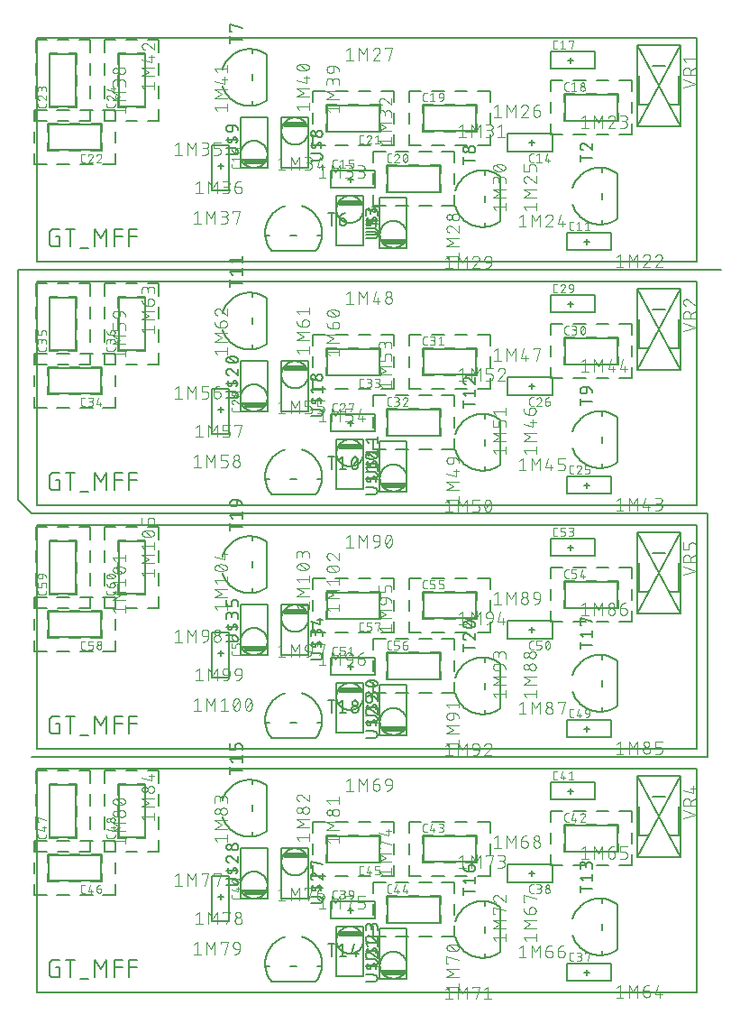
<source format=gbr>
G04 EAGLE Gerber X2 export*
%TF.Part,Single*%
%TF.FileFunction,Legend,Top,1*%
%TF.FilePolarity,Positive*%
%TF.GenerationSoftware,Autodesk,EAGLE,9.2.2*%
%TF.CreationDate,2019-06-08T20:53:53Z*%
G75*
%MOMM*%
%FSLAX34Y34*%
%LPD*%
%INSilkscreen Top*%
%AMOC8*
5,1,8,0,0,1.08239X$1,22.5*%
G01*
%ADD10C,0.152400*%
%ADD11C,0.254000*%
%ADD12C,0.127000*%
%ADD13C,0.203200*%
%ADD14C,0.101600*%


D10*
X22733Y716837D02*
X25442Y716837D01*
X25442Y707806D01*
X20024Y707806D01*
X19906Y707808D01*
X19788Y707814D01*
X19670Y707823D01*
X19553Y707837D01*
X19436Y707854D01*
X19319Y707875D01*
X19204Y707900D01*
X19089Y707929D01*
X18975Y707962D01*
X18863Y707998D01*
X18752Y708038D01*
X18642Y708081D01*
X18533Y708128D01*
X18426Y708178D01*
X18321Y708233D01*
X18218Y708290D01*
X18117Y708351D01*
X18017Y708415D01*
X17920Y708482D01*
X17825Y708552D01*
X17733Y708626D01*
X17642Y708702D01*
X17555Y708782D01*
X17470Y708864D01*
X17388Y708949D01*
X17308Y709036D01*
X17232Y709127D01*
X17158Y709219D01*
X17088Y709314D01*
X17021Y709411D01*
X16957Y709511D01*
X16896Y709612D01*
X16839Y709715D01*
X16784Y709820D01*
X16734Y709927D01*
X16687Y710036D01*
X16644Y710146D01*
X16604Y710257D01*
X16568Y710369D01*
X16535Y710483D01*
X16506Y710598D01*
X16481Y710713D01*
X16460Y710830D01*
X16443Y710947D01*
X16429Y711064D01*
X16420Y711182D01*
X16414Y711300D01*
X16412Y711418D01*
X16411Y711418D02*
X16411Y720449D01*
X16412Y720449D02*
X16414Y720567D01*
X16420Y720685D01*
X16429Y720803D01*
X16443Y720920D01*
X16460Y721037D01*
X16481Y721154D01*
X16506Y721269D01*
X16535Y721384D01*
X16568Y721498D01*
X16604Y721610D01*
X16644Y721721D01*
X16687Y721831D01*
X16734Y721940D01*
X16784Y722047D01*
X16838Y722152D01*
X16896Y722255D01*
X16957Y722356D01*
X17021Y722456D01*
X17088Y722553D01*
X17158Y722648D01*
X17232Y722740D01*
X17308Y722831D01*
X17388Y722918D01*
X17470Y723003D01*
X17555Y723085D01*
X17642Y723165D01*
X17733Y723241D01*
X17825Y723315D01*
X17920Y723385D01*
X18017Y723452D01*
X18117Y723516D01*
X18218Y723577D01*
X18321Y723634D01*
X18426Y723688D01*
X18533Y723739D01*
X18642Y723786D01*
X18752Y723829D01*
X18863Y723869D01*
X18975Y723905D01*
X19089Y723938D01*
X19204Y723967D01*
X19319Y723992D01*
X19436Y724013D01*
X19553Y724030D01*
X19670Y724044D01*
X19788Y724053D01*
X19906Y724059D01*
X20024Y724061D01*
X20024Y724062D02*
X25442Y724062D01*
X36037Y724062D02*
X36037Y707806D01*
X31522Y724062D02*
X40553Y724062D01*
X45451Y705999D02*
X52676Y705999D01*
X59276Y707806D02*
X59276Y724062D01*
X64694Y715030D01*
X70113Y724062D01*
X70113Y707806D01*
X77924Y707806D02*
X77924Y724062D01*
X85149Y724062D01*
X85149Y716837D02*
X77924Y716837D01*
X91471Y724062D02*
X91471Y707806D01*
X91471Y724062D02*
X98696Y724062D01*
X98696Y716837D02*
X91471Y716837D01*
X25442Y488237D02*
X22733Y488237D01*
X25442Y488237D02*
X25442Y479206D01*
X20024Y479206D01*
X19906Y479208D01*
X19788Y479214D01*
X19670Y479223D01*
X19553Y479237D01*
X19436Y479254D01*
X19319Y479275D01*
X19204Y479300D01*
X19089Y479329D01*
X18975Y479362D01*
X18863Y479398D01*
X18752Y479438D01*
X18642Y479481D01*
X18533Y479528D01*
X18426Y479578D01*
X18321Y479633D01*
X18218Y479690D01*
X18117Y479751D01*
X18017Y479815D01*
X17920Y479882D01*
X17825Y479952D01*
X17733Y480026D01*
X17642Y480102D01*
X17555Y480182D01*
X17470Y480264D01*
X17388Y480349D01*
X17308Y480436D01*
X17232Y480527D01*
X17158Y480619D01*
X17088Y480714D01*
X17021Y480811D01*
X16957Y480911D01*
X16896Y481012D01*
X16839Y481115D01*
X16784Y481220D01*
X16734Y481327D01*
X16687Y481436D01*
X16644Y481546D01*
X16604Y481657D01*
X16568Y481769D01*
X16535Y481883D01*
X16506Y481998D01*
X16481Y482113D01*
X16460Y482230D01*
X16443Y482347D01*
X16429Y482464D01*
X16420Y482582D01*
X16414Y482700D01*
X16412Y482818D01*
X16411Y482818D02*
X16411Y491849D01*
X16412Y491849D02*
X16414Y491967D01*
X16420Y492085D01*
X16429Y492203D01*
X16443Y492320D01*
X16460Y492437D01*
X16481Y492554D01*
X16506Y492669D01*
X16535Y492784D01*
X16568Y492898D01*
X16604Y493010D01*
X16644Y493121D01*
X16687Y493231D01*
X16734Y493340D01*
X16784Y493447D01*
X16838Y493552D01*
X16896Y493655D01*
X16957Y493756D01*
X17021Y493856D01*
X17088Y493953D01*
X17158Y494048D01*
X17232Y494140D01*
X17308Y494231D01*
X17388Y494318D01*
X17470Y494403D01*
X17555Y494485D01*
X17642Y494565D01*
X17733Y494641D01*
X17825Y494715D01*
X17920Y494785D01*
X18017Y494852D01*
X18117Y494916D01*
X18218Y494977D01*
X18321Y495034D01*
X18426Y495088D01*
X18533Y495139D01*
X18642Y495186D01*
X18752Y495229D01*
X18863Y495269D01*
X18975Y495305D01*
X19089Y495338D01*
X19204Y495367D01*
X19319Y495392D01*
X19436Y495413D01*
X19553Y495430D01*
X19670Y495444D01*
X19788Y495453D01*
X19906Y495459D01*
X20024Y495461D01*
X20024Y495462D02*
X25442Y495462D01*
X36037Y495462D02*
X36037Y479206D01*
X31522Y495462D02*
X40553Y495462D01*
X45451Y477399D02*
X52676Y477399D01*
X59276Y479206D02*
X59276Y495462D01*
X64694Y486430D01*
X70113Y495462D01*
X70113Y479206D01*
X77924Y479206D02*
X77924Y495462D01*
X85149Y495462D01*
X85149Y488237D02*
X77924Y488237D01*
X91471Y495462D02*
X91471Y479206D01*
X91471Y495462D02*
X98696Y495462D01*
X98696Y488237D02*
X91471Y488237D01*
X25442Y259637D02*
X22733Y259637D01*
X25442Y259637D02*
X25442Y250606D01*
X20024Y250606D01*
X19906Y250608D01*
X19788Y250614D01*
X19670Y250623D01*
X19553Y250637D01*
X19436Y250654D01*
X19319Y250675D01*
X19204Y250700D01*
X19089Y250729D01*
X18975Y250762D01*
X18863Y250798D01*
X18752Y250838D01*
X18642Y250881D01*
X18533Y250928D01*
X18426Y250978D01*
X18321Y251033D01*
X18218Y251090D01*
X18117Y251151D01*
X18017Y251215D01*
X17920Y251282D01*
X17825Y251352D01*
X17733Y251426D01*
X17642Y251502D01*
X17555Y251582D01*
X17470Y251664D01*
X17388Y251749D01*
X17308Y251836D01*
X17232Y251927D01*
X17158Y252019D01*
X17088Y252114D01*
X17021Y252211D01*
X16957Y252311D01*
X16896Y252412D01*
X16839Y252515D01*
X16784Y252620D01*
X16734Y252727D01*
X16687Y252836D01*
X16644Y252946D01*
X16604Y253057D01*
X16568Y253169D01*
X16535Y253283D01*
X16506Y253398D01*
X16481Y253513D01*
X16460Y253630D01*
X16443Y253747D01*
X16429Y253864D01*
X16420Y253982D01*
X16414Y254100D01*
X16412Y254218D01*
X16411Y254218D02*
X16411Y263249D01*
X16412Y263249D02*
X16414Y263367D01*
X16420Y263485D01*
X16429Y263603D01*
X16443Y263720D01*
X16460Y263837D01*
X16481Y263954D01*
X16506Y264069D01*
X16535Y264184D01*
X16568Y264298D01*
X16604Y264410D01*
X16644Y264521D01*
X16687Y264631D01*
X16734Y264740D01*
X16784Y264847D01*
X16838Y264952D01*
X16896Y265055D01*
X16957Y265156D01*
X17021Y265256D01*
X17088Y265353D01*
X17158Y265448D01*
X17232Y265540D01*
X17308Y265631D01*
X17388Y265718D01*
X17470Y265803D01*
X17555Y265885D01*
X17642Y265965D01*
X17733Y266041D01*
X17825Y266115D01*
X17920Y266185D01*
X18017Y266252D01*
X18117Y266316D01*
X18218Y266377D01*
X18321Y266434D01*
X18426Y266488D01*
X18533Y266539D01*
X18642Y266586D01*
X18752Y266629D01*
X18863Y266669D01*
X18975Y266705D01*
X19089Y266738D01*
X19204Y266767D01*
X19319Y266792D01*
X19436Y266813D01*
X19553Y266830D01*
X19670Y266844D01*
X19788Y266853D01*
X19906Y266859D01*
X20024Y266861D01*
X20024Y266862D02*
X25442Y266862D01*
X36037Y266862D02*
X36037Y250606D01*
X31522Y266862D02*
X40553Y266862D01*
X45451Y248799D02*
X52676Y248799D01*
X59276Y250606D02*
X59276Y266862D01*
X64694Y257830D01*
X70113Y266862D01*
X70113Y250606D01*
X77924Y250606D02*
X77924Y266862D01*
X85149Y266862D01*
X85149Y259637D02*
X77924Y259637D01*
X91471Y266862D02*
X91471Y250606D01*
X91471Y266862D02*
X98696Y266862D01*
X98696Y259637D02*
X91471Y259637D01*
X25442Y31037D02*
X22733Y31037D01*
X25442Y31037D02*
X25442Y22006D01*
X20024Y22006D01*
X19906Y22008D01*
X19788Y22014D01*
X19670Y22023D01*
X19553Y22037D01*
X19436Y22054D01*
X19319Y22075D01*
X19204Y22100D01*
X19089Y22129D01*
X18975Y22162D01*
X18863Y22198D01*
X18752Y22238D01*
X18642Y22281D01*
X18533Y22328D01*
X18426Y22378D01*
X18321Y22433D01*
X18218Y22490D01*
X18117Y22551D01*
X18017Y22615D01*
X17920Y22682D01*
X17825Y22752D01*
X17733Y22826D01*
X17642Y22902D01*
X17555Y22982D01*
X17470Y23064D01*
X17388Y23149D01*
X17308Y23236D01*
X17232Y23327D01*
X17158Y23419D01*
X17088Y23514D01*
X17021Y23611D01*
X16957Y23711D01*
X16896Y23812D01*
X16839Y23915D01*
X16784Y24020D01*
X16734Y24127D01*
X16687Y24236D01*
X16644Y24346D01*
X16604Y24457D01*
X16568Y24569D01*
X16535Y24683D01*
X16506Y24798D01*
X16481Y24913D01*
X16460Y25030D01*
X16443Y25147D01*
X16429Y25264D01*
X16420Y25382D01*
X16414Y25500D01*
X16412Y25618D01*
X16411Y25618D02*
X16411Y34649D01*
X16412Y34649D02*
X16414Y34767D01*
X16420Y34885D01*
X16429Y35003D01*
X16443Y35120D01*
X16460Y35237D01*
X16481Y35354D01*
X16506Y35469D01*
X16535Y35584D01*
X16568Y35698D01*
X16604Y35810D01*
X16644Y35921D01*
X16687Y36031D01*
X16734Y36140D01*
X16784Y36247D01*
X16838Y36352D01*
X16896Y36455D01*
X16957Y36556D01*
X17021Y36656D01*
X17088Y36753D01*
X17158Y36848D01*
X17232Y36940D01*
X17308Y37031D01*
X17388Y37118D01*
X17470Y37203D01*
X17555Y37285D01*
X17642Y37365D01*
X17733Y37441D01*
X17825Y37515D01*
X17920Y37585D01*
X18017Y37652D01*
X18117Y37716D01*
X18218Y37777D01*
X18321Y37834D01*
X18426Y37888D01*
X18533Y37939D01*
X18642Y37986D01*
X18752Y38029D01*
X18863Y38069D01*
X18975Y38105D01*
X19089Y38138D01*
X19204Y38167D01*
X19319Y38192D01*
X19436Y38213D01*
X19553Y38230D01*
X19670Y38244D01*
X19788Y38253D01*
X19906Y38259D01*
X20024Y38261D01*
X20024Y38262D02*
X25442Y38262D01*
X36037Y38262D02*
X36037Y22006D01*
X31522Y38262D02*
X40553Y38262D01*
X45451Y20199D02*
X52676Y20199D01*
X59276Y22006D02*
X59276Y38262D01*
X64694Y29230D01*
X70113Y38262D01*
X70113Y22006D01*
X77924Y22006D02*
X77924Y38262D01*
X85149Y38262D01*
X85149Y31037D02*
X77924Y31037D01*
X91471Y38262D02*
X91471Y22006D01*
X91471Y38262D02*
X98696Y38262D01*
X98696Y31037D02*
X91471Y31037D01*
X0Y228600D02*
X635000Y228600D01*
X635000Y457200D01*
X0Y457200D01*
X-12700Y469900D01*
X-12700Y685800D01*
X647700Y685800D01*
X285915Y742546D02*
X285919Y742858D01*
X285930Y743169D01*
X285949Y743480D01*
X285976Y743791D01*
X286011Y744101D01*
X286052Y744409D01*
X286102Y744717D01*
X286159Y745024D01*
X286224Y745329D01*
X286296Y745632D01*
X286375Y745933D01*
X286462Y746233D01*
X286556Y746530D01*
X286657Y746825D01*
X286766Y747117D01*
X286882Y747406D01*
X287005Y747693D01*
X287134Y747976D01*
X287271Y748256D01*
X287415Y748533D01*
X287565Y748806D01*
X287722Y749075D01*
X287885Y749340D01*
X288055Y749602D01*
X288232Y749859D01*
X288414Y750111D01*
X288603Y750359D01*
X288798Y750603D01*
X288998Y750841D01*
X289205Y751075D01*
X289417Y751303D01*
X289635Y751526D01*
X289858Y751744D01*
X290086Y751956D01*
X290320Y752163D01*
X290558Y752363D01*
X290802Y752558D01*
X291050Y752747D01*
X291302Y752929D01*
X291559Y753106D01*
X291821Y753276D01*
X292086Y753439D01*
X292355Y753596D01*
X292628Y753746D01*
X292905Y753890D01*
X293185Y754027D01*
X293468Y754156D01*
X293755Y754279D01*
X294044Y754395D01*
X294336Y754504D01*
X294631Y754605D01*
X294928Y754699D01*
X295228Y754786D01*
X295529Y754865D01*
X295832Y754937D01*
X296137Y755002D01*
X296444Y755059D01*
X296752Y755109D01*
X297060Y755150D01*
X297370Y755185D01*
X297681Y755212D01*
X297992Y755231D01*
X298303Y755242D01*
X298615Y755246D01*
X298927Y755242D01*
X299238Y755231D01*
X299549Y755212D01*
X299860Y755185D01*
X300170Y755150D01*
X300478Y755109D01*
X300786Y755059D01*
X301093Y755002D01*
X301398Y754937D01*
X301701Y754865D01*
X302002Y754786D01*
X302302Y754699D01*
X302599Y754605D01*
X302894Y754504D01*
X303186Y754395D01*
X303475Y754279D01*
X303762Y754156D01*
X304045Y754027D01*
X304325Y753890D01*
X304602Y753746D01*
X304875Y753596D01*
X305144Y753439D01*
X305409Y753276D01*
X305671Y753106D01*
X305928Y752929D01*
X306180Y752747D01*
X306428Y752558D01*
X306672Y752363D01*
X306910Y752163D01*
X307144Y751956D01*
X307372Y751744D01*
X307595Y751526D01*
X307813Y751303D01*
X308025Y751075D01*
X308232Y750841D01*
X308432Y750603D01*
X308627Y750359D01*
X308816Y750111D01*
X308998Y749859D01*
X309175Y749602D01*
X309345Y749340D01*
X309508Y749075D01*
X309665Y748806D01*
X309815Y748533D01*
X309959Y748256D01*
X310096Y747976D01*
X310225Y747693D01*
X310348Y747406D01*
X310464Y747117D01*
X310573Y746825D01*
X310674Y746530D01*
X310768Y746233D01*
X310855Y745933D01*
X310934Y745632D01*
X311006Y745329D01*
X311071Y745024D01*
X311128Y744717D01*
X311178Y744409D01*
X311219Y744101D01*
X311254Y743791D01*
X311281Y743480D01*
X311300Y743169D01*
X311311Y742858D01*
X311315Y742546D01*
X311311Y742234D01*
X311300Y741923D01*
X311281Y741612D01*
X311254Y741301D01*
X311219Y740991D01*
X311178Y740683D01*
X311128Y740375D01*
X311071Y740068D01*
X311006Y739763D01*
X310934Y739460D01*
X310855Y739159D01*
X310768Y738859D01*
X310674Y738562D01*
X310573Y738267D01*
X310464Y737975D01*
X310348Y737686D01*
X310225Y737399D01*
X310096Y737116D01*
X309959Y736836D01*
X309815Y736559D01*
X309665Y736286D01*
X309508Y736017D01*
X309345Y735752D01*
X309175Y735490D01*
X308998Y735233D01*
X308816Y734981D01*
X308627Y734733D01*
X308432Y734489D01*
X308232Y734251D01*
X308025Y734017D01*
X307813Y733789D01*
X307595Y733566D01*
X307372Y733348D01*
X307144Y733136D01*
X306910Y732929D01*
X306672Y732729D01*
X306428Y732534D01*
X306180Y732345D01*
X305928Y732163D01*
X305671Y731986D01*
X305409Y731816D01*
X305144Y731653D01*
X304875Y731496D01*
X304602Y731346D01*
X304325Y731202D01*
X304045Y731065D01*
X303762Y730936D01*
X303475Y730813D01*
X303186Y730697D01*
X302894Y730588D01*
X302599Y730487D01*
X302302Y730393D01*
X302002Y730306D01*
X301701Y730227D01*
X301398Y730155D01*
X301093Y730090D01*
X300786Y730033D01*
X300478Y729983D01*
X300170Y729942D01*
X299860Y729907D01*
X299549Y729880D01*
X299238Y729861D01*
X298927Y729850D01*
X298615Y729846D01*
X298303Y729850D01*
X297992Y729861D01*
X297681Y729880D01*
X297370Y729907D01*
X297060Y729942D01*
X296752Y729983D01*
X296444Y730033D01*
X296137Y730090D01*
X295832Y730155D01*
X295529Y730227D01*
X295228Y730306D01*
X294928Y730393D01*
X294631Y730487D01*
X294336Y730588D01*
X294044Y730697D01*
X293755Y730813D01*
X293468Y730936D01*
X293185Y731065D01*
X292905Y731202D01*
X292628Y731346D01*
X292355Y731496D01*
X292086Y731653D01*
X291821Y731816D01*
X291559Y731986D01*
X291302Y732163D01*
X291050Y732345D01*
X290802Y732534D01*
X290558Y732729D01*
X290320Y732929D01*
X290086Y733136D01*
X289858Y733348D01*
X289635Y733566D01*
X289417Y733789D01*
X289205Y734017D01*
X288998Y734251D01*
X288798Y734489D01*
X288603Y734733D01*
X288414Y734981D01*
X288232Y735233D01*
X288055Y735490D01*
X287885Y735752D01*
X287722Y736017D01*
X287565Y736286D01*
X287415Y736559D01*
X287271Y736836D01*
X287134Y737116D01*
X287005Y737399D01*
X286882Y737686D01*
X286766Y737975D01*
X286657Y738267D01*
X286556Y738562D01*
X286462Y738859D01*
X286375Y739159D01*
X286296Y739460D01*
X286224Y739763D01*
X286159Y740068D01*
X286102Y740375D01*
X286052Y740683D01*
X286011Y740991D01*
X285976Y741301D01*
X285949Y741612D01*
X285930Y741923D01*
X285919Y742234D01*
X285915Y742546D01*
D11*
X289217Y750166D02*
X308013Y750166D01*
X309283Y747880D02*
X287947Y747880D01*
D12*
X285915Y755246D02*
X311315Y755246D01*
X285915Y755246D02*
X285915Y708256D01*
X311315Y708256D01*
X311315Y755246D01*
D10*
X313347Y715129D02*
X321418Y715129D01*
X321529Y715131D01*
X321639Y715137D01*
X321750Y715147D01*
X321860Y715161D01*
X321969Y715178D01*
X322078Y715200D01*
X322186Y715225D01*
X322292Y715255D01*
X322398Y715288D01*
X322503Y715325D01*
X322606Y715365D01*
X322707Y715410D01*
X322807Y715457D01*
X322906Y715509D01*
X323002Y715564D01*
X323096Y715622D01*
X323188Y715683D01*
X323278Y715748D01*
X323366Y715816D01*
X323451Y715887D01*
X323533Y715961D01*
X323613Y716038D01*
X323690Y716118D01*
X323764Y716200D01*
X323835Y716285D01*
X323903Y716373D01*
X323968Y716463D01*
X324029Y716555D01*
X324087Y716649D01*
X324142Y716745D01*
X324194Y716844D01*
X324241Y716944D01*
X324286Y717045D01*
X324326Y717148D01*
X324363Y717253D01*
X324396Y717359D01*
X324426Y717465D01*
X324451Y717573D01*
X324473Y717682D01*
X324490Y717791D01*
X324504Y717901D01*
X324514Y718012D01*
X324520Y718122D01*
X324522Y718233D01*
X324520Y718344D01*
X324514Y718454D01*
X324504Y718565D01*
X324490Y718675D01*
X324473Y718784D01*
X324451Y718893D01*
X324426Y719001D01*
X324396Y719107D01*
X324363Y719213D01*
X324326Y719318D01*
X324286Y719421D01*
X324241Y719522D01*
X324194Y719622D01*
X324142Y719721D01*
X324087Y719817D01*
X324029Y719911D01*
X323968Y720003D01*
X323903Y720093D01*
X323835Y720181D01*
X323764Y720266D01*
X323690Y720348D01*
X323613Y720428D01*
X323533Y720505D01*
X323451Y720579D01*
X323366Y720650D01*
X323278Y720718D01*
X323188Y720783D01*
X323096Y720844D01*
X323002Y720902D01*
X322906Y720957D01*
X322807Y721009D01*
X322707Y721056D01*
X322606Y721101D01*
X322503Y721141D01*
X322398Y721178D01*
X322292Y721211D01*
X322186Y721241D01*
X322078Y721266D01*
X321969Y721288D01*
X321860Y721305D01*
X321750Y721319D01*
X321639Y721329D01*
X321529Y721335D01*
X321418Y721337D01*
X313347Y721337D01*
X313347Y729282D02*
X324523Y729282D01*
X318935Y729282D02*
X318003Y727730D01*
X318004Y727730D02*
X317958Y727658D01*
X317910Y727589D01*
X317858Y727521D01*
X317804Y727457D01*
X317746Y727394D01*
X317686Y727335D01*
X317623Y727278D01*
X317558Y727224D01*
X317490Y727174D01*
X317420Y727126D01*
X317348Y727082D01*
X317273Y727041D01*
X317198Y727003D01*
X317120Y726969D01*
X317041Y726939D01*
X316961Y726912D01*
X316879Y726889D01*
X316797Y726869D01*
X316713Y726853D01*
X316630Y726842D01*
X316545Y726834D01*
X316461Y726830D01*
X316376Y726829D01*
X316291Y726833D01*
X316207Y726840D01*
X316123Y726852D01*
X316040Y726867D01*
X315957Y726886D01*
X315875Y726909D01*
X315795Y726935D01*
X315716Y726965D01*
X315638Y726999D01*
X315562Y727036D01*
X315487Y727076D01*
X315415Y727120D01*
X315345Y727168D01*
X315277Y727218D01*
X315211Y727271D01*
X315148Y727328D01*
X315087Y727387D01*
X315029Y727449D01*
X314974Y727513D01*
X314922Y727580D01*
X314873Y727649D01*
X314828Y727721D01*
X314785Y727794D01*
X314746Y727869D01*
X314711Y727946D01*
X314679Y728025D01*
X314651Y728105D01*
X314626Y728186D01*
X314605Y728268D01*
X314588Y728351D01*
X314565Y728486D01*
X314547Y728621D01*
X314531Y728756D01*
X314520Y728892D01*
X314512Y729028D01*
X314509Y729165D01*
X314508Y729301D01*
X314512Y729438D01*
X314520Y729574D01*
X314531Y729710D01*
X314546Y729845D01*
X314565Y729980D01*
X314587Y730115D01*
X314614Y730249D01*
X314644Y730382D01*
X314677Y730514D01*
X314715Y730645D01*
X314755Y730776D01*
X314800Y730904D01*
X314848Y731032D01*
X314900Y731158D01*
X314955Y731283D01*
X315013Y731406D01*
X315075Y731528D01*
X315140Y731648D01*
X315209Y731766D01*
X318935Y729282D02*
X319866Y730834D01*
X319865Y730834D02*
X319911Y730906D01*
X319959Y730976D01*
X320011Y731043D01*
X320065Y731107D01*
X320123Y731170D01*
X320183Y731229D01*
X320246Y731286D01*
X320311Y731340D01*
X320379Y731390D01*
X320449Y731438D01*
X320521Y731482D01*
X320596Y731523D01*
X320671Y731561D01*
X320749Y731595D01*
X320828Y731625D01*
X320908Y731652D01*
X320990Y731675D01*
X321072Y731695D01*
X321156Y731711D01*
X321239Y731722D01*
X321324Y731730D01*
X321408Y731734D01*
X321493Y731735D01*
X321578Y731731D01*
X321662Y731724D01*
X321746Y731712D01*
X321829Y731697D01*
X321912Y731678D01*
X321994Y731655D01*
X322074Y731629D01*
X322153Y731599D01*
X322231Y731565D01*
X322307Y731528D01*
X322382Y731488D01*
X322454Y731444D01*
X322524Y731396D01*
X322592Y731346D01*
X322658Y731293D01*
X322721Y731236D01*
X322782Y731177D01*
X322840Y731115D01*
X322895Y731051D01*
X322947Y730984D01*
X322996Y730915D01*
X323041Y730843D01*
X323084Y730770D01*
X323122Y730695D01*
X323158Y730618D01*
X323190Y730539D01*
X323218Y730460D01*
X323243Y730378D01*
X323264Y730296D01*
X323281Y730213D01*
X323304Y730079D01*
X323322Y729943D01*
X323338Y729808D01*
X323349Y729672D01*
X323357Y729536D01*
X323360Y729399D01*
X323361Y729263D01*
X323357Y729127D01*
X323349Y728990D01*
X323338Y728854D01*
X323323Y728719D01*
X323304Y728584D01*
X323282Y728449D01*
X323255Y728315D01*
X323225Y728182D01*
X323192Y728050D01*
X323154Y727919D01*
X323114Y727788D01*
X323069Y727659D01*
X323021Y727532D01*
X322969Y727405D01*
X322914Y727281D01*
X322856Y727157D01*
X322794Y727036D01*
X322729Y726916D01*
X322660Y726798D01*
X324523Y736846D02*
X324523Y739950D01*
X324522Y739950D02*
X324520Y740061D01*
X324514Y740171D01*
X324504Y740282D01*
X324490Y740392D01*
X324473Y740501D01*
X324451Y740610D01*
X324426Y740718D01*
X324396Y740824D01*
X324363Y740930D01*
X324326Y741035D01*
X324286Y741138D01*
X324241Y741239D01*
X324194Y741339D01*
X324142Y741438D01*
X324087Y741534D01*
X324029Y741628D01*
X323968Y741720D01*
X323903Y741810D01*
X323835Y741898D01*
X323764Y741983D01*
X323690Y742065D01*
X323613Y742145D01*
X323533Y742222D01*
X323451Y742296D01*
X323366Y742367D01*
X323278Y742435D01*
X323188Y742500D01*
X323096Y742561D01*
X323002Y742619D01*
X322906Y742674D01*
X322807Y742726D01*
X322707Y742773D01*
X322606Y742818D01*
X322503Y742858D01*
X322398Y742895D01*
X322292Y742928D01*
X322186Y742958D01*
X322078Y742983D01*
X321969Y743005D01*
X321860Y743022D01*
X321750Y743036D01*
X321639Y743046D01*
X321529Y743052D01*
X321418Y743054D01*
X321307Y743052D01*
X321197Y743046D01*
X321086Y743036D01*
X320976Y743022D01*
X320867Y743005D01*
X320758Y742983D01*
X320650Y742958D01*
X320544Y742928D01*
X320438Y742895D01*
X320333Y742858D01*
X320230Y742818D01*
X320129Y742773D01*
X320029Y742726D01*
X319930Y742674D01*
X319834Y742619D01*
X319740Y742561D01*
X319648Y742500D01*
X319558Y742435D01*
X319470Y742367D01*
X319385Y742296D01*
X319303Y742222D01*
X319223Y742145D01*
X319146Y742065D01*
X319072Y741983D01*
X319001Y741898D01*
X318933Y741810D01*
X318868Y741720D01*
X318807Y741628D01*
X318749Y741534D01*
X318694Y741438D01*
X318642Y741339D01*
X318595Y741239D01*
X318550Y741138D01*
X318510Y741035D01*
X318473Y740930D01*
X318440Y740824D01*
X318410Y740718D01*
X318385Y740610D01*
X318363Y740501D01*
X318346Y740392D01*
X318332Y740282D01*
X318322Y740171D01*
X318316Y740061D01*
X318314Y739950D01*
X313347Y740571D02*
X313347Y736846D01*
X313346Y740571D02*
X313348Y740670D01*
X313354Y740768D01*
X313364Y740867D01*
X313377Y740964D01*
X313395Y741062D01*
X313416Y741158D01*
X313442Y741254D01*
X313471Y741348D01*
X313503Y741441D01*
X313540Y741533D01*
X313580Y741623D01*
X313624Y741712D01*
X313671Y741799D01*
X313721Y741884D01*
X313775Y741966D01*
X313832Y742047D01*
X313892Y742125D01*
X313956Y742201D01*
X314022Y742274D01*
X314091Y742345D01*
X314163Y742413D01*
X314238Y742477D01*
X314315Y742539D01*
X314394Y742598D01*
X314476Y742653D01*
X314560Y742706D01*
X314645Y742754D01*
X314733Y742800D01*
X314823Y742842D01*
X314914Y742880D01*
X315006Y742914D01*
X315100Y742945D01*
X315195Y742972D01*
X315291Y742996D01*
X315388Y743015D01*
X315485Y743031D01*
X315583Y743043D01*
X315682Y743051D01*
X315781Y743055D01*
X315879Y743055D01*
X315978Y743051D01*
X316077Y743043D01*
X316175Y743031D01*
X316272Y743015D01*
X316369Y742996D01*
X316465Y742972D01*
X316560Y742945D01*
X316654Y742914D01*
X316746Y742880D01*
X316837Y742842D01*
X316927Y742800D01*
X317015Y742754D01*
X317100Y742706D01*
X317184Y742653D01*
X317266Y742598D01*
X317345Y742539D01*
X317422Y742477D01*
X317497Y742413D01*
X317569Y742345D01*
X317638Y742274D01*
X317704Y742201D01*
X317768Y742125D01*
X317828Y742047D01*
X317885Y741966D01*
X317939Y741884D01*
X317989Y741799D01*
X318036Y741712D01*
X318080Y741623D01*
X318120Y741533D01*
X318157Y741441D01*
X318189Y741348D01*
X318218Y741254D01*
X318244Y741158D01*
X318265Y741062D01*
X318283Y740964D01*
X318296Y740867D01*
X318306Y740768D01*
X318312Y740670D01*
X318314Y740571D01*
X318314Y738087D01*
X326772Y719087D02*
X326776Y719399D01*
X326787Y719710D01*
X326806Y720021D01*
X326833Y720332D01*
X326868Y720642D01*
X326909Y720950D01*
X326959Y721258D01*
X327016Y721565D01*
X327081Y721870D01*
X327153Y722173D01*
X327232Y722474D01*
X327319Y722774D01*
X327413Y723071D01*
X327514Y723366D01*
X327623Y723658D01*
X327739Y723947D01*
X327862Y724234D01*
X327991Y724517D01*
X328128Y724797D01*
X328272Y725074D01*
X328422Y725347D01*
X328579Y725616D01*
X328742Y725881D01*
X328912Y726143D01*
X329089Y726400D01*
X329271Y726652D01*
X329460Y726900D01*
X329655Y727144D01*
X329855Y727382D01*
X330062Y727616D01*
X330274Y727844D01*
X330492Y728067D01*
X330715Y728285D01*
X330943Y728497D01*
X331177Y728704D01*
X331415Y728904D01*
X331659Y729099D01*
X331907Y729288D01*
X332159Y729470D01*
X332416Y729647D01*
X332678Y729817D01*
X332943Y729980D01*
X333212Y730137D01*
X333485Y730287D01*
X333762Y730431D01*
X334042Y730568D01*
X334325Y730697D01*
X334612Y730820D01*
X334901Y730936D01*
X335193Y731045D01*
X335488Y731146D01*
X335785Y731240D01*
X336085Y731327D01*
X336386Y731406D01*
X336689Y731478D01*
X336994Y731543D01*
X337301Y731600D01*
X337609Y731650D01*
X337917Y731691D01*
X338227Y731726D01*
X338538Y731753D01*
X338849Y731772D01*
X339160Y731783D01*
X339472Y731787D01*
X339784Y731783D01*
X340095Y731772D01*
X340406Y731753D01*
X340717Y731726D01*
X341027Y731691D01*
X341335Y731650D01*
X341643Y731600D01*
X341950Y731543D01*
X342255Y731478D01*
X342558Y731406D01*
X342859Y731327D01*
X343159Y731240D01*
X343456Y731146D01*
X343751Y731045D01*
X344043Y730936D01*
X344332Y730820D01*
X344619Y730697D01*
X344902Y730568D01*
X345182Y730431D01*
X345459Y730287D01*
X345732Y730137D01*
X346001Y729980D01*
X346266Y729817D01*
X346528Y729647D01*
X346785Y729470D01*
X347037Y729288D01*
X347285Y729099D01*
X347529Y728904D01*
X347767Y728704D01*
X348001Y728497D01*
X348229Y728285D01*
X348452Y728067D01*
X348670Y727844D01*
X348882Y727616D01*
X349089Y727382D01*
X349289Y727144D01*
X349484Y726900D01*
X349673Y726652D01*
X349855Y726400D01*
X350032Y726143D01*
X350202Y725881D01*
X350365Y725616D01*
X350522Y725347D01*
X350672Y725074D01*
X350816Y724797D01*
X350953Y724517D01*
X351082Y724234D01*
X351205Y723947D01*
X351321Y723658D01*
X351430Y723366D01*
X351531Y723071D01*
X351625Y722774D01*
X351712Y722474D01*
X351791Y722173D01*
X351863Y721870D01*
X351928Y721565D01*
X351985Y721258D01*
X352035Y720950D01*
X352076Y720642D01*
X352111Y720332D01*
X352138Y720021D01*
X352157Y719710D01*
X352168Y719399D01*
X352172Y719087D01*
X352168Y718775D01*
X352157Y718464D01*
X352138Y718153D01*
X352111Y717842D01*
X352076Y717532D01*
X352035Y717224D01*
X351985Y716916D01*
X351928Y716609D01*
X351863Y716304D01*
X351791Y716001D01*
X351712Y715700D01*
X351625Y715400D01*
X351531Y715103D01*
X351430Y714808D01*
X351321Y714516D01*
X351205Y714227D01*
X351082Y713940D01*
X350953Y713657D01*
X350816Y713377D01*
X350672Y713100D01*
X350522Y712827D01*
X350365Y712558D01*
X350202Y712293D01*
X350032Y712031D01*
X349855Y711774D01*
X349673Y711522D01*
X349484Y711274D01*
X349289Y711030D01*
X349089Y710792D01*
X348882Y710558D01*
X348670Y710330D01*
X348452Y710107D01*
X348229Y709889D01*
X348001Y709677D01*
X347767Y709470D01*
X347529Y709270D01*
X347285Y709075D01*
X347037Y708886D01*
X346785Y708704D01*
X346528Y708527D01*
X346266Y708357D01*
X346001Y708194D01*
X345732Y708037D01*
X345459Y707887D01*
X345182Y707743D01*
X344902Y707606D01*
X344619Y707477D01*
X344332Y707354D01*
X344043Y707238D01*
X343751Y707129D01*
X343456Y707028D01*
X343159Y706934D01*
X342859Y706847D01*
X342558Y706768D01*
X342255Y706696D01*
X341950Y706631D01*
X341643Y706574D01*
X341335Y706524D01*
X341027Y706483D01*
X340717Y706448D01*
X340406Y706421D01*
X340095Y706402D01*
X339784Y706391D01*
X339472Y706387D01*
X339160Y706391D01*
X338849Y706402D01*
X338538Y706421D01*
X338227Y706448D01*
X337917Y706483D01*
X337609Y706524D01*
X337301Y706574D01*
X336994Y706631D01*
X336689Y706696D01*
X336386Y706768D01*
X336085Y706847D01*
X335785Y706934D01*
X335488Y707028D01*
X335193Y707129D01*
X334901Y707238D01*
X334612Y707354D01*
X334325Y707477D01*
X334042Y707606D01*
X333762Y707743D01*
X333485Y707887D01*
X333212Y708037D01*
X332943Y708194D01*
X332678Y708357D01*
X332416Y708527D01*
X332159Y708704D01*
X331907Y708886D01*
X331659Y709075D01*
X331415Y709270D01*
X331177Y709470D01*
X330943Y709677D01*
X330715Y709889D01*
X330492Y710107D01*
X330274Y710330D01*
X330062Y710558D01*
X329855Y710792D01*
X329655Y711030D01*
X329460Y711274D01*
X329271Y711522D01*
X329089Y711774D01*
X328912Y712031D01*
X328742Y712293D01*
X328579Y712558D01*
X328422Y712827D01*
X328272Y713100D01*
X328128Y713377D01*
X327991Y713657D01*
X327862Y713940D01*
X327739Y714227D01*
X327623Y714516D01*
X327514Y714808D01*
X327413Y715103D01*
X327319Y715400D01*
X327232Y715700D01*
X327153Y716001D01*
X327081Y716304D01*
X327016Y716609D01*
X326959Y716916D01*
X326909Y717224D01*
X326868Y717532D01*
X326833Y717842D01*
X326806Y718153D01*
X326787Y718464D01*
X326776Y718775D01*
X326772Y719087D01*
D11*
X330074Y711467D02*
X348870Y711467D01*
X350140Y713753D02*
X328804Y713753D01*
D12*
X326772Y706387D02*
X352172Y706387D01*
X352172Y753377D01*
X326772Y753377D01*
X326772Y706387D01*
D10*
X321635Y718579D02*
X313564Y718579D01*
X321635Y718579D02*
X321746Y718581D01*
X321856Y718587D01*
X321967Y718597D01*
X322077Y718611D01*
X322186Y718628D01*
X322295Y718650D01*
X322403Y718675D01*
X322509Y718705D01*
X322615Y718738D01*
X322720Y718775D01*
X322823Y718815D01*
X322924Y718860D01*
X323024Y718907D01*
X323123Y718959D01*
X323219Y719014D01*
X323313Y719072D01*
X323405Y719133D01*
X323495Y719198D01*
X323583Y719266D01*
X323668Y719337D01*
X323750Y719411D01*
X323830Y719488D01*
X323907Y719568D01*
X323981Y719650D01*
X324052Y719735D01*
X324120Y719823D01*
X324185Y719913D01*
X324246Y720005D01*
X324304Y720099D01*
X324359Y720195D01*
X324411Y720294D01*
X324458Y720394D01*
X324503Y720495D01*
X324543Y720598D01*
X324580Y720703D01*
X324613Y720809D01*
X324643Y720915D01*
X324668Y721023D01*
X324690Y721132D01*
X324707Y721241D01*
X324721Y721351D01*
X324731Y721462D01*
X324737Y721572D01*
X324739Y721683D01*
X324737Y721794D01*
X324731Y721904D01*
X324721Y722015D01*
X324707Y722125D01*
X324690Y722234D01*
X324668Y722343D01*
X324643Y722451D01*
X324613Y722557D01*
X324580Y722663D01*
X324543Y722768D01*
X324503Y722871D01*
X324458Y722972D01*
X324411Y723072D01*
X324359Y723171D01*
X324304Y723267D01*
X324246Y723361D01*
X324185Y723453D01*
X324120Y723543D01*
X324052Y723631D01*
X323981Y723716D01*
X323907Y723798D01*
X323830Y723878D01*
X323750Y723955D01*
X323668Y724029D01*
X323583Y724100D01*
X323495Y724168D01*
X323405Y724233D01*
X323313Y724294D01*
X323219Y724352D01*
X323123Y724407D01*
X323024Y724459D01*
X322924Y724506D01*
X322823Y724551D01*
X322720Y724591D01*
X322615Y724628D01*
X322509Y724661D01*
X322403Y724691D01*
X322295Y724716D01*
X322186Y724738D01*
X322077Y724755D01*
X321967Y724769D01*
X321856Y724779D01*
X321746Y724785D01*
X321635Y724787D01*
X321635Y724788D02*
X313564Y724788D01*
X313564Y732732D02*
X324740Y732732D01*
X319152Y732732D02*
X318220Y731180D01*
X318221Y731180D02*
X318175Y731108D01*
X318127Y731039D01*
X318075Y730971D01*
X318021Y730907D01*
X317963Y730844D01*
X317903Y730785D01*
X317840Y730728D01*
X317775Y730674D01*
X317707Y730624D01*
X317637Y730576D01*
X317565Y730532D01*
X317490Y730491D01*
X317415Y730453D01*
X317337Y730419D01*
X317258Y730389D01*
X317178Y730362D01*
X317096Y730339D01*
X317014Y730319D01*
X316930Y730303D01*
X316847Y730292D01*
X316762Y730284D01*
X316678Y730280D01*
X316593Y730279D01*
X316508Y730283D01*
X316424Y730290D01*
X316340Y730302D01*
X316257Y730317D01*
X316174Y730336D01*
X316092Y730359D01*
X316012Y730385D01*
X315933Y730415D01*
X315855Y730449D01*
X315779Y730486D01*
X315704Y730526D01*
X315632Y730570D01*
X315562Y730618D01*
X315494Y730668D01*
X315428Y730721D01*
X315365Y730778D01*
X315304Y730837D01*
X315246Y730899D01*
X315191Y730963D01*
X315139Y731030D01*
X315090Y731099D01*
X315045Y731171D01*
X315002Y731244D01*
X314963Y731319D01*
X314928Y731396D01*
X314896Y731475D01*
X314868Y731555D01*
X314843Y731636D01*
X314822Y731718D01*
X314805Y731801D01*
X314806Y731801D02*
X314783Y731936D01*
X314765Y732071D01*
X314749Y732206D01*
X314738Y732342D01*
X314730Y732478D01*
X314727Y732615D01*
X314726Y732751D01*
X314730Y732888D01*
X314738Y733024D01*
X314749Y733160D01*
X314764Y733295D01*
X314783Y733430D01*
X314805Y733565D01*
X314832Y733699D01*
X314862Y733832D01*
X314895Y733964D01*
X314933Y734095D01*
X314973Y734226D01*
X315018Y734354D01*
X315066Y734482D01*
X315118Y734608D01*
X315173Y734733D01*
X315231Y734856D01*
X315293Y734978D01*
X315358Y735098D01*
X315427Y735216D01*
X319152Y732732D02*
X320083Y734284D01*
X320082Y734284D02*
X320128Y734356D01*
X320176Y734426D01*
X320228Y734493D01*
X320282Y734557D01*
X320340Y734620D01*
X320400Y734679D01*
X320463Y734736D01*
X320528Y734790D01*
X320596Y734840D01*
X320666Y734888D01*
X320738Y734932D01*
X320813Y734973D01*
X320888Y735011D01*
X320966Y735045D01*
X321045Y735075D01*
X321125Y735102D01*
X321207Y735125D01*
X321289Y735145D01*
X321373Y735161D01*
X321456Y735172D01*
X321541Y735180D01*
X321625Y735184D01*
X321710Y735185D01*
X321795Y735181D01*
X321879Y735174D01*
X321963Y735162D01*
X322046Y735147D01*
X322129Y735128D01*
X322211Y735105D01*
X322291Y735079D01*
X322370Y735049D01*
X322448Y735015D01*
X322524Y734978D01*
X322599Y734938D01*
X322671Y734894D01*
X322741Y734846D01*
X322809Y734796D01*
X322875Y734743D01*
X322938Y734686D01*
X322999Y734627D01*
X323057Y734565D01*
X323112Y734501D01*
X323164Y734434D01*
X323213Y734365D01*
X323258Y734293D01*
X323301Y734220D01*
X323339Y734145D01*
X323375Y734068D01*
X323407Y733989D01*
X323435Y733910D01*
X323460Y733828D01*
X323481Y733746D01*
X323498Y733663D01*
X323521Y733529D01*
X323539Y733393D01*
X323555Y733258D01*
X323566Y733122D01*
X323574Y732986D01*
X323577Y732849D01*
X323578Y732713D01*
X323574Y732577D01*
X323566Y732440D01*
X323555Y732304D01*
X323540Y732169D01*
X323521Y732034D01*
X323499Y731899D01*
X323472Y731765D01*
X323442Y731632D01*
X323409Y731500D01*
X323371Y731369D01*
X323331Y731238D01*
X323286Y731109D01*
X323238Y730982D01*
X323186Y730855D01*
X323131Y730731D01*
X323073Y730607D01*
X323011Y730486D01*
X322946Y730366D01*
X322877Y730248D01*
X322256Y740296D02*
X313564Y742779D01*
X322256Y740296D02*
X322256Y746505D01*
X319773Y744642D02*
X324740Y744642D01*
D13*
X607557Y840330D02*
X607557Y867805D01*
X607557Y840330D02*
X599132Y840330D01*
X570557Y840330D02*
X570557Y867805D01*
X570557Y840330D02*
X578982Y840330D01*
X583257Y877330D02*
X594857Y877330D01*
D12*
X609377Y896930D02*
X568737Y896930D01*
X568737Y820730D01*
X609377Y820730D01*
X609377Y896930D01*
X568737Y820730D01*
X609377Y820730D02*
X568737Y896930D01*
D14*
X611790Y856516D02*
X623474Y860410D01*
X611790Y864305D01*
X611790Y869049D02*
X623474Y869049D01*
X611790Y869049D02*
X611790Y872295D01*
X611792Y872408D01*
X611798Y872521D01*
X611808Y872634D01*
X611822Y872747D01*
X611839Y872859D01*
X611861Y872970D01*
X611886Y873080D01*
X611916Y873190D01*
X611949Y873298D01*
X611986Y873405D01*
X612026Y873511D01*
X612071Y873615D01*
X612119Y873718D01*
X612170Y873819D01*
X612225Y873918D01*
X612283Y874015D01*
X612345Y874110D01*
X612410Y874203D01*
X612478Y874293D01*
X612549Y874381D01*
X612624Y874467D01*
X612701Y874550D01*
X612781Y874630D01*
X612864Y874707D01*
X612950Y874782D01*
X613038Y874853D01*
X613128Y874921D01*
X613221Y874986D01*
X613316Y875048D01*
X613413Y875106D01*
X613512Y875161D01*
X613613Y875212D01*
X613716Y875260D01*
X613820Y875305D01*
X613926Y875345D01*
X614033Y875382D01*
X614141Y875415D01*
X614251Y875445D01*
X614361Y875470D01*
X614472Y875492D01*
X614584Y875509D01*
X614697Y875523D01*
X614810Y875533D01*
X614923Y875539D01*
X615036Y875541D01*
X615149Y875539D01*
X615262Y875533D01*
X615375Y875523D01*
X615488Y875509D01*
X615600Y875492D01*
X615711Y875470D01*
X615821Y875445D01*
X615931Y875415D01*
X616039Y875382D01*
X616146Y875345D01*
X616252Y875305D01*
X616356Y875260D01*
X616459Y875212D01*
X616560Y875161D01*
X616659Y875106D01*
X616756Y875048D01*
X616851Y874986D01*
X616944Y874921D01*
X617034Y874853D01*
X617122Y874782D01*
X617208Y874707D01*
X617291Y874630D01*
X617371Y874550D01*
X617448Y874467D01*
X617523Y874381D01*
X617594Y874293D01*
X617662Y874203D01*
X617727Y874110D01*
X617789Y874015D01*
X617847Y873918D01*
X617902Y873819D01*
X617953Y873718D01*
X618001Y873615D01*
X618046Y873511D01*
X618086Y873405D01*
X618123Y873298D01*
X618156Y873190D01*
X618186Y873080D01*
X618211Y872970D01*
X618233Y872859D01*
X618250Y872747D01*
X618264Y872634D01*
X618274Y872521D01*
X618280Y872408D01*
X618282Y872295D01*
X618281Y872295D02*
X618281Y869049D01*
X618281Y872944D02*
X623474Y875541D01*
X614387Y880406D02*
X611790Y883651D01*
X623474Y883651D01*
X623474Y880406D02*
X623474Y886897D01*
D12*
X4529Y903552D02*
X4529Y693552D01*
X624529Y693552D01*
X624529Y903552D01*
X4529Y903552D01*
D14*
X548840Y697797D02*
X552086Y700393D01*
X552086Y688709D01*
X555331Y688709D02*
X548840Y688709D01*
X560764Y688709D02*
X560764Y700393D01*
X564659Y693902D01*
X568554Y700393D01*
X568554Y688709D01*
X577556Y700393D02*
X577663Y700391D01*
X577769Y700385D01*
X577875Y700375D01*
X577981Y700362D01*
X578087Y700344D01*
X578191Y700323D01*
X578295Y700298D01*
X578398Y700269D01*
X578499Y700237D01*
X578599Y700200D01*
X578698Y700160D01*
X578796Y700117D01*
X578892Y700070D01*
X578986Y700019D01*
X579078Y699965D01*
X579168Y699908D01*
X579256Y699848D01*
X579341Y699784D01*
X579424Y699717D01*
X579505Y699647D01*
X579583Y699575D01*
X579659Y699499D01*
X579731Y699421D01*
X579801Y699340D01*
X579868Y699257D01*
X579932Y699172D01*
X579992Y699084D01*
X580049Y698994D01*
X580103Y698902D01*
X580154Y698808D01*
X580201Y698712D01*
X580244Y698614D01*
X580284Y698515D01*
X580321Y698415D01*
X580353Y698314D01*
X580382Y698211D01*
X580407Y698107D01*
X580428Y698003D01*
X580446Y697897D01*
X580459Y697791D01*
X580469Y697685D01*
X580475Y697579D01*
X580477Y697472D01*
X577556Y700394D02*
X577435Y700392D01*
X577314Y700386D01*
X577194Y700376D01*
X577073Y700363D01*
X576954Y700345D01*
X576834Y700324D01*
X576716Y700299D01*
X576599Y700270D01*
X576482Y700237D01*
X576367Y700201D01*
X576253Y700160D01*
X576140Y700117D01*
X576028Y700069D01*
X575919Y700018D01*
X575811Y699963D01*
X575704Y699905D01*
X575600Y699844D01*
X575498Y699779D01*
X575398Y699711D01*
X575300Y699640D01*
X575204Y699566D01*
X575111Y699489D01*
X575021Y699408D01*
X574933Y699325D01*
X574848Y699239D01*
X574765Y699150D01*
X574686Y699059D01*
X574609Y698965D01*
X574536Y698869D01*
X574466Y698771D01*
X574399Y698670D01*
X574335Y698567D01*
X574275Y698462D01*
X574218Y698355D01*
X574164Y698247D01*
X574114Y698137D01*
X574068Y698025D01*
X574025Y697912D01*
X573986Y697797D01*
X579504Y695200D02*
X579583Y695277D01*
X579659Y695358D01*
X579732Y695441D01*
X579802Y695526D01*
X579869Y695614D01*
X579933Y695704D01*
X579993Y695796D01*
X580050Y695891D01*
X580104Y695987D01*
X580155Y696085D01*
X580202Y696185D01*
X580246Y696287D01*
X580286Y696390D01*
X580322Y696494D01*
X580354Y696600D01*
X580383Y696706D01*
X580408Y696814D01*
X580430Y696922D01*
X580447Y697032D01*
X580461Y697141D01*
X580470Y697251D01*
X580476Y697362D01*
X580478Y697472D01*
X579504Y695200D02*
X573986Y688709D01*
X580477Y688709D01*
X591907Y697472D02*
X591905Y697579D01*
X591899Y697685D01*
X591889Y697791D01*
X591876Y697897D01*
X591858Y698003D01*
X591837Y698107D01*
X591812Y698211D01*
X591783Y698314D01*
X591751Y698415D01*
X591714Y698515D01*
X591674Y698614D01*
X591631Y698712D01*
X591584Y698808D01*
X591533Y698902D01*
X591479Y698994D01*
X591422Y699084D01*
X591362Y699172D01*
X591298Y699257D01*
X591231Y699340D01*
X591161Y699421D01*
X591089Y699499D01*
X591013Y699575D01*
X590935Y699647D01*
X590854Y699717D01*
X590771Y699784D01*
X590686Y699848D01*
X590598Y699908D01*
X590508Y699965D01*
X590416Y700019D01*
X590322Y700070D01*
X590226Y700117D01*
X590128Y700160D01*
X590029Y700200D01*
X589929Y700237D01*
X589828Y700269D01*
X589725Y700298D01*
X589621Y700323D01*
X589517Y700344D01*
X589411Y700362D01*
X589305Y700375D01*
X589199Y700385D01*
X589093Y700391D01*
X588986Y700393D01*
X588986Y700394D02*
X588865Y700392D01*
X588744Y700386D01*
X588624Y700376D01*
X588503Y700363D01*
X588384Y700345D01*
X588264Y700324D01*
X588146Y700299D01*
X588029Y700270D01*
X587912Y700237D01*
X587797Y700201D01*
X587683Y700160D01*
X587570Y700117D01*
X587458Y700069D01*
X587349Y700018D01*
X587241Y699963D01*
X587134Y699905D01*
X587030Y699844D01*
X586928Y699779D01*
X586828Y699711D01*
X586730Y699640D01*
X586634Y699566D01*
X586541Y699489D01*
X586451Y699408D01*
X586363Y699325D01*
X586278Y699239D01*
X586195Y699150D01*
X586116Y699059D01*
X586039Y698965D01*
X585966Y698869D01*
X585896Y698771D01*
X585829Y698670D01*
X585765Y698567D01*
X585705Y698462D01*
X585648Y698355D01*
X585594Y698247D01*
X585544Y698137D01*
X585498Y698025D01*
X585455Y697912D01*
X585416Y697797D01*
X590934Y695200D02*
X591013Y695277D01*
X591089Y695358D01*
X591162Y695441D01*
X591232Y695526D01*
X591299Y695614D01*
X591363Y695704D01*
X591423Y695796D01*
X591480Y695891D01*
X591534Y695987D01*
X591585Y696085D01*
X591632Y696185D01*
X591676Y696287D01*
X591716Y696390D01*
X591752Y696494D01*
X591784Y696600D01*
X591813Y696706D01*
X591838Y696814D01*
X591860Y696922D01*
X591877Y697032D01*
X591891Y697141D01*
X591900Y697251D01*
X591906Y697362D01*
X591908Y697472D01*
X590934Y695200D02*
X585416Y688709D01*
X591907Y688709D01*
D12*
X549905Y733996D02*
X549401Y733609D01*
X548888Y733233D01*
X548366Y732870D01*
X547836Y732519D01*
X547298Y732182D01*
X546751Y731857D01*
X546197Y731545D01*
X545636Y731246D01*
X545067Y730961D01*
X544492Y730690D01*
X543911Y730432D01*
X543324Y730189D01*
X542731Y729959D01*
X542133Y729744D01*
X541530Y729543D01*
X540922Y729356D01*
X540310Y729184D01*
X539694Y729026D01*
X539074Y728884D01*
X538452Y728756D01*
X537826Y728643D01*
X537198Y728544D01*
X536568Y728461D01*
X535935Y728393D01*
X535286Y728339D01*
X534637Y728301D01*
X533986Y728279D01*
X533335Y728272D01*
X532684Y728281D01*
X532034Y728307D01*
X531384Y728348D01*
X530736Y728405D01*
X530089Y728478D01*
X529444Y728566D01*
X528801Y728671D01*
X528161Y728791D01*
X527525Y728926D01*
X526891Y729077D01*
X526262Y729244D01*
X525637Y729425D01*
X525016Y729622D01*
X524401Y729834D01*
X523791Y730061D01*
X523186Y730303D01*
X522588Y730560D01*
X521996Y730831D01*
X521411Y731116D01*
X520833Y731416D01*
X520263Y731729D01*
X519700Y732057D01*
X519146Y732398D01*
X518600Y732752D01*
X518063Y733120D01*
X517534Y733501D01*
X517016Y733894D01*
X516507Y734300D01*
X516008Y734718D01*
X515520Y735149D01*
X515042Y735591D01*
X514575Y736045D01*
X514120Y736510D01*
X513676Y736986D01*
X513243Y737472D01*
X512823Y737969D01*
X512415Y738476D01*
X512019Y738993D01*
X511636Y739520D01*
X511266Y740056D01*
X510909Y740600D01*
X510566Y741153D01*
X510236Y741714D01*
X509920Y742284D01*
X509618Y742860D01*
X509331Y743444D01*
X509057Y744035D01*
X508798Y744632D01*
X508554Y745236D01*
X508324Y745845D01*
X508110Y746459D01*
X507910Y747079D01*
X507910Y762806D02*
X508109Y763421D01*
X508321Y764032D01*
X508549Y764637D01*
X508791Y765236D01*
X509048Y765829D01*
X509319Y766416D01*
X509604Y766996D01*
X509903Y767569D01*
X510216Y768135D01*
X510543Y768693D01*
X510883Y769243D01*
X511236Y769784D01*
X511602Y770317D01*
X511981Y770840D01*
X512373Y771355D01*
X512776Y771859D01*
X513193Y772354D01*
X513620Y772839D01*
X514060Y773313D01*
X514511Y773776D01*
X514973Y774228D01*
X515446Y774669D01*
X515929Y775098D01*
X516423Y775515D01*
X516926Y775921D01*
X517439Y776314D01*
X517962Y776694D01*
X518494Y777062D01*
X519034Y777416D01*
X519583Y777758D01*
X520140Y778086D01*
X520705Y778400D01*
X521277Y778701D01*
X521856Y778988D01*
X522443Y779260D01*
X523035Y779519D01*
X523634Y779762D01*
X524238Y779992D01*
X524848Y780206D01*
X525463Y780406D01*
X526082Y780591D01*
X526706Y780761D01*
X527334Y780915D01*
X527965Y781054D01*
X528599Y781178D01*
X529237Y781287D01*
X529876Y781380D01*
X530518Y781457D01*
X531161Y781519D01*
X531806Y781566D01*
X532452Y781596D01*
X533098Y781611D01*
X533744Y781611D01*
X534391Y781594D01*
X535036Y781562D01*
X535681Y781515D01*
X536324Y781452D01*
X536966Y781373D01*
X537605Y781279D01*
X538242Y781169D01*
X538877Y781044D01*
X539508Y780903D01*
X540135Y780747D01*
X540758Y780576D01*
X541377Y780390D01*
X541992Y780189D01*
X542601Y779974D01*
X543205Y779743D01*
X543803Y779498D01*
X544395Y779239D01*
X544981Y778965D01*
X545560Y778677D01*
X546131Y778375D01*
X546696Y778060D01*
X547252Y777731D01*
X547800Y777388D01*
X548340Y777032D01*
X548871Y776664D01*
X549393Y776282D01*
X549905Y775888D01*
X549905Y775887D02*
X549905Y733997D01*
X535935Y732405D02*
X535935Y728393D01*
X535935Y752079D02*
X535935Y757805D01*
X535935Y777479D02*
X535935Y781491D01*
X526410Y790502D02*
X514980Y790502D01*
X514980Y787327D02*
X514980Y793677D01*
X514980Y801488D02*
X514982Y801592D01*
X514988Y801697D01*
X514997Y801801D01*
X515010Y801904D01*
X515028Y802007D01*
X515048Y802109D01*
X515073Y802211D01*
X515101Y802311D01*
X515133Y802411D01*
X515169Y802509D01*
X515208Y802606D01*
X515250Y802701D01*
X515296Y802795D01*
X515346Y802887D01*
X515398Y802977D01*
X515454Y803065D01*
X515514Y803151D01*
X515576Y803235D01*
X515641Y803316D01*
X515709Y803395D01*
X515781Y803472D01*
X515854Y803545D01*
X515931Y803617D01*
X516010Y803685D01*
X516091Y803750D01*
X516175Y803812D01*
X516261Y803872D01*
X516349Y803928D01*
X516439Y803980D01*
X516531Y804030D01*
X516625Y804076D01*
X516720Y804118D01*
X516817Y804157D01*
X516915Y804193D01*
X517015Y804225D01*
X517115Y804253D01*
X517217Y804278D01*
X517319Y804298D01*
X517422Y804316D01*
X517525Y804329D01*
X517629Y804338D01*
X517734Y804344D01*
X517838Y804346D01*
X514980Y801488D02*
X514982Y801370D01*
X514988Y801251D01*
X514997Y801133D01*
X515010Y801016D01*
X515028Y800899D01*
X515048Y800782D01*
X515073Y800666D01*
X515101Y800551D01*
X515134Y800438D01*
X515169Y800325D01*
X515209Y800213D01*
X515251Y800103D01*
X515298Y799994D01*
X515348Y799886D01*
X515401Y799781D01*
X515458Y799677D01*
X515518Y799575D01*
X515581Y799475D01*
X515648Y799377D01*
X515717Y799281D01*
X515790Y799188D01*
X515866Y799097D01*
X515944Y799008D01*
X516026Y798922D01*
X516110Y798839D01*
X516196Y798758D01*
X516286Y798681D01*
X516377Y798606D01*
X516471Y798534D01*
X516568Y798465D01*
X516666Y798400D01*
X516767Y798337D01*
X516870Y798278D01*
X516974Y798222D01*
X517080Y798170D01*
X517188Y798121D01*
X517297Y798076D01*
X517408Y798034D01*
X517520Y797996D01*
X520060Y803393D02*
X519985Y803469D01*
X519906Y803544D01*
X519825Y803615D01*
X519741Y803684D01*
X519655Y803749D01*
X519567Y803811D01*
X519477Y803871D01*
X519385Y803927D01*
X519290Y803980D01*
X519194Y804029D01*
X519096Y804075D01*
X518997Y804118D01*
X518896Y804157D01*
X518794Y804192D01*
X518691Y804224D01*
X518587Y804252D01*
X518482Y804277D01*
X518375Y804298D01*
X518269Y804315D01*
X518162Y804328D01*
X518054Y804337D01*
X517946Y804343D01*
X517838Y804345D01*
X520060Y803393D02*
X526410Y797995D01*
X526410Y804345D01*
X224815Y703827D02*
X224428Y704331D01*
X224052Y704844D01*
X223689Y705366D01*
X223338Y705896D01*
X223001Y706434D01*
X222676Y706981D01*
X222364Y707535D01*
X222065Y708096D01*
X221780Y708665D01*
X221509Y709240D01*
X221251Y709821D01*
X221008Y710408D01*
X220778Y711001D01*
X220563Y711599D01*
X220362Y712202D01*
X220175Y712810D01*
X220003Y713422D01*
X219845Y714038D01*
X219703Y714658D01*
X219575Y715280D01*
X219462Y715906D01*
X219363Y716534D01*
X219280Y717164D01*
X219212Y717797D01*
X219211Y717797D02*
X219157Y718446D01*
X219119Y719095D01*
X219097Y719746D01*
X219090Y720397D01*
X219099Y721048D01*
X219125Y721698D01*
X219166Y722348D01*
X219223Y722996D01*
X219296Y723643D01*
X219384Y724288D01*
X219489Y724931D01*
X219609Y725571D01*
X219744Y726207D01*
X219895Y726841D01*
X220062Y727470D01*
X220243Y728095D01*
X220440Y728716D01*
X220652Y729331D01*
X220879Y729941D01*
X221121Y730546D01*
X221378Y731144D01*
X221649Y731736D01*
X221934Y732321D01*
X222234Y732899D01*
X222547Y733469D01*
X222875Y734032D01*
X223216Y734586D01*
X223570Y735132D01*
X223938Y735669D01*
X224319Y736198D01*
X224712Y736716D01*
X225118Y737225D01*
X225536Y737724D01*
X225967Y738212D01*
X226409Y738690D01*
X226863Y739157D01*
X227328Y739612D01*
X227804Y740056D01*
X228290Y740489D01*
X228787Y740909D01*
X229294Y741317D01*
X229811Y741713D01*
X230338Y742096D01*
X230874Y742466D01*
X231418Y742823D01*
X231971Y743166D01*
X232532Y743496D01*
X233102Y743812D01*
X233678Y744114D01*
X234262Y744401D01*
X234853Y744675D01*
X235450Y744934D01*
X236054Y745178D01*
X236663Y745408D01*
X237277Y745622D01*
X237897Y745822D01*
X253624Y745822D02*
X254239Y745623D01*
X254850Y745411D01*
X255455Y745183D01*
X256054Y744941D01*
X256647Y744684D01*
X257234Y744413D01*
X257814Y744128D01*
X258387Y743829D01*
X258953Y743516D01*
X259511Y743189D01*
X260061Y742849D01*
X260602Y742496D01*
X261135Y742130D01*
X261658Y741751D01*
X262173Y741359D01*
X262677Y740956D01*
X263172Y740539D01*
X263657Y740112D01*
X264131Y739672D01*
X264594Y739221D01*
X265046Y738759D01*
X265487Y738286D01*
X265916Y737803D01*
X266333Y737309D01*
X266739Y736806D01*
X267132Y736293D01*
X267512Y735770D01*
X267880Y735238D01*
X268234Y734698D01*
X268576Y734149D01*
X268904Y733592D01*
X269218Y733027D01*
X269519Y732455D01*
X269806Y731876D01*
X270078Y731289D01*
X270337Y730697D01*
X270580Y730098D01*
X270810Y729494D01*
X271024Y728884D01*
X271224Y728269D01*
X271409Y727650D01*
X271579Y727026D01*
X271733Y726398D01*
X271872Y725767D01*
X271996Y725133D01*
X272105Y724495D01*
X272198Y723856D01*
X272275Y723214D01*
X272337Y722571D01*
X272384Y721926D01*
X272414Y721280D01*
X272429Y720634D01*
X272429Y719988D01*
X272412Y719341D01*
X272380Y718696D01*
X272333Y718051D01*
X272270Y717408D01*
X272191Y716766D01*
X272097Y716127D01*
X271987Y715490D01*
X271862Y714855D01*
X271721Y714224D01*
X271565Y713597D01*
X271394Y712974D01*
X271208Y712355D01*
X271007Y711740D01*
X270792Y711131D01*
X270561Y710527D01*
X270316Y709929D01*
X270057Y709337D01*
X269783Y708751D01*
X269495Y708172D01*
X269193Y707601D01*
X268878Y707036D01*
X268549Y706480D01*
X268206Y705932D01*
X267850Y705392D01*
X267482Y704861D01*
X267100Y704339D01*
X266706Y703827D01*
X224816Y703827D01*
X223224Y717797D02*
X219212Y717797D01*
X242898Y717797D02*
X248624Y717797D01*
X268298Y717797D02*
X272310Y717797D01*
X281321Y727322D02*
X281321Y738752D01*
X278146Y738752D02*
X284496Y738752D01*
X288814Y733672D02*
X292624Y733672D01*
X292724Y733670D01*
X292823Y733664D01*
X292923Y733654D01*
X293021Y733641D01*
X293120Y733623D01*
X293217Y733602D01*
X293313Y733577D01*
X293409Y733548D01*
X293503Y733515D01*
X293596Y733479D01*
X293687Y733439D01*
X293777Y733395D01*
X293865Y733348D01*
X293951Y733298D01*
X294035Y733244D01*
X294117Y733187D01*
X294196Y733127D01*
X294274Y733063D01*
X294348Y732997D01*
X294420Y732928D01*
X294489Y732856D01*
X294555Y732782D01*
X294619Y732704D01*
X294679Y732625D01*
X294736Y732543D01*
X294790Y732459D01*
X294840Y732373D01*
X294887Y732285D01*
X294931Y732195D01*
X294971Y732104D01*
X295007Y732011D01*
X295040Y731917D01*
X295069Y731821D01*
X295094Y731725D01*
X295115Y731628D01*
X295133Y731529D01*
X295146Y731431D01*
X295156Y731331D01*
X295162Y731232D01*
X295164Y731132D01*
X295164Y730497D01*
X295162Y730386D01*
X295156Y730276D01*
X295147Y730165D01*
X295133Y730055D01*
X295116Y729946D01*
X295095Y729837D01*
X295070Y729729D01*
X295041Y729622D01*
X295009Y729516D01*
X294973Y729411D01*
X294933Y729308D01*
X294890Y729206D01*
X294843Y729105D01*
X294792Y729006D01*
X294739Y728910D01*
X294682Y728815D01*
X294621Y728722D01*
X294558Y728631D01*
X294491Y728542D01*
X294421Y728456D01*
X294348Y728373D01*
X294273Y728291D01*
X294195Y728213D01*
X294113Y728138D01*
X294030Y728065D01*
X293944Y727995D01*
X293855Y727928D01*
X293764Y727865D01*
X293671Y727804D01*
X293576Y727747D01*
X293480Y727694D01*
X293381Y727643D01*
X293280Y727596D01*
X293178Y727553D01*
X293075Y727513D01*
X292970Y727477D01*
X292864Y727445D01*
X292757Y727416D01*
X292649Y727391D01*
X292540Y727370D01*
X292431Y727353D01*
X292321Y727339D01*
X292210Y727330D01*
X292100Y727324D01*
X291989Y727322D01*
X291878Y727324D01*
X291768Y727330D01*
X291657Y727339D01*
X291547Y727353D01*
X291438Y727370D01*
X291329Y727391D01*
X291221Y727416D01*
X291114Y727445D01*
X291008Y727477D01*
X290903Y727513D01*
X290800Y727553D01*
X290698Y727596D01*
X290597Y727643D01*
X290498Y727694D01*
X290402Y727747D01*
X290307Y727804D01*
X290214Y727865D01*
X290123Y727928D01*
X290034Y727995D01*
X289948Y728065D01*
X289865Y728138D01*
X289783Y728213D01*
X289705Y728291D01*
X289630Y728373D01*
X289557Y728456D01*
X289487Y728542D01*
X289420Y728631D01*
X289357Y728722D01*
X289296Y728815D01*
X289239Y728910D01*
X289186Y729006D01*
X289135Y729105D01*
X289088Y729206D01*
X289045Y729308D01*
X289005Y729411D01*
X288969Y729516D01*
X288937Y729622D01*
X288908Y729729D01*
X288883Y729837D01*
X288862Y729946D01*
X288845Y730055D01*
X288831Y730165D01*
X288822Y730276D01*
X288816Y730386D01*
X288814Y730497D01*
X288814Y733672D01*
X288816Y733812D01*
X288822Y733952D01*
X288831Y734092D01*
X288845Y734231D01*
X288862Y734370D01*
X288883Y734508D01*
X288908Y734646D01*
X288937Y734783D01*
X288969Y734919D01*
X289006Y735054D01*
X289046Y735188D01*
X289089Y735321D01*
X289137Y735453D01*
X289187Y735584D01*
X289242Y735713D01*
X289300Y735840D01*
X289361Y735966D01*
X289426Y736090D01*
X289495Y736212D01*
X289566Y736332D01*
X289641Y736450D01*
X289719Y736567D01*
X289801Y736681D01*
X289885Y736792D01*
X289973Y736901D01*
X290063Y737008D01*
X290157Y737113D01*
X290253Y737214D01*
X290352Y737313D01*
X290453Y737409D01*
X290558Y737503D01*
X290665Y737593D01*
X290774Y737681D01*
X290885Y737765D01*
X290999Y737847D01*
X291116Y737925D01*
X291234Y738000D01*
X291354Y738071D01*
X291476Y738140D01*
X291600Y738205D01*
X291726Y738266D01*
X291853Y738324D01*
X291982Y738379D01*
X292113Y738429D01*
X292245Y738477D01*
X292378Y738520D01*
X292512Y738560D01*
X292647Y738597D01*
X292783Y738629D01*
X292920Y738658D01*
X293058Y738683D01*
X293196Y738704D01*
X293335Y738721D01*
X293474Y738735D01*
X293614Y738744D01*
X293754Y738750D01*
X293894Y738752D01*
X220950Y845316D02*
X220446Y844929D01*
X219933Y844553D01*
X219411Y844190D01*
X218881Y843839D01*
X218343Y843502D01*
X217796Y843177D01*
X217242Y842865D01*
X216681Y842566D01*
X216112Y842281D01*
X215537Y842010D01*
X214956Y841752D01*
X214369Y841509D01*
X213776Y841279D01*
X213178Y841064D01*
X212575Y840863D01*
X211967Y840676D01*
X211355Y840504D01*
X210739Y840346D01*
X210119Y840204D01*
X209497Y840076D01*
X208871Y839963D01*
X208243Y839864D01*
X207613Y839781D01*
X206980Y839713D01*
X206331Y839659D01*
X205682Y839621D01*
X205031Y839599D01*
X204380Y839592D01*
X203729Y839601D01*
X203079Y839627D01*
X202429Y839668D01*
X201781Y839725D01*
X201134Y839798D01*
X200489Y839886D01*
X199846Y839991D01*
X199206Y840111D01*
X198570Y840246D01*
X197936Y840397D01*
X197307Y840564D01*
X196682Y840745D01*
X196061Y840942D01*
X195446Y841154D01*
X194836Y841381D01*
X194231Y841623D01*
X193633Y841880D01*
X193041Y842151D01*
X192456Y842436D01*
X191878Y842736D01*
X191308Y843049D01*
X190745Y843377D01*
X190191Y843718D01*
X189645Y844072D01*
X189108Y844440D01*
X188579Y844821D01*
X188061Y845214D01*
X187552Y845620D01*
X187053Y846038D01*
X186565Y846469D01*
X186087Y846911D01*
X185620Y847365D01*
X185165Y847830D01*
X184721Y848306D01*
X184288Y848792D01*
X183868Y849289D01*
X183460Y849796D01*
X183064Y850313D01*
X182681Y850840D01*
X182311Y851376D01*
X181954Y851920D01*
X181611Y852473D01*
X181281Y853034D01*
X180965Y853604D01*
X180663Y854180D01*
X180376Y854764D01*
X180102Y855355D01*
X179843Y855952D01*
X179599Y856556D01*
X179369Y857165D01*
X179155Y857779D01*
X178955Y858399D01*
X178955Y874125D02*
X179154Y874740D01*
X179366Y875351D01*
X179594Y875956D01*
X179836Y876555D01*
X180093Y877148D01*
X180364Y877735D01*
X180649Y878315D01*
X180948Y878888D01*
X181261Y879454D01*
X181588Y880012D01*
X181928Y880562D01*
X182281Y881103D01*
X182647Y881636D01*
X183026Y882159D01*
X183418Y882674D01*
X183821Y883178D01*
X184238Y883673D01*
X184665Y884158D01*
X185105Y884632D01*
X185556Y885095D01*
X186018Y885547D01*
X186491Y885988D01*
X186974Y886417D01*
X187468Y886834D01*
X187971Y887240D01*
X188484Y887633D01*
X189007Y888013D01*
X189539Y888381D01*
X190079Y888735D01*
X190628Y889077D01*
X191185Y889405D01*
X191750Y889719D01*
X192322Y890020D01*
X192901Y890307D01*
X193488Y890579D01*
X194080Y890838D01*
X194679Y891081D01*
X195283Y891311D01*
X195893Y891525D01*
X196508Y891725D01*
X197127Y891910D01*
X197751Y892080D01*
X198379Y892234D01*
X199010Y892373D01*
X199644Y892497D01*
X200282Y892606D01*
X200921Y892699D01*
X201563Y892776D01*
X202206Y892838D01*
X202851Y892885D01*
X203497Y892915D01*
X204143Y892930D01*
X204789Y892930D01*
X205436Y892913D01*
X206081Y892881D01*
X206726Y892834D01*
X207369Y892771D01*
X208011Y892692D01*
X208650Y892598D01*
X209287Y892488D01*
X209922Y892363D01*
X210553Y892222D01*
X211180Y892066D01*
X211803Y891895D01*
X212422Y891709D01*
X213037Y891508D01*
X213646Y891293D01*
X214250Y891062D01*
X214848Y890817D01*
X215440Y890558D01*
X216026Y890284D01*
X216605Y889996D01*
X217176Y889694D01*
X217741Y889379D01*
X218297Y889050D01*
X218845Y888707D01*
X219385Y888351D01*
X219916Y887983D01*
X220438Y887601D01*
X220950Y887207D01*
X220950Y845317D01*
X206980Y843725D02*
X206980Y839713D01*
X206980Y863399D02*
X206980Y869125D01*
X206980Y888799D02*
X206980Y892811D01*
X197455Y901822D02*
X186025Y901822D01*
X186025Y898647D02*
X186025Y904997D01*
X186025Y909315D02*
X187295Y909315D01*
X186025Y909315D02*
X186025Y915665D01*
X197455Y912490D01*
D14*
X515967Y827940D02*
X519212Y830536D01*
X519212Y818852D01*
X515967Y818852D02*
X522458Y818852D01*
X527891Y818852D02*
X527891Y830536D01*
X531785Y824045D01*
X535680Y830536D01*
X535680Y818852D01*
X544683Y830536D02*
X544790Y830534D01*
X544896Y830528D01*
X545002Y830518D01*
X545108Y830505D01*
X545214Y830487D01*
X545318Y830466D01*
X545422Y830441D01*
X545525Y830412D01*
X545626Y830380D01*
X545726Y830343D01*
X545825Y830303D01*
X545923Y830260D01*
X546019Y830213D01*
X546113Y830162D01*
X546205Y830108D01*
X546295Y830051D01*
X546383Y829991D01*
X546468Y829927D01*
X546551Y829860D01*
X546632Y829790D01*
X546710Y829718D01*
X546786Y829642D01*
X546858Y829564D01*
X546928Y829483D01*
X546995Y829400D01*
X547059Y829315D01*
X547119Y829227D01*
X547176Y829137D01*
X547230Y829045D01*
X547281Y828951D01*
X547328Y828855D01*
X547371Y828757D01*
X547411Y828658D01*
X547448Y828558D01*
X547480Y828457D01*
X547509Y828354D01*
X547534Y828250D01*
X547555Y828146D01*
X547573Y828040D01*
X547586Y827934D01*
X547596Y827828D01*
X547602Y827722D01*
X547604Y827615D01*
X544683Y830537D02*
X544562Y830535D01*
X544441Y830529D01*
X544321Y830519D01*
X544200Y830506D01*
X544081Y830488D01*
X543961Y830467D01*
X543843Y830442D01*
X543726Y830413D01*
X543609Y830380D01*
X543494Y830344D01*
X543380Y830303D01*
X543267Y830260D01*
X543155Y830212D01*
X543046Y830161D01*
X542938Y830106D01*
X542831Y830048D01*
X542727Y829987D01*
X542625Y829922D01*
X542525Y829854D01*
X542427Y829783D01*
X542331Y829709D01*
X542238Y829632D01*
X542148Y829551D01*
X542060Y829468D01*
X541975Y829382D01*
X541892Y829293D01*
X541813Y829202D01*
X541736Y829108D01*
X541663Y829012D01*
X541593Y828914D01*
X541526Y828813D01*
X541462Y828710D01*
X541402Y828605D01*
X541345Y828498D01*
X541291Y828390D01*
X541241Y828280D01*
X541195Y828168D01*
X541152Y828055D01*
X541113Y827940D01*
X546630Y825343D02*
X546709Y825420D01*
X546785Y825501D01*
X546858Y825584D01*
X546928Y825669D01*
X546995Y825757D01*
X547059Y825847D01*
X547119Y825939D01*
X547176Y826034D01*
X547230Y826130D01*
X547281Y826228D01*
X547328Y826328D01*
X547372Y826430D01*
X547412Y826533D01*
X547448Y826637D01*
X547480Y826743D01*
X547509Y826849D01*
X547534Y826957D01*
X547556Y827065D01*
X547573Y827175D01*
X547587Y827284D01*
X547596Y827394D01*
X547602Y827505D01*
X547604Y827615D01*
X546630Y825343D02*
X541113Y818852D01*
X547604Y818852D01*
X552543Y818852D02*
X555788Y818852D01*
X555901Y818854D01*
X556014Y818860D01*
X556127Y818870D01*
X556240Y818884D01*
X556352Y818901D01*
X556463Y818923D01*
X556573Y818948D01*
X556683Y818978D01*
X556791Y819011D01*
X556898Y819048D01*
X557004Y819088D01*
X557108Y819133D01*
X557211Y819181D01*
X557312Y819232D01*
X557411Y819287D01*
X557508Y819345D01*
X557603Y819407D01*
X557696Y819472D01*
X557786Y819540D01*
X557874Y819611D01*
X557960Y819686D01*
X558043Y819763D01*
X558123Y819843D01*
X558200Y819926D01*
X558275Y820012D01*
X558346Y820100D01*
X558414Y820190D01*
X558479Y820283D01*
X558541Y820378D01*
X558599Y820475D01*
X558654Y820574D01*
X558705Y820675D01*
X558753Y820778D01*
X558798Y820882D01*
X558838Y820988D01*
X558875Y821095D01*
X558908Y821203D01*
X558938Y821313D01*
X558963Y821423D01*
X558985Y821534D01*
X559002Y821646D01*
X559016Y821759D01*
X559026Y821872D01*
X559032Y821985D01*
X559034Y822098D01*
X559032Y822211D01*
X559026Y822324D01*
X559016Y822437D01*
X559002Y822550D01*
X558985Y822662D01*
X558963Y822773D01*
X558938Y822883D01*
X558908Y822993D01*
X558875Y823101D01*
X558838Y823208D01*
X558798Y823314D01*
X558753Y823418D01*
X558705Y823521D01*
X558654Y823622D01*
X558599Y823721D01*
X558541Y823818D01*
X558479Y823913D01*
X558414Y824006D01*
X558346Y824096D01*
X558275Y824184D01*
X558200Y824270D01*
X558123Y824353D01*
X558043Y824433D01*
X557960Y824510D01*
X557874Y824585D01*
X557786Y824656D01*
X557696Y824724D01*
X557603Y824789D01*
X557508Y824851D01*
X557411Y824909D01*
X557312Y824964D01*
X557211Y825015D01*
X557108Y825063D01*
X557004Y825108D01*
X556898Y825148D01*
X556791Y825185D01*
X556683Y825218D01*
X556573Y825248D01*
X556463Y825273D01*
X556352Y825295D01*
X556240Y825312D01*
X556127Y825326D01*
X556014Y825336D01*
X555901Y825342D01*
X555788Y825344D01*
X556438Y830536D02*
X552543Y830536D01*
X556438Y830536D02*
X556539Y830534D01*
X556639Y830528D01*
X556739Y830518D01*
X556839Y830505D01*
X556938Y830487D01*
X557037Y830466D01*
X557134Y830441D01*
X557231Y830412D01*
X557326Y830379D01*
X557420Y830343D01*
X557512Y830303D01*
X557603Y830260D01*
X557692Y830213D01*
X557779Y830163D01*
X557865Y830109D01*
X557948Y830052D01*
X558028Y829992D01*
X558107Y829929D01*
X558183Y829862D01*
X558256Y829793D01*
X558326Y829721D01*
X558394Y829647D01*
X558459Y829570D01*
X558520Y829490D01*
X558579Y829408D01*
X558634Y829324D01*
X558686Y829238D01*
X558735Y829150D01*
X558780Y829060D01*
X558822Y828968D01*
X558860Y828875D01*
X558894Y828780D01*
X558925Y828685D01*
X558952Y828588D01*
X558975Y828490D01*
X558995Y828391D01*
X559010Y828291D01*
X559022Y828191D01*
X559030Y828091D01*
X559034Y827990D01*
X559034Y827890D01*
X559030Y827789D01*
X559022Y827689D01*
X559010Y827589D01*
X558995Y827489D01*
X558975Y827390D01*
X558952Y827292D01*
X558925Y827195D01*
X558894Y827100D01*
X558860Y827005D01*
X558822Y826912D01*
X558780Y826820D01*
X558735Y826730D01*
X558686Y826642D01*
X558634Y826556D01*
X558579Y826472D01*
X558520Y826390D01*
X558459Y826310D01*
X558394Y826233D01*
X558326Y826159D01*
X558256Y826087D01*
X558183Y826018D01*
X558107Y825951D01*
X558028Y825888D01*
X557948Y825828D01*
X557865Y825771D01*
X557779Y825717D01*
X557692Y825667D01*
X557603Y825620D01*
X557512Y825577D01*
X557420Y825537D01*
X557326Y825501D01*
X557231Y825468D01*
X557134Y825439D01*
X557037Y825414D01*
X556938Y825393D01*
X556839Y825375D01*
X556739Y825362D01*
X556639Y825352D01*
X556539Y825346D01*
X556438Y825344D01*
X556438Y825343D02*
X553841Y825343D01*
X460630Y737703D02*
X457385Y735107D01*
X460630Y737703D02*
X460630Y726019D01*
X457385Y726019D02*
X463876Y726019D01*
X469309Y726019D02*
X469309Y737703D01*
X473203Y731212D01*
X477098Y737703D01*
X477098Y726019D01*
X486101Y737703D02*
X486208Y737701D01*
X486314Y737695D01*
X486420Y737685D01*
X486526Y737672D01*
X486632Y737654D01*
X486736Y737633D01*
X486840Y737608D01*
X486943Y737579D01*
X487044Y737547D01*
X487144Y737510D01*
X487243Y737470D01*
X487341Y737427D01*
X487437Y737380D01*
X487531Y737329D01*
X487623Y737275D01*
X487713Y737218D01*
X487801Y737158D01*
X487886Y737094D01*
X487969Y737027D01*
X488050Y736957D01*
X488128Y736885D01*
X488204Y736809D01*
X488276Y736731D01*
X488346Y736650D01*
X488413Y736567D01*
X488477Y736482D01*
X488537Y736394D01*
X488594Y736304D01*
X488648Y736212D01*
X488699Y736118D01*
X488746Y736022D01*
X488789Y735924D01*
X488829Y735825D01*
X488866Y735725D01*
X488898Y735624D01*
X488927Y735521D01*
X488952Y735417D01*
X488973Y735313D01*
X488991Y735207D01*
X489004Y735101D01*
X489014Y734995D01*
X489020Y734889D01*
X489022Y734782D01*
X486101Y737703D02*
X485980Y737701D01*
X485859Y737695D01*
X485739Y737685D01*
X485618Y737672D01*
X485499Y737654D01*
X485379Y737633D01*
X485261Y737608D01*
X485144Y737579D01*
X485027Y737546D01*
X484912Y737510D01*
X484798Y737469D01*
X484685Y737426D01*
X484573Y737378D01*
X484464Y737327D01*
X484356Y737272D01*
X484249Y737214D01*
X484145Y737153D01*
X484043Y737088D01*
X483943Y737020D01*
X483845Y736949D01*
X483749Y736875D01*
X483656Y736798D01*
X483566Y736717D01*
X483478Y736634D01*
X483393Y736548D01*
X483310Y736459D01*
X483231Y736368D01*
X483154Y736274D01*
X483081Y736178D01*
X483011Y736080D01*
X482944Y735979D01*
X482880Y735876D01*
X482820Y735771D01*
X482763Y735664D01*
X482709Y735556D01*
X482659Y735446D01*
X482613Y735334D01*
X482570Y735221D01*
X482531Y735106D01*
X488048Y732510D02*
X488127Y732587D01*
X488203Y732668D01*
X488276Y732751D01*
X488346Y732836D01*
X488413Y732924D01*
X488477Y733014D01*
X488537Y733106D01*
X488594Y733201D01*
X488648Y733297D01*
X488699Y733395D01*
X488746Y733495D01*
X488790Y733597D01*
X488830Y733700D01*
X488866Y733804D01*
X488898Y733910D01*
X488927Y734016D01*
X488952Y734124D01*
X488974Y734232D01*
X488991Y734342D01*
X489005Y734451D01*
X489014Y734561D01*
X489020Y734672D01*
X489022Y734782D01*
X488048Y732510D02*
X482531Y726019D01*
X489022Y726019D01*
X493961Y728615D02*
X496557Y737703D01*
X493961Y728615D02*
X500452Y728615D01*
X498505Y731212D02*
X498505Y726019D01*
D12*
X502473Y720685D02*
X544383Y720685D01*
X544383Y704175D01*
X502473Y704175D01*
X502473Y720685D01*
X518983Y712430D02*
X524063Y712430D01*
X521523Y709890D02*
X521523Y714970D01*
D14*
X508386Y723098D02*
X506636Y723098D01*
X506555Y723100D01*
X506475Y723105D01*
X506394Y723115D01*
X506314Y723128D01*
X506235Y723144D01*
X506157Y723165D01*
X506080Y723189D01*
X506004Y723216D01*
X505929Y723247D01*
X505856Y723281D01*
X505784Y723319D01*
X505715Y723360D01*
X505647Y723404D01*
X505581Y723451D01*
X505518Y723502D01*
X505457Y723555D01*
X505399Y723611D01*
X505343Y723669D01*
X505290Y723730D01*
X505239Y723793D01*
X505192Y723859D01*
X505148Y723927D01*
X505107Y723996D01*
X505069Y724068D01*
X505035Y724141D01*
X505004Y724216D01*
X504977Y724292D01*
X504953Y724369D01*
X504932Y724447D01*
X504916Y724526D01*
X504903Y724606D01*
X504893Y724687D01*
X504888Y724767D01*
X504886Y724848D01*
X504886Y729222D01*
X504888Y729305D01*
X504894Y729388D01*
X504904Y729471D01*
X504918Y729553D01*
X504935Y729635D01*
X504957Y729715D01*
X504982Y729794D01*
X505011Y729872D01*
X505044Y729949D01*
X505081Y730024D01*
X505120Y730097D01*
X505164Y730168D01*
X505210Y730237D01*
X505260Y730304D01*
X505313Y730368D01*
X505369Y730430D01*
X505428Y730489D01*
X505490Y730545D01*
X505554Y730598D01*
X505621Y730647D01*
X505690Y730694D01*
X505761Y730738D01*
X505834Y730777D01*
X505909Y730814D01*
X505986Y730847D01*
X506064Y730876D01*
X506143Y730901D01*
X506223Y730923D01*
X506305Y730940D01*
X506387Y730954D01*
X506470Y730964D01*
X506553Y730970D01*
X506636Y730972D01*
X508386Y730972D01*
X511582Y729222D02*
X513769Y730972D01*
X513769Y723098D01*
X511582Y723098D02*
X515957Y723098D01*
X519583Y729222D02*
X521770Y730972D01*
X521770Y723098D01*
X519583Y723098D02*
X523958Y723098D01*
X464274Y741813D02*
X461678Y745059D01*
X473362Y745059D01*
X473362Y748304D02*
X473362Y741813D01*
X473362Y753737D02*
X461678Y753737D01*
X468169Y757632D01*
X461678Y761526D01*
X473362Y761526D01*
X461678Y770529D02*
X461680Y770636D01*
X461686Y770742D01*
X461696Y770848D01*
X461709Y770954D01*
X461727Y771060D01*
X461748Y771164D01*
X461773Y771268D01*
X461802Y771371D01*
X461834Y771472D01*
X461871Y771572D01*
X461911Y771671D01*
X461954Y771769D01*
X462001Y771865D01*
X462052Y771959D01*
X462106Y772051D01*
X462163Y772141D01*
X462223Y772229D01*
X462287Y772314D01*
X462354Y772397D01*
X462424Y772478D01*
X462496Y772556D01*
X462572Y772632D01*
X462650Y772704D01*
X462731Y772774D01*
X462814Y772841D01*
X462899Y772905D01*
X462987Y772965D01*
X463077Y773022D01*
X463169Y773076D01*
X463263Y773127D01*
X463359Y773174D01*
X463457Y773217D01*
X463556Y773257D01*
X463656Y773294D01*
X463757Y773326D01*
X463860Y773355D01*
X463964Y773380D01*
X464068Y773401D01*
X464174Y773419D01*
X464280Y773432D01*
X464386Y773442D01*
X464492Y773448D01*
X464599Y773450D01*
X461678Y770529D02*
X461680Y770408D01*
X461686Y770287D01*
X461696Y770167D01*
X461709Y770046D01*
X461727Y769927D01*
X461748Y769807D01*
X461773Y769689D01*
X461802Y769572D01*
X461835Y769455D01*
X461871Y769340D01*
X461912Y769226D01*
X461955Y769113D01*
X462003Y769001D01*
X462054Y768892D01*
X462109Y768784D01*
X462167Y768677D01*
X462228Y768573D01*
X462293Y768471D01*
X462361Y768371D01*
X462432Y768273D01*
X462506Y768177D01*
X462583Y768084D01*
X462664Y767994D01*
X462747Y767906D01*
X462833Y767821D01*
X462922Y767738D01*
X463013Y767659D01*
X463107Y767582D01*
X463203Y767509D01*
X463301Y767439D01*
X463402Y767372D01*
X463505Y767308D01*
X463610Y767248D01*
X463717Y767190D01*
X463825Y767137D01*
X463935Y767087D01*
X464047Y767041D01*
X464160Y766998D01*
X464275Y766959D01*
X466871Y772476D02*
X466793Y772555D01*
X466713Y772631D01*
X466630Y772704D01*
X466544Y772774D01*
X466457Y772841D01*
X466366Y772905D01*
X466274Y772965D01*
X466180Y773023D01*
X466083Y773077D01*
X465985Y773127D01*
X465885Y773174D01*
X465784Y773218D01*
X465681Y773258D01*
X465576Y773294D01*
X465471Y773326D01*
X465364Y773355D01*
X465257Y773380D01*
X465148Y773402D01*
X465039Y773419D01*
X464930Y773433D01*
X464820Y773442D01*
X464709Y773448D01*
X464599Y773450D01*
X466871Y772477D02*
X473362Y766959D01*
X473362Y773450D01*
X473362Y778389D02*
X473362Y782284D01*
X473360Y782383D01*
X473354Y782483D01*
X473345Y782582D01*
X473332Y782680D01*
X473315Y782778D01*
X473294Y782876D01*
X473269Y782972D01*
X473241Y783067D01*
X473209Y783161D01*
X473174Y783254D01*
X473135Y783346D01*
X473092Y783436D01*
X473047Y783524D01*
X472997Y783611D01*
X472945Y783695D01*
X472889Y783778D01*
X472831Y783858D01*
X472769Y783936D01*
X472704Y784011D01*
X472636Y784084D01*
X472566Y784154D01*
X472493Y784222D01*
X472418Y784287D01*
X472340Y784349D01*
X472260Y784407D01*
X472177Y784463D01*
X472093Y784515D01*
X472006Y784565D01*
X471918Y784610D01*
X471828Y784653D01*
X471736Y784692D01*
X471643Y784727D01*
X471549Y784759D01*
X471454Y784787D01*
X471358Y784812D01*
X471260Y784833D01*
X471162Y784850D01*
X471064Y784863D01*
X470965Y784872D01*
X470865Y784878D01*
X470766Y784880D01*
X469467Y784880D01*
X469368Y784878D01*
X469268Y784872D01*
X469169Y784863D01*
X469071Y784850D01*
X468973Y784833D01*
X468875Y784812D01*
X468779Y784787D01*
X468684Y784759D01*
X468590Y784727D01*
X468497Y784692D01*
X468405Y784653D01*
X468315Y784610D01*
X468227Y784565D01*
X468140Y784515D01*
X468056Y784463D01*
X467973Y784407D01*
X467893Y784349D01*
X467815Y784287D01*
X467740Y784222D01*
X467667Y784154D01*
X467597Y784084D01*
X467529Y784011D01*
X467464Y783936D01*
X467402Y783858D01*
X467344Y783778D01*
X467288Y783695D01*
X467236Y783611D01*
X467186Y783524D01*
X467141Y783436D01*
X467098Y783346D01*
X467059Y783254D01*
X467024Y783161D01*
X466992Y783067D01*
X466964Y782972D01*
X466939Y782876D01*
X466918Y782778D01*
X466901Y782680D01*
X466888Y782582D01*
X466879Y782483D01*
X466873Y782383D01*
X466871Y782284D01*
X466871Y778389D01*
X461678Y778389D01*
X461678Y784880D01*
X434248Y838221D02*
X437494Y840818D01*
X437494Y829134D01*
X440739Y829134D02*
X434248Y829134D01*
X446172Y829134D02*
X446172Y840818D01*
X450067Y834327D01*
X453961Y840818D01*
X453961Y829134D01*
X462964Y840818D02*
X463071Y840816D01*
X463177Y840810D01*
X463283Y840800D01*
X463389Y840787D01*
X463495Y840769D01*
X463599Y840748D01*
X463703Y840723D01*
X463806Y840694D01*
X463907Y840662D01*
X464007Y840625D01*
X464106Y840585D01*
X464204Y840542D01*
X464300Y840495D01*
X464394Y840444D01*
X464486Y840390D01*
X464576Y840333D01*
X464664Y840273D01*
X464749Y840209D01*
X464832Y840142D01*
X464913Y840072D01*
X464991Y840000D01*
X465067Y839924D01*
X465139Y839846D01*
X465209Y839765D01*
X465276Y839682D01*
X465340Y839597D01*
X465400Y839509D01*
X465457Y839419D01*
X465511Y839327D01*
X465562Y839233D01*
X465609Y839137D01*
X465652Y839039D01*
X465692Y838940D01*
X465729Y838840D01*
X465761Y838739D01*
X465790Y838636D01*
X465815Y838532D01*
X465836Y838428D01*
X465854Y838322D01*
X465867Y838216D01*
X465877Y838110D01*
X465883Y838004D01*
X465885Y837897D01*
X462964Y840818D02*
X462843Y840816D01*
X462722Y840810D01*
X462602Y840800D01*
X462481Y840787D01*
X462362Y840769D01*
X462242Y840748D01*
X462124Y840723D01*
X462007Y840694D01*
X461890Y840661D01*
X461775Y840625D01*
X461661Y840584D01*
X461548Y840541D01*
X461436Y840493D01*
X461327Y840442D01*
X461219Y840387D01*
X461112Y840329D01*
X461008Y840268D01*
X460906Y840203D01*
X460806Y840135D01*
X460708Y840064D01*
X460612Y839990D01*
X460519Y839913D01*
X460429Y839832D01*
X460341Y839749D01*
X460256Y839663D01*
X460173Y839574D01*
X460094Y839483D01*
X460017Y839389D01*
X459944Y839293D01*
X459874Y839195D01*
X459807Y839094D01*
X459743Y838991D01*
X459683Y838886D01*
X459626Y838779D01*
X459572Y838671D01*
X459522Y838561D01*
X459476Y838449D01*
X459433Y838336D01*
X459394Y838221D01*
X464912Y835625D02*
X464991Y835702D01*
X465067Y835783D01*
X465140Y835866D01*
X465210Y835951D01*
X465277Y836039D01*
X465341Y836129D01*
X465401Y836221D01*
X465458Y836316D01*
X465512Y836412D01*
X465563Y836510D01*
X465610Y836610D01*
X465654Y836712D01*
X465694Y836815D01*
X465730Y836919D01*
X465762Y837025D01*
X465791Y837131D01*
X465816Y837239D01*
X465838Y837347D01*
X465855Y837457D01*
X465869Y837566D01*
X465878Y837676D01*
X465884Y837787D01*
X465886Y837897D01*
X464911Y835625D02*
X459394Y829134D01*
X465885Y829134D01*
X470824Y835625D02*
X474719Y835625D01*
X474719Y835624D02*
X474818Y835622D01*
X474918Y835616D01*
X475017Y835607D01*
X475115Y835594D01*
X475213Y835577D01*
X475311Y835556D01*
X475407Y835531D01*
X475502Y835503D01*
X475596Y835471D01*
X475689Y835436D01*
X475781Y835397D01*
X475871Y835354D01*
X475959Y835309D01*
X476046Y835259D01*
X476130Y835207D01*
X476213Y835151D01*
X476293Y835093D01*
X476371Y835031D01*
X476446Y834966D01*
X476519Y834898D01*
X476589Y834828D01*
X476657Y834755D01*
X476722Y834680D01*
X476784Y834602D01*
X476842Y834522D01*
X476898Y834439D01*
X476950Y834355D01*
X477000Y834268D01*
X477045Y834180D01*
X477088Y834090D01*
X477127Y833998D01*
X477162Y833905D01*
X477194Y833811D01*
X477222Y833716D01*
X477247Y833620D01*
X477268Y833522D01*
X477285Y833424D01*
X477298Y833326D01*
X477307Y833227D01*
X477313Y833127D01*
X477315Y833028D01*
X477315Y832379D01*
X477316Y832379D02*
X477314Y832266D01*
X477308Y832153D01*
X477298Y832040D01*
X477284Y831927D01*
X477267Y831815D01*
X477245Y831704D01*
X477220Y831594D01*
X477190Y831484D01*
X477157Y831376D01*
X477120Y831269D01*
X477080Y831163D01*
X477035Y831059D01*
X476987Y830956D01*
X476936Y830855D01*
X476881Y830756D01*
X476823Y830659D01*
X476761Y830564D01*
X476696Y830471D01*
X476628Y830381D01*
X476557Y830293D01*
X476482Y830207D01*
X476405Y830124D01*
X476325Y830044D01*
X476242Y829967D01*
X476156Y829892D01*
X476068Y829821D01*
X475978Y829753D01*
X475885Y829688D01*
X475790Y829626D01*
X475693Y829568D01*
X475594Y829513D01*
X475493Y829462D01*
X475390Y829414D01*
X475286Y829369D01*
X475180Y829329D01*
X475073Y829292D01*
X474965Y829259D01*
X474855Y829229D01*
X474745Y829204D01*
X474634Y829182D01*
X474522Y829165D01*
X474409Y829151D01*
X474296Y829141D01*
X474183Y829135D01*
X474070Y829133D01*
X473957Y829135D01*
X473844Y829141D01*
X473731Y829151D01*
X473618Y829165D01*
X473506Y829182D01*
X473395Y829204D01*
X473285Y829229D01*
X473175Y829259D01*
X473067Y829292D01*
X472960Y829329D01*
X472854Y829369D01*
X472750Y829414D01*
X472647Y829462D01*
X472546Y829513D01*
X472447Y829568D01*
X472350Y829626D01*
X472255Y829688D01*
X472162Y829753D01*
X472072Y829821D01*
X471984Y829892D01*
X471898Y829967D01*
X471815Y830044D01*
X471735Y830124D01*
X471658Y830207D01*
X471583Y830293D01*
X471512Y830381D01*
X471444Y830471D01*
X471379Y830564D01*
X471317Y830659D01*
X471259Y830756D01*
X471204Y830855D01*
X471153Y830956D01*
X471105Y831059D01*
X471060Y831163D01*
X471020Y831269D01*
X470983Y831376D01*
X470950Y831484D01*
X470920Y831594D01*
X470895Y831704D01*
X470873Y831815D01*
X470856Y831927D01*
X470842Y832040D01*
X470832Y832153D01*
X470826Y832266D01*
X470824Y832379D01*
X470824Y835625D01*
X470826Y835768D01*
X470832Y835911D01*
X470842Y836054D01*
X470856Y836196D01*
X470873Y836338D01*
X470895Y836480D01*
X470920Y836621D01*
X470950Y836761D01*
X470983Y836900D01*
X471020Y837038D01*
X471061Y837175D01*
X471105Y837311D01*
X471154Y837446D01*
X471206Y837579D01*
X471261Y837711D01*
X471321Y837841D01*
X471384Y837970D01*
X471450Y838097D01*
X471520Y838221D01*
X471593Y838344D01*
X471670Y838465D01*
X471750Y838584D01*
X471833Y838700D01*
X471919Y838815D01*
X472008Y838926D01*
X472101Y839036D01*
X472196Y839142D01*
X472295Y839246D01*
X472396Y839347D01*
X472500Y839446D01*
X472606Y839541D01*
X472716Y839634D01*
X472827Y839723D01*
X472942Y839809D01*
X473058Y839892D01*
X473177Y839972D01*
X473298Y840049D01*
X473420Y840122D01*
X473545Y840192D01*
X473672Y840258D01*
X473801Y840321D01*
X473931Y840381D01*
X474063Y840436D01*
X474196Y840488D01*
X474331Y840537D01*
X474467Y840581D01*
X474604Y840622D01*
X474742Y840659D01*
X474881Y840692D01*
X475021Y840722D01*
X475162Y840747D01*
X475304Y840769D01*
X475446Y840786D01*
X475588Y840800D01*
X475731Y840810D01*
X475874Y840816D01*
X476017Y840818D01*
D12*
X488832Y797040D02*
X446922Y797040D01*
X446922Y813550D01*
X488832Y813550D01*
X488832Y797040D01*
X472322Y805295D02*
X467242Y805295D01*
X469782Y807835D02*
X469782Y802755D01*
D14*
X469097Y786753D02*
X470847Y786753D01*
X469097Y786753D02*
X469016Y786755D01*
X468936Y786760D01*
X468855Y786770D01*
X468775Y786783D01*
X468696Y786799D01*
X468618Y786820D01*
X468541Y786844D01*
X468465Y786871D01*
X468390Y786902D01*
X468317Y786936D01*
X468245Y786974D01*
X468176Y787015D01*
X468108Y787059D01*
X468042Y787106D01*
X467979Y787157D01*
X467918Y787210D01*
X467860Y787266D01*
X467804Y787324D01*
X467751Y787385D01*
X467700Y787448D01*
X467653Y787514D01*
X467609Y787582D01*
X467568Y787651D01*
X467530Y787723D01*
X467496Y787796D01*
X467465Y787871D01*
X467438Y787947D01*
X467414Y788024D01*
X467393Y788102D01*
X467377Y788181D01*
X467364Y788261D01*
X467354Y788342D01*
X467349Y788422D01*
X467347Y788503D01*
X467348Y788503D02*
X467348Y792877D01*
X467347Y792877D02*
X467349Y792960D01*
X467355Y793043D01*
X467365Y793126D01*
X467379Y793208D01*
X467396Y793290D01*
X467418Y793370D01*
X467443Y793449D01*
X467472Y793527D01*
X467505Y793604D01*
X467542Y793679D01*
X467581Y793752D01*
X467625Y793823D01*
X467671Y793892D01*
X467721Y793959D01*
X467774Y794023D01*
X467830Y794085D01*
X467889Y794144D01*
X467951Y794200D01*
X468015Y794253D01*
X468082Y794302D01*
X468151Y794349D01*
X468222Y794393D01*
X468295Y794432D01*
X468370Y794469D01*
X468447Y794502D01*
X468525Y794531D01*
X468604Y794556D01*
X468684Y794578D01*
X468766Y794595D01*
X468848Y794609D01*
X468931Y794619D01*
X469014Y794625D01*
X469097Y794627D01*
X470847Y794627D01*
X474043Y792877D02*
X476230Y794627D01*
X476230Y786753D01*
X474043Y786753D02*
X478418Y786753D01*
X482044Y788503D02*
X483794Y794627D01*
X482044Y788503D02*
X486419Y788503D01*
X485106Y790253D02*
X485106Y786753D01*
X298416Y894220D02*
X295170Y891624D01*
X298416Y894220D02*
X298416Y882536D01*
X301661Y882536D02*
X295170Y882536D01*
X307094Y882536D02*
X307094Y894220D01*
X310989Y887729D01*
X314883Y894220D01*
X314883Y882536D01*
X323886Y894220D02*
X323993Y894218D01*
X324099Y894212D01*
X324205Y894202D01*
X324311Y894189D01*
X324417Y894171D01*
X324521Y894150D01*
X324625Y894125D01*
X324728Y894096D01*
X324829Y894064D01*
X324929Y894027D01*
X325028Y893987D01*
X325126Y893944D01*
X325222Y893897D01*
X325316Y893846D01*
X325408Y893792D01*
X325498Y893735D01*
X325586Y893675D01*
X325671Y893611D01*
X325754Y893544D01*
X325835Y893474D01*
X325913Y893402D01*
X325989Y893326D01*
X326061Y893248D01*
X326131Y893167D01*
X326198Y893084D01*
X326262Y892999D01*
X326322Y892911D01*
X326379Y892821D01*
X326433Y892729D01*
X326484Y892635D01*
X326531Y892539D01*
X326574Y892441D01*
X326614Y892342D01*
X326651Y892242D01*
X326683Y892141D01*
X326712Y892038D01*
X326737Y891934D01*
X326758Y891830D01*
X326776Y891724D01*
X326789Y891618D01*
X326799Y891512D01*
X326805Y891406D01*
X326807Y891299D01*
X323886Y894221D02*
X323765Y894219D01*
X323644Y894213D01*
X323524Y894203D01*
X323403Y894190D01*
X323284Y894172D01*
X323164Y894151D01*
X323046Y894126D01*
X322929Y894097D01*
X322812Y894064D01*
X322697Y894028D01*
X322583Y893987D01*
X322470Y893944D01*
X322358Y893896D01*
X322249Y893845D01*
X322141Y893790D01*
X322034Y893732D01*
X321930Y893671D01*
X321828Y893606D01*
X321728Y893538D01*
X321630Y893467D01*
X321534Y893393D01*
X321441Y893316D01*
X321351Y893235D01*
X321263Y893152D01*
X321178Y893066D01*
X321095Y892977D01*
X321016Y892886D01*
X320939Y892792D01*
X320866Y892696D01*
X320796Y892598D01*
X320729Y892497D01*
X320665Y892394D01*
X320605Y892289D01*
X320548Y892182D01*
X320494Y892074D01*
X320444Y891964D01*
X320398Y891852D01*
X320355Y891739D01*
X320316Y891624D01*
X325834Y889027D02*
X325913Y889104D01*
X325989Y889185D01*
X326062Y889268D01*
X326132Y889353D01*
X326199Y889441D01*
X326263Y889531D01*
X326323Y889623D01*
X326380Y889718D01*
X326434Y889814D01*
X326485Y889912D01*
X326532Y890012D01*
X326576Y890114D01*
X326616Y890217D01*
X326652Y890321D01*
X326684Y890427D01*
X326713Y890533D01*
X326738Y890641D01*
X326760Y890749D01*
X326777Y890859D01*
X326791Y890968D01*
X326800Y891078D01*
X326806Y891189D01*
X326808Y891299D01*
X325834Y889028D02*
X320316Y882536D01*
X326807Y882536D01*
X331746Y892922D02*
X331746Y894220D01*
X338237Y894220D01*
X334992Y882536D01*
D12*
X425861Y725985D02*
X426494Y726053D01*
X427124Y726136D01*
X427752Y726235D01*
X428378Y726348D01*
X429000Y726476D01*
X429620Y726618D01*
X430236Y726776D01*
X430848Y726948D01*
X431456Y727135D01*
X432059Y727336D01*
X432657Y727551D01*
X433250Y727781D01*
X433837Y728024D01*
X434418Y728282D01*
X434993Y728553D01*
X435562Y728838D01*
X436123Y729137D01*
X436677Y729449D01*
X437224Y729774D01*
X437762Y730111D01*
X438292Y730462D01*
X438814Y730825D01*
X439327Y731201D01*
X439831Y731588D01*
X425862Y725985D02*
X425213Y725931D01*
X424564Y725893D01*
X423913Y725871D01*
X423262Y725864D01*
X422611Y725873D01*
X421961Y725899D01*
X421311Y725940D01*
X420663Y725997D01*
X420016Y726070D01*
X419371Y726158D01*
X418728Y726263D01*
X418088Y726383D01*
X417452Y726518D01*
X416818Y726669D01*
X416189Y726836D01*
X415564Y727017D01*
X414943Y727214D01*
X414328Y727426D01*
X413718Y727653D01*
X413113Y727895D01*
X412515Y728152D01*
X411923Y728423D01*
X411338Y728708D01*
X410760Y729008D01*
X410190Y729321D01*
X409627Y729649D01*
X409073Y729990D01*
X408527Y730344D01*
X407990Y730712D01*
X407461Y731093D01*
X406943Y731486D01*
X406434Y731892D01*
X405935Y732310D01*
X405447Y732741D01*
X404969Y733183D01*
X404502Y733637D01*
X404047Y734102D01*
X403603Y734578D01*
X403170Y735064D01*
X402750Y735561D01*
X402342Y736068D01*
X401946Y736585D01*
X401563Y737112D01*
X401193Y737648D01*
X400836Y738192D01*
X400493Y738745D01*
X400163Y739306D01*
X399847Y739876D01*
X399545Y740452D01*
X399258Y741036D01*
X398984Y741627D01*
X398725Y742224D01*
X398481Y742828D01*
X398251Y743437D01*
X398037Y744051D01*
X397837Y744671D01*
X397837Y760397D02*
X398036Y761012D01*
X398248Y761623D01*
X398476Y762228D01*
X398718Y762827D01*
X398975Y763420D01*
X399246Y764007D01*
X399531Y764587D01*
X399830Y765160D01*
X400143Y765726D01*
X400470Y766284D01*
X400810Y766834D01*
X401163Y767375D01*
X401529Y767908D01*
X401908Y768431D01*
X402300Y768946D01*
X402703Y769450D01*
X403120Y769945D01*
X403547Y770430D01*
X403987Y770904D01*
X404438Y771367D01*
X404900Y771819D01*
X405373Y772260D01*
X405856Y772689D01*
X406350Y773106D01*
X406853Y773512D01*
X407366Y773905D01*
X407889Y774285D01*
X408421Y774653D01*
X408961Y775007D01*
X409510Y775349D01*
X410067Y775677D01*
X410632Y775991D01*
X411204Y776292D01*
X411783Y776579D01*
X412370Y776851D01*
X412962Y777110D01*
X413561Y777353D01*
X414165Y777583D01*
X414775Y777797D01*
X415390Y777997D01*
X416009Y778182D01*
X416633Y778352D01*
X417261Y778506D01*
X417892Y778645D01*
X418526Y778769D01*
X419164Y778878D01*
X419803Y778971D01*
X420445Y779048D01*
X421088Y779110D01*
X421733Y779157D01*
X422379Y779187D01*
X423025Y779202D01*
X423671Y779202D01*
X424318Y779185D01*
X424963Y779153D01*
X425608Y779106D01*
X426251Y779043D01*
X426893Y778964D01*
X427532Y778870D01*
X428169Y778760D01*
X428804Y778635D01*
X429435Y778494D01*
X430062Y778338D01*
X430685Y778167D01*
X431304Y777981D01*
X431919Y777780D01*
X432528Y777565D01*
X433132Y777334D01*
X433730Y777089D01*
X434322Y776830D01*
X434908Y776556D01*
X435487Y776268D01*
X436058Y775966D01*
X436623Y775651D01*
X437179Y775322D01*
X437727Y774979D01*
X438267Y774623D01*
X438798Y774255D01*
X439320Y773873D01*
X439832Y773479D01*
X439832Y731589D01*
X425862Y729997D02*
X425862Y725985D01*
X425862Y749671D02*
X425862Y755397D01*
X425862Y775071D02*
X425862Y779083D01*
X416337Y788094D02*
X404907Y788094D01*
X404907Y784919D02*
X404907Y791269D01*
X413162Y795587D02*
X413051Y795589D01*
X412941Y795595D01*
X412830Y795604D01*
X412720Y795618D01*
X412611Y795635D01*
X412502Y795656D01*
X412394Y795681D01*
X412287Y795710D01*
X412181Y795742D01*
X412076Y795778D01*
X411973Y795818D01*
X411871Y795861D01*
X411770Y795908D01*
X411671Y795959D01*
X411575Y796012D01*
X411480Y796069D01*
X411387Y796130D01*
X411296Y796193D01*
X411207Y796260D01*
X411121Y796330D01*
X411038Y796403D01*
X410956Y796478D01*
X410878Y796556D01*
X410803Y796638D01*
X410730Y796721D01*
X410660Y796807D01*
X410593Y796896D01*
X410530Y796987D01*
X410469Y797080D01*
X410412Y797175D01*
X410359Y797271D01*
X410308Y797370D01*
X410261Y797471D01*
X410218Y797573D01*
X410178Y797676D01*
X410142Y797781D01*
X410110Y797887D01*
X410081Y797994D01*
X410056Y798102D01*
X410035Y798211D01*
X410018Y798320D01*
X410004Y798430D01*
X409995Y798541D01*
X409989Y798651D01*
X409987Y798762D01*
X409989Y798873D01*
X409995Y798983D01*
X410004Y799094D01*
X410018Y799204D01*
X410035Y799313D01*
X410056Y799422D01*
X410081Y799530D01*
X410110Y799637D01*
X410142Y799743D01*
X410178Y799848D01*
X410218Y799951D01*
X410261Y800053D01*
X410308Y800154D01*
X410359Y800253D01*
X410412Y800350D01*
X410469Y800444D01*
X410530Y800537D01*
X410593Y800628D01*
X410660Y800717D01*
X410730Y800803D01*
X410803Y800886D01*
X410878Y800968D01*
X410956Y801046D01*
X411038Y801121D01*
X411121Y801194D01*
X411207Y801264D01*
X411296Y801331D01*
X411387Y801394D01*
X411480Y801455D01*
X411575Y801512D01*
X411671Y801565D01*
X411770Y801616D01*
X411871Y801663D01*
X411973Y801706D01*
X412076Y801746D01*
X412181Y801782D01*
X412287Y801814D01*
X412394Y801843D01*
X412502Y801868D01*
X412611Y801889D01*
X412720Y801906D01*
X412830Y801920D01*
X412941Y801929D01*
X413051Y801935D01*
X413162Y801937D01*
X413273Y801935D01*
X413383Y801929D01*
X413494Y801920D01*
X413604Y801906D01*
X413713Y801889D01*
X413822Y801868D01*
X413930Y801843D01*
X414037Y801814D01*
X414143Y801782D01*
X414248Y801746D01*
X414351Y801706D01*
X414453Y801663D01*
X414554Y801616D01*
X414653Y801565D01*
X414750Y801512D01*
X414844Y801455D01*
X414937Y801394D01*
X415028Y801331D01*
X415117Y801264D01*
X415203Y801194D01*
X415286Y801121D01*
X415368Y801046D01*
X415446Y800968D01*
X415521Y800886D01*
X415594Y800803D01*
X415664Y800717D01*
X415731Y800628D01*
X415794Y800537D01*
X415855Y800444D01*
X415912Y800349D01*
X415965Y800253D01*
X416016Y800154D01*
X416063Y800053D01*
X416106Y799951D01*
X416146Y799848D01*
X416182Y799743D01*
X416214Y799637D01*
X416243Y799530D01*
X416268Y799422D01*
X416289Y799313D01*
X416306Y799204D01*
X416320Y799094D01*
X416329Y798983D01*
X416335Y798873D01*
X416337Y798762D01*
X416335Y798651D01*
X416329Y798541D01*
X416320Y798430D01*
X416306Y798320D01*
X416289Y798211D01*
X416268Y798102D01*
X416243Y797994D01*
X416214Y797887D01*
X416182Y797781D01*
X416146Y797676D01*
X416106Y797573D01*
X416063Y797471D01*
X416016Y797370D01*
X415965Y797271D01*
X415912Y797175D01*
X415855Y797080D01*
X415794Y796987D01*
X415731Y796896D01*
X415664Y796807D01*
X415594Y796721D01*
X415521Y796638D01*
X415446Y796556D01*
X415368Y796478D01*
X415286Y796403D01*
X415203Y796330D01*
X415117Y796260D01*
X415028Y796193D01*
X414937Y796130D01*
X414844Y796069D01*
X414750Y796012D01*
X414653Y795959D01*
X414554Y795908D01*
X414453Y795861D01*
X414351Y795818D01*
X414248Y795778D01*
X414143Y795742D01*
X414037Y795710D01*
X413930Y795681D01*
X413822Y795656D01*
X413713Y795635D01*
X413604Y795618D01*
X413494Y795604D01*
X413383Y795595D01*
X413273Y795589D01*
X413162Y795587D01*
X407447Y796222D02*
X407347Y796224D01*
X407248Y796230D01*
X407148Y796240D01*
X407050Y796253D01*
X406951Y796271D01*
X406854Y796292D01*
X406758Y796317D01*
X406662Y796346D01*
X406568Y796379D01*
X406475Y796415D01*
X406384Y796455D01*
X406294Y796499D01*
X406206Y796546D01*
X406120Y796596D01*
X406036Y796650D01*
X405954Y796707D01*
X405875Y796767D01*
X405797Y796831D01*
X405723Y796897D01*
X405651Y796966D01*
X405582Y797038D01*
X405516Y797112D01*
X405452Y797190D01*
X405392Y797269D01*
X405335Y797351D01*
X405281Y797435D01*
X405231Y797521D01*
X405184Y797609D01*
X405140Y797699D01*
X405100Y797790D01*
X405064Y797883D01*
X405031Y797977D01*
X405002Y798073D01*
X404977Y798169D01*
X404956Y798266D01*
X404938Y798365D01*
X404925Y798463D01*
X404915Y798563D01*
X404909Y798662D01*
X404907Y798762D01*
X404909Y798862D01*
X404915Y798961D01*
X404925Y799061D01*
X404938Y799159D01*
X404956Y799258D01*
X404977Y799355D01*
X405002Y799451D01*
X405031Y799547D01*
X405064Y799641D01*
X405100Y799734D01*
X405140Y799825D01*
X405184Y799915D01*
X405231Y800003D01*
X405281Y800089D01*
X405335Y800173D01*
X405392Y800255D01*
X405452Y800334D01*
X405516Y800412D01*
X405582Y800486D01*
X405651Y800558D01*
X405723Y800627D01*
X405797Y800693D01*
X405875Y800757D01*
X405954Y800817D01*
X406036Y800874D01*
X406120Y800928D01*
X406206Y800978D01*
X406294Y801025D01*
X406384Y801069D01*
X406475Y801109D01*
X406568Y801145D01*
X406662Y801178D01*
X406758Y801207D01*
X406854Y801232D01*
X406951Y801253D01*
X407050Y801271D01*
X407148Y801284D01*
X407248Y801294D01*
X407347Y801300D01*
X407447Y801302D01*
X407547Y801300D01*
X407646Y801294D01*
X407746Y801284D01*
X407844Y801271D01*
X407943Y801253D01*
X408040Y801232D01*
X408136Y801207D01*
X408232Y801178D01*
X408326Y801145D01*
X408419Y801109D01*
X408510Y801069D01*
X408600Y801025D01*
X408688Y800978D01*
X408774Y800928D01*
X408858Y800874D01*
X408940Y800817D01*
X409019Y800757D01*
X409097Y800693D01*
X409171Y800627D01*
X409243Y800558D01*
X409312Y800486D01*
X409378Y800412D01*
X409442Y800334D01*
X409502Y800255D01*
X409559Y800173D01*
X409613Y800089D01*
X409663Y800003D01*
X409710Y799915D01*
X409754Y799825D01*
X409794Y799734D01*
X409830Y799641D01*
X409863Y799547D01*
X409892Y799451D01*
X409917Y799355D01*
X409938Y799258D01*
X409956Y799159D01*
X409969Y799061D01*
X409979Y798961D01*
X409985Y798862D01*
X409987Y798762D01*
X409985Y798662D01*
X409979Y798563D01*
X409969Y798463D01*
X409956Y798365D01*
X409938Y798266D01*
X409917Y798169D01*
X409892Y798073D01*
X409863Y797977D01*
X409830Y797883D01*
X409794Y797790D01*
X409754Y797699D01*
X409710Y797609D01*
X409663Y797521D01*
X409613Y797435D01*
X409559Y797351D01*
X409502Y797269D01*
X409442Y797190D01*
X409378Y797112D01*
X409312Y797038D01*
X409243Y796966D01*
X409171Y796897D01*
X409097Y796831D01*
X409019Y796767D01*
X408940Y796707D01*
X408858Y796650D01*
X408774Y796596D01*
X408688Y796546D01*
X408600Y796499D01*
X408510Y796455D01*
X408419Y796415D01*
X408326Y796379D01*
X408232Y796346D01*
X408136Y796317D01*
X408040Y796292D01*
X407943Y796271D01*
X407844Y796253D01*
X407746Y796240D01*
X407646Y796230D01*
X407547Y796224D01*
X407447Y796222D01*
D14*
X389431Y698708D02*
X392027Y695463D01*
X389431Y698708D02*
X401115Y698708D01*
X401115Y695463D02*
X401115Y701954D01*
X401115Y707387D02*
X389431Y707387D01*
X395922Y711281D01*
X389431Y715176D01*
X401115Y715176D01*
X389431Y724179D02*
X389433Y724286D01*
X389439Y724392D01*
X389449Y724498D01*
X389462Y724604D01*
X389480Y724710D01*
X389501Y724814D01*
X389526Y724918D01*
X389555Y725021D01*
X389587Y725122D01*
X389624Y725222D01*
X389664Y725321D01*
X389707Y725419D01*
X389754Y725515D01*
X389805Y725609D01*
X389859Y725701D01*
X389916Y725791D01*
X389976Y725879D01*
X390040Y725964D01*
X390107Y726047D01*
X390177Y726128D01*
X390249Y726206D01*
X390325Y726282D01*
X390403Y726354D01*
X390484Y726424D01*
X390567Y726491D01*
X390652Y726555D01*
X390740Y726615D01*
X390830Y726672D01*
X390922Y726726D01*
X391016Y726777D01*
X391112Y726824D01*
X391210Y726867D01*
X391309Y726907D01*
X391409Y726944D01*
X391510Y726976D01*
X391613Y727005D01*
X391717Y727030D01*
X391821Y727051D01*
X391927Y727069D01*
X392033Y727082D01*
X392139Y727092D01*
X392245Y727098D01*
X392352Y727100D01*
X389430Y724179D02*
X389432Y724058D01*
X389438Y723937D01*
X389448Y723817D01*
X389461Y723696D01*
X389479Y723577D01*
X389500Y723457D01*
X389525Y723339D01*
X389554Y723222D01*
X389587Y723105D01*
X389623Y722990D01*
X389664Y722876D01*
X389707Y722763D01*
X389755Y722651D01*
X389806Y722542D01*
X389861Y722434D01*
X389919Y722327D01*
X389980Y722223D01*
X390045Y722121D01*
X390113Y722021D01*
X390184Y721923D01*
X390258Y721827D01*
X390335Y721734D01*
X390416Y721644D01*
X390499Y721556D01*
X390585Y721471D01*
X390674Y721388D01*
X390765Y721309D01*
X390859Y721232D01*
X390955Y721159D01*
X391053Y721089D01*
X391154Y721022D01*
X391257Y720958D01*
X391362Y720898D01*
X391469Y720840D01*
X391577Y720787D01*
X391687Y720737D01*
X391799Y720691D01*
X391912Y720648D01*
X392027Y720609D01*
X394624Y726125D02*
X394546Y726204D01*
X394466Y726280D01*
X394383Y726353D01*
X394297Y726423D01*
X394210Y726490D01*
X394119Y726554D01*
X394027Y726614D01*
X393933Y726672D01*
X393836Y726726D01*
X393738Y726776D01*
X393638Y726823D01*
X393537Y726867D01*
X393434Y726907D01*
X393329Y726943D01*
X393224Y726975D01*
X393117Y727004D01*
X393010Y727029D01*
X392901Y727051D01*
X392792Y727068D01*
X392683Y727082D01*
X392573Y727091D01*
X392462Y727097D01*
X392352Y727099D01*
X394624Y726126D02*
X401115Y720609D01*
X401115Y727100D01*
X397869Y732038D02*
X397756Y732040D01*
X397643Y732046D01*
X397530Y732056D01*
X397417Y732070D01*
X397305Y732087D01*
X397194Y732109D01*
X397084Y732134D01*
X396974Y732164D01*
X396866Y732197D01*
X396759Y732234D01*
X396653Y732274D01*
X396549Y732319D01*
X396446Y732367D01*
X396345Y732418D01*
X396246Y732473D01*
X396149Y732531D01*
X396054Y732593D01*
X395961Y732658D01*
X395871Y732726D01*
X395783Y732797D01*
X395697Y732872D01*
X395614Y732949D01*
X395534Y733029D01*
X395457Y733112D01*
X395382Y733198D01*
X395311Y733286D01*
X395243Y733376D01*
X395178Y733469D01*
X395116Y733564D01*
X395058Y733661D01*
X395003Y733760D01*
X394952Y733861D01*
X394904Y733964D01*
X394859Y734068D01*
X394819Y734174D01*
X394782Y734281D01*
X394749Y734389D01*
X394719Y734499D01*
X394694Y734609D01*
X394672Y734720D01*
X394655Y734832D01*
X394641Y734945D01*
X394631Y735058D01*
X394625Y735171D01*
X394623Y735284D01*
X394625Y735397D01*
X394631Y735510D01*
X394641Y735623D01*
X394655Y735736D01*
X394672Y735848D01*
X394694Y735959D01*
X394719Y736069D01*
X394749Y736179D01*
X394782Y736287D01*
X394819Y736394D01*
X394859Y736500D01*
X394904Y736604D01*
X394952Y736707D01*
X395003Y736808D01*
X395058Y736907D01*
X395116Y737004D01*
X395178Y737099D01*
X395243Y737192D01*
X395311Y737282D01*
X395382Y737370D01*
X395457Y737456D01*
X395534Y737539D01*
X395614Y737619D01*
X395697Y737696D01*
X395783Y737771D01*
X395871Y737842D01*
X395961Y737910D01*
X396054Y737975D01*
X396149Y738037D01*
X396246Y738095D01*
X396345Y738150D01*
X396446Y738201D01*
X396549Y738249D01*
X396653Y738294D01*
X396759Y738334D01*
X396866Y738371D01*
X396974Y738404D01*
X397084Y738434D01*
X397194Y738459D01*
X397305Y738481D01*
X397417Y738498D01*
X397530Y738512D01*
X397643Y738522D01*
X397756Y738528D01*
X397869Y738530D01*
X397982Y738528D01*
X398095Y738522D01*
X398208Y738512D01*
X398321Y738498D01*
X398433Y738481D01*
X398544Y738459D01*
X398654Y738434D01*
X398764Y738404D01*
X398872Y738371D01*
X398979Y738334D01*
X399085Y738294D01*
X399189Y738249D01*
X399292Y738201D01*
X399393Y738150D01*
X399492Y738095D01*
X399589Y738037D01*
X399684Y737975D01*
X399777Y737910D01*
X399867Y737842D01*
X399955Y737771D01*
X400041Y737696D01*
X400124Y737619D01*
X400204Y737539D01*
X400281Y737456D01*
X400356Y737370D01*
X400427Y737282D01*
X400495Y737192D01*
X400560Y737099D01*
X400622Y737004D01*
X400680Y736907D01*
X400735Y736808D01*
X400786Y736707D01*
X400834Y736604D01*
X400879Y736500D01*
X400919Y736394D01*
X400956Y736287D01*
X400989Y736179D01*
X401019Y736069D01*
X401044Y735959D01*
X401066Y735848D01*
X401083Y735736D01*
X401097Y735623D01*
X401107Y735510D01*
X401113Y735397D01*
X401115Y735284D01*
X401113Y735171D01*
X401107Y735058D01*
X401097Y734945D01*
X401083Y734832D01*
X401066Y734720D01*
X401044Y734609D01*
X401019Y734499D01*
X400989Y734389D01*
X400956Y734281D01*
X400919Y734174D01*
X400879Y734068D01*
X400834Y733964D01*
X400786Y733861D01*
X400735Y733760D01*
X400680Y733661D01*
X400622Y733564D01*
X400560Y733469D01*
X400495Y733376D01*
X400427Y733286D01*
X400356Y733198D01*
X400281Y733112D01*
X400204Y733029D01*
X400124Y732949D01*
X400041Y732872D01*
X399955Y732797D01*
X399867Y732726D01*
X399777Y732658D01*
X399684Y732593D01*
X399589Y732531D01*
X399492Y732473D01*
X399393Y732418D01*
X399292Y732367D01*
X399189Y732319D01*
X399085Y732274D01*
X398979Y732234D01*
X398872Y732197D01*
X398764Y732164D01*
X398654Y732134D01*
X398544Y732109D01*
X398433Y732087D01*
X398321Y732070D01*
X398208Y732056D01*
X398095Y732046D01*
X397982Y732040D01*
X397869Y732038D01*
X392027Y732688D02*
X391926Y732690D01*
X391826Y732696D01*
X391726Y732706D01*
X391626Y732719D01*
X391527Y732737D01*
X391428Y732758D01*
X391331Y732783D01*
X391234Y732812D01*
X391139Y732845D01*
X391045Y732881D01*
X390953Y732921D01*
X390862Y732964D01*
X390773Y733011D01*
X390686Y733061D01*
X390600Y733115D01*
X390517Y733172D01*
X390437Y733232D01*
X390358Y733295D01*
X390282Y733362D01*
X390209Y733431D01*
X390139Y733503D01*
X390071Y733577D01*
X390006Y733654D01*
X389945Y733734D01*
X389886Y733816D01*
X389831Y733900D01*
X389779Y733986D01*
X389730Y734074D01*
X389685Y734164D01*
X389643Y734256D01*
X389605Y734349D01*
X389571Y734444D01*
X389540Y734539D01*
X389513Y734636D01*
X389490Y734734D01*
X389470Y734833D01*
X389455Y734933D01*
X389443Y735033D01*
X389435Y735133D01*
X389431Y735234D01*
X389431Y735334D01*
X389435Y735435D01*
X389443Y735535D01*
X389455Y735635D01*
X389470Y735735D01*
X389490Y735834D01*
X389513Y735932D01*
X389540Y736029D01*
X389571Y736124D01*
X389605Y736219D01*
X389643Y736312D01*
X389685Y736404D01*
X389730Y736494D01*
X389779Y736582D01*
X389831Y736668D01*
X389886Y736752D01*
X389945Y736834D01*
X390006Y736914D01*
X390071Y736991D01*
X390139Y737065D01*
X390209Y737137D01*
X390282Y737206D01*
X390358Y737273D01*
X390437Y737336D01*
X390517Y737396D01*
X390600Y737453D01*
X390686Y737507D01*
X390773Y737557D01*
X390862Y737604D01*
X390953Y737647D01*
X391045Y737687D01*
X391139Y737723D01*
X391234Y737756D01*
X391331Y737785D01*
X391428Y737810D01*
X391527Y737831D01*
X391626Y737849D01*
X391726Y737862D01*
X391826Y737872D01*
X391926Y737878D01*
X392027Y737880D01*
X392128Y737878D01*
X392228Y737872D01*
X392328Y737862D01*
X392428Y737849D01*
X392527Y737831D01*
X392626Y737810D01*
X392723Y737785D01*
X392820Y737756D01*
X392915Y737723D01*
X393009Y737687D01*
X393101Y737647D01*
X393192Y737604D01*
X393281Y737557D01*
X393368Y737507D01*
X393454Y737453D01*
X393537Y737396D01*
X393617Y737336D01*
X393696Y737273D01*
X393772Y737206D01*
X393845Y737137D01*
X393915Y737065D01*
X393983Y736991D01*
X394048Y736914D01*
X394109Y736834D01*
X394168Y736752D01*
X394223Y736668D01*
X394275Y736582D01*
X394324Y736494D01*
X394369Y736404D01*
X394411Y736312D01*
X394449Y736219D01*
X394483Y736124D01*
X394514Y736029D01*
X394541Y735932D01*
X394564Y735834D01*
X394584Y735735D01*
X394599Y735635D01*
X394611Y735535D01*
X394619Y735435D01*
X394623Y735334D01*
X394623Y735234D01*
X394619Y735133D01*
X394611Y735033D01*
X394599Y734933D01*
X394584Y734833D01*
X394564Y734734D01*
X394541Y734636D01*
X394514Y734539D01*
X394483Y734444D01*
X394449Y734349D01*
X394411Y734256D01*
X394369Y734164D01*
X394324Y734074D01*
X394275Y733986D01*
X394223Y733900D01*
X394168Y733816D01*
X394109Y733734D01*
X394048Y733654D01*
X393983Y733577D01*
X393915Y733503D01*
X393845Y733431D01*
X393772Y733362D01*
X393696Y733295D01*
X393617Y733232D01*
X393537Y733172D01*
X393454Y733115D01*
X393368Y733061D01*
X393281Y733011D01*
X393192Y732964D01*
X393101Y732921D01*
X393009Y732881D01*
X392915Y732845D01*
X392820Y732812D01*
X392723Y732783D01*
X392626Y732758D01*
X392527Y732737D01*
X392428Y732719D01*
X392328Y732706D01*
X392228Y732696D01*
X392128Y732690D01*
X392027Y732688D01*
X391680Y698833D02*
X388435Y696237D01*
X391680Y698833D02*
X391680Y687149D01*
X388435Y687149D02*
X394926Y687149D01*
X400359Y687149D02*
X400359Y698833D01*
X404253Y692342D01*
X408148Y698833D01*
X408148Y687149D01*
X417151Y698833D02*
X417258Y698831D01*
X417364Y698825D01*
X417470Y698815D01*
X417576Y698802D01*
X417682Y698784D01*
X417786Y698763D01*
X417890Y698738D01*
X417993Y698709D01*
X418094Y698677D01*
X418194Y698640D01*
X418293Y698600D01*
X418391Y698557D01*
X418487Y698510D01*
X418581Y698459D01*
X418673Y698405D01*
X418763Y698348D01*
X418851Y698288D01*
X418936Y698224D01*
X419019Y698157D01*
X419100Y698087D01*
X419178Y698015D01*
X419254Y697939D01*
X419326Y697861D01*
X419396Y697780D01*
X419463Y697697D01*
X419527Y697612D01*
X419587Y697524D01*
X419644Y697434D01*
X419698Y697342D01*
X419749Y697248D01*
X419796Y697152D01*
X419839Y697054D01*
X419879Y696955D01*
X419916Y696855D01*
X419948Y696754D01*
X419977Y696651D01*
X420002Y696547D01*
X420023Y696443D01*
X420041Y696337D01*
X420054Y696231D01*
X420064Y696125D01*
X420070Y696019D01*
X420072Y695912D01*
X417151Y698833D02*
X417030Y698831D01*
X416909Y698825D01*
X416789Y698815D01*
X416668Y698802D01*
X416549Y698784D01*
X416429Y698763D01*
X416311Y698738D01*
X416194Y698709D01*
X416077Y698676D01*
X415962Y698640D01*
X415848Y698599D01*
X415735Y698556D01*
X415623Y698508D01*
X415514Y698457D01*
X415406Y698402D01*
X415299Y698344D01*
X415195Y698283D01*
X415093Y698218D01*
X414993Y698150D01*
X414895Y698079D01*
X414799Y698005D01*
X414706Y697928D01*
X414616Y697847D01*
X414528Y697764D01*
X414443Y697678D01*
X414360Y697589D01*
X414281Y697498D01*
X414204Y697404D01*
X414131Y697308D01*
X414061Y697210D01*
X413994Y697109D01*
X413930Y697006D01*
X413870Y696901D01*
X413813Y696794D01*
X413759Y696686D01*
X413709Y696576D01*
X413663Y696464D01*
X413620Y696351D01*
X413581Y696236D01*
X419098Y693640D02*
X419177Y693717D01*
X419253Y693798D01*
X419326Y693881D01*
X419396Y693966D01*
X419463Y694054D01*
X419527Y694144D01*
X419587Y694236D01*
X419644Y694331D01*
X419698Y694427D01*
X419749Y694525D01*
X419796Y694625D01*
X419840Y694727D01*
X419880Y694830D01*
X419916Y694934D01*
X419948Y695040D01*
X419977Y695146D01*
X420002Y695254D01*
X420024Y695362D01*
X420041Y695472D01*
X420055Y695581D01*
X420064Y695691D01*
X420070Y695802D01*
X420072Y695912D01*
X419098Y693640D02*
X413581Y687149D01*
X420072Y687149D01*
X427607Y692342D02*
X431502Y692342D01*
X427607Y692342D02*
X427508Y692344D01*
X427408Y692350D01*
X427309Y692359D01*
X427211Y692372D01*
X427113Y692389D01*
X427015Y692410D01*
X426919Y692435D01*
X426824Y692463D01*
X426730Y692495D01*
X426637Y692530D01*
X426545Y692569D01*
X426455Y692612D01*
X426367Y692657D01*
X426280Y692707D01*
X426196Y692759D01*
X426113Y692815D01*
X426033Y692873D01*
X425955Y692935D01*
X425880Y693000D01*
X425807Y693068D01*
X425737Y693138D01*
X425669Y693211D01*
X425604Y693286D01*
X425542Y693364D01*
X425484Y693444D01*
X425428Y693527D01*
X425376Y693611D01*
X425326Y693698D01*
X425281Y693786D01*
X425238Y693876D01*
X425199Y693968D01*
X425164Y694061D01*
X425132Y694155D01*
X425104Y694250D01*
X425079Y694346D01*
X425058Y694444D01*
X425041Y694542D01*
X425028Y694640D01*
X425019Y694739D01*
X425013Y694839D01*
X425011Y694938D01*
X425011Y695587D01*
X425010Y695587D02*
X425012Y695700D01*
X425018Y695813D01*
X425028Y695926D01*
X425042Y696039D01*
X425059Y696151D01*
X425081Y696262D01*
X425106Y696372D01*
X425136Y696482D01*
X425169Y696590D01*
X425206Y696697D01*
X425246Y696803D01*
X425291Y696907D01*
X425339Y697010D01*
X425390Y697111D01*
X425445Y697210D01*
X425503Y697307D01*
X425565Y697402D01*
X425630Y697495D01*
X425698Y697585D01*
X425769Y697673D01*
X425844Y697759D01*
X425921Y697842D01*
X426001Y697922D01*
X426084Y697999D01*
X426170Y698074D01*
X426258Y698145D01*
X426348Y698213D01*
X426441Y698278D01*
X426536Y698340D01*
X426633Y698398D01*
X426732Y698453D01*
X426833Y698504D01*
X426936Y698552D01*
X427040Y698597D01*
X427146Y698637D01*
X427253Y698674D01*
X427361Y698707D01*
X427471Y698737D01*
X427581Y698762D01*
X427692Y698784D01*
X427804Y698801D01*
X427917Y698815D01*
X428030Y698825D01*
X428143Y698831D01*
X428256Y698833D01*
X428369Y698831D01*
X428482Y698825D01*
X428595Y698815D01*
X428708Y698801D01*
X428820Y698784D01*
X428931Y698762D01*
X429041Y698737D01*
X429151Y698707D01*
X429259Y698674D01*
X429366Y698637D01*
X429472Y698597D01*
X429576Y698552D01*
X429679Y698504D01*
X429780Y698453D01*
X429879Y698398D01*
X429976Y698340D01*
X430071Y698278D01*
X430164Y698213D01*
X430254Y698145D01*
X430342Y698074D01*
X430428Y697999D01*
X430511Y697922D01*
X430591Y697842D01*
X430668Y697759D01*
X430743Y697673D01*
X430814Y697585D01*
X430882Y697495D01*
X430947Y697402D01*
X431009Y697307D01*
X431067Y697210D01*
X431122Y697111D01*
X431173Y697010D01*
X431221Y696907D01*
X431266Y696803D01*
X431306Y696697D01*
X431343Y696590D01*
X431376Y696482D01*
X431406Y696372D01*
X431431Y696262D01*
X431453Y696151D01*
X431470Y696039D01*
X431484Y695926D01*
X431494Y695813D01*
X431500Y695700D01*
X431502Y695587D01*
X431502Y692342D01*
X431500Y692199D01*
X431494Y692056D01*
X431484Y691913D01*
X431470Y691771D01*
X431453Y691629D01*
X431431Y691487D01*
X431406Y691346D01*
X431376Y691206D01*
X431343Y691067D01*
X431306Y690929D01*
X431265Y690792D01*
X431221Y690656D01*
X431172Y690521D01*
X431120Y690388D01*
X431065Y690256D01*
X431005Y690126D01*
X430942Y689997D01*
X430876Y689870D01*
X430806Y689746D01*
X430733Y689623D01*
X430656Y689502D01*
X430576Y689383D01*
X430493Y689267D01*
X430407Y689152D01*
X430318Y689041D01*
X430225Y688931D01*
X430130Y688825D01*
X430031Y688721D01*
X429930Y688620D01*
X429826Y688521D01*
X429720Y688426D01*
X429610Y688333D01*
X429499Y688244D01*
X429384Y688158D01*
X429268Y688075D01*
X429149Y687995D01*
X429028Y687918D01*
X428906Y687845D01*
X428781Y687775D01*
X428654Y687709D01*
X428525Y687646D01*
X428395Y687586D01*
X428263Y687531D01*
X428130Y687479D01*
X427995Y687430D01*
X427859Y687386D01*
X427722Y687345D01*
X427584Y687308D01*
X427445Y687275D01*
X427305Y687245D01*
X427164Y687220D01*
X427022Y687198D01*
X426880Y687181D01*
X426738Y687167D01*
X426595Y687157D01*
X426452Y687151D01*
X426309Y687149D01*
X435716Y741673D02*
X433120Y744918D01*
X444804Y744918D01*
X444804Y741673D02*
X444804Y748164D01*
X444804Y753597D02*
X433120Y753597D01*
X439611Y757491D01*
X433120Y761386D01*
X444804Y761386D01*
X444804Y766819D02*
X444804Y770064D01*
X444802Y770177D01*
X444796Y770290D01*
X444786Y770403D01*
X444772Y770516D01*
X444755Y770628D01*
X444733Y770739D01*
X444708Y770849D01*
X444678Y770959D01*
X444645Y771067D01*
X444608Y771174D01*
X444568Y771280D01*
X444523Y771384D01*
X444475Y771487D01*
X444424Y771588D01*
X444369Y771687D01*
X444311Y771784D01*
X444249Y771879D01*
X444184Y771972D01*
X444116Y772062D01*
X444045Y772150D01*
X443970Y772236D01*
X443893Y772319D01*
X443813Y772399D01*
X443730Y772476D01*
X443644Y772551D01*
X443556Y772622D01*
X443466Y772690D01*
X443373Y772755D01*
X443278Y772817D01*
X443181Y772875D01*
X443082Y772930D01*
X442981Y772981D01*
X442878Y773029D01*
X442774Y773074D01*
X442668Y773114D01*
X442561Y773151D01*
X442453Y773184D01*
X442343Y773214D01*
X442233Y773239D01*
X442122Y773261D01*
X442010Y773278D01*
X441897Y773292D01*
X441784Y773302D01*
X441671Y773308D01*
X441558Y773310D01*
X441445Y773308D01*
X441332Y773302D01*
X441219Y773292D01*
X441106Y773278D01*
X440994Y773261D01*
X440883Y773239D01*
X440773Y773214D01*
X440663Y773184D01*
X440555Y773151D01*
X440448Y773114D01*
X440342Y773074D01*
X440238Y773029D01*
X440135Y772981D01*
X440034Y772930D01*
X439935Y772875D01*
X439838Y772817D01*
X439743Y772755D01*
X439650Y772690D01*
X439560Y772622D01*
X439472Y772551D01*
X439386Y772476D01*
X439303Y772399D01*
X439223Y772319D01*
X439146Y772236D01*
X439071Y772150D01*
X439000Y772062D01*
X438932Y771972D01*
X438867Y771879D01*
X438805Y771784D01*
X438747Y771687D01*
X438692Y771588D01*
X438641Y771487D01*
X438593Y771384D01*
X438548Y771280D01*
X438508Y771174D01*
X438471Y771067D01*
X438438Y770959D01*
X438408Y770849D01*
X438383Y770739D01*
X438361Y770628D01*
X438344Y770516D01*
X438330Y770403D01*
X438320Y770290D01*
X438314Y770177D01*
X438312Y770064D01*
X433120Y770714D02*
X433120Y766819D01*
X433120Y770714D02*
X433122Y770815D01*
X433128Y770915D01*
X433138Y771015D01*
X433151Y771115D01*
X433169Y771214D01*
X433190Y771313D01*
X433215Y771410D01*
X433244Y771507D01*
X433277Y771602D01*
X433313Y771696D01*
X433353Y771788D01*
X433396Y771879D01*
X433443Y771968D01*
X433493Y772055D01*
X433547Y772141D01*
X433604Y772224D01*
X433664Y772304D01*
X433727Y772383D01*
X433794Y772459D01*
X433863Y772532D01*
X433935Y772602D01*
X434009Y772670D01*
X434086Y772735D01*
X434166Y772796D01*
X434248Y772855D01*
X434332Y772910D01*
X434418Y772962D01*
X434506Y773011D01*
X434596Y773056D01*
X434688Y773098D01*
X434781Y773136D01*
X434876Y773170D01*
X434971Y773201D01*
X435068Y773228D01*
X435166Y773251D01*
X435265Y773271D01*
X435365Y773286D01*
X435465Y773298D01*
X435565Y773306D01*
X435666Y773310D01*
X435766Y773310D01*
X435867Y773306D01*
X435967Y773298D01*
X436067Y773286D01*
X436167Y773271D01*
X436266Y773251D01*
X436364Y773228D01*
X436461Y773201D01*
X436556Y773170D01*
X436651Y773136D01*
X436744Y773098D01*
X436836Y773056D01*
X436926Y773011D01*
X437014Y772962D01*
X437100Y772910D01*
X437184Y772855D01*
X437266Y772796D01*
X437346Y772735D01*
X437423Y772670D01*
X437497Y772602D01*
X437569Y772532D01*
X437638Y772459D01*
X437705Y772383D01*
X437768Y772304D01*
X437828Y772224D01*
X437885Y772141D01*
X437939Y772055D01*
X437989Y771968D01*
X438036Y771879D01*
X438079Y771788D01*
X438119Y771696D01*
X438155Y771602D01*
X438188Y771507D01*
X438217Y771410D01*
X438242Y771313D01*
X438263Y771214D01*
X438281Y771115D01*
X438294Y771015D01*
X438304Y770915D01*
X438310Y770815D01*
X438312Y770714D01*
X438313Y770714D02*
X438313Y768117D01*
X438962Y778248D02*
X438732Y778251D01*
X438502Y778259D01*
X438273Y778273D01*
X438044Y778292D01*
X437815Y778317D01*
X437587Y778347D01*
X437360Y778382D01*
X437134Y778423D01*
X436909Y778469D01*
X436685Y778521D01*
X436462Y778578D01*
X436241Y778640D01*
X436021Y778708D01*
X435803Y778781D01*
X435587Y778859D01*
X435373Y778942D01*
X435161Y779030D01*
X434950Y779123D01*
X434743Y779222D01*
X434653Y779255D01*
X434564Y779291D01*
X434476Y779331D01*
X434391Y779375D01*
X434307Y779422D01*
X434225Y779472D01*
X434145Y779526D01*
X434068Y779582D01*
X433992Y779642D01*
X433919Y779705D01*
X433849Y779770D01*
X433781Y779839D01*
X433717Y779910D01*
X433655Y779983D01*
X433596Y780059D01*
X433540Y780137D01*
X433487Y780218D01*
X433438Y780300D01*
X433392Y780384D01*
X433349Y780471D01*
X433310Y780558D01*
X433274Y780648D01*
X433242Y780738D01*
X433214Y780830D01*
X433189Y780923D01*
X433168Y781017D01*
X433151Y781111D01*
X433137Y781206D01*
X433128Y781302D01*
X433122Y781398D01*
X433120Y781494D01*
X433122Y781590D01*
X433128Y781686D01*
X433137Y781782D01*
X433151Y781877D01*
X433168Y781971D01*
X433189Y782065D01*
X433214Y782158D01*
X433242Y782250D01*
X433274Y782340D01*
X433310Y782430D01*
X433349Y782518D01*
X433392Y782604D01*
X433438Y782688D01*
X433487Y782770D01*
X433540Y782851D01*
X433596Y782929D01*
X433655Y783005D01*
X433717Y783078D01*
X433781Y783149D01*
X433849Y783218D01*
X433919Y783283D01*
X433992Y783346D01*
X434068Y783406D01*
X434145Y783462D01*
X434225Y783516D01*
X434307Y783566D01*
X434391Y783613D01*
X434476Y783657D01*
X434564Y783697D01*
X434653Y783733D01*
X434743Y783766D01*
X434950Y783865D01*
X435161Y783958D01*
X435373Y784046D01*
X435587Y784129D01*
X435803Y784207D01*
X436021Y784280D01*
X436241Y784348D01*
X436462Y784410D01*
X436685Y784467D01*
X436909Y784519D01*
X437134Y784565D01*
X437360Y784606D01*
X437587Y784641D01*
X437815Y784671D01*
X438044Y784696D01*
X438273Y784715D01*
X438502Y784729D01*
X438732Y784737D01*
X438962Y784740D01*
X438962Y778249D02*
X439192Y778252D01*
X439422Y778260D01*
X439651Y778274D01*
X439880Y778293D01*
X440109Y778318D01*
X440337Y778348D01*
X440564Y778383D01*
X440790Y778424D01*
X441015Y778470D01*
X441239Y778522D01*
X441462Y778579D01*
X441683Y778641D01*
X441903Y778709D01*
X442121Y778782D01*
X442337Y778860D01*
X442551Y778943D01*
X442763Y779031D01*
X442974Y779124D01*
X443181Y779223D01*
X443181Y779222D02*
X443271Y779255D01*
X443360Y779291D01*
X443448Y779332D01*
X443533Y779375D01*
X443617Y779422D01*
X443699Y779472D01*
X443779Y779526D01*
X443856Y779582D01*
X443932Y779642D01*
X444005Y779705D01*
X444075Y779770D01*
X444143Y779839D01*
X444207Y779910D01*
X444269Y779983D01*
X444328Y780059D01*
X444384Y780137D01*
X444437Y780218D01*
X444486Y780300D01*
X444532Y780384D01*
X444575Y780471D01*
X444614Y780558D01*
X444650Y780648D01*
X444682Y780738D01*
X444710Y780830D01*
X444735Y780923D01*
X444756Y781017D01*
X444773Y781111D01*
X444787Y781206D01*
X444796Y781302D01*
X444802Y781398D01*
X444804Y781494D01*
X443181Y783766D02*
X442974Y783865D01*
X442763Y783958D01*
X442551Y784046D01*
X442337Y784129D01*
X442121Y784207D01*
X441903Y784280D01*
X441683Y784348D01*
X441462Y784410D01*
X441239Y784467D01*
X441015Y784519D01*
X440790Y784565D01*
X440564Y784606D01*
X440337Y784641D01*
X440109Y784671D01*
X439880Y784696D01*
X439651Y784715D01*
X439422Y784729D01*
X439192Y784737D01*
X438962Y784740D01*
X443181Y783766D02*
X443271Y783733D01*
X443360Y783697D01*
X443448Y783657D01*
X443533Y783613D01*
X443617Y783566D01*
X443699Y783516D01*
X443779Y783462D01*
X443856Y783406D01*
X443932Y783346D01*
X444005Y783283D01*
X444075Y783218D01*
X444143Y783149D01*
X444207Y783078D01*
X444269Y783005D01*
X444328Y782929D01*
X444384Y782851D01*
X444437Y782770D01*
X444486Y782688D01*
X444532Y782604D01*
X444575Y782517D01*
X444614Y782430D01*
X444650Y782340D01*
X444682Y782250D01*
X444710Y782158D01*
X444735Y782065D01*
X444756Y781971D01*
X444773Y781877D01*
X444787Y781782D01*
X444796Y781686D01*
X444802Y781590D01*
X444804Y781494D01*
X442207Y778898D02*
X435716Y784091D01*
X404371Y822249D02*
X401125Y819653D01*
X404371Y822249D02*
X404371Y810565D01*
X407616Y810565D02*
X401125Y810565D01*
X413049Y810565D02*
X413049Y822249D01*
X416944Y815758D01*
X420838Y822249D01*
X420838Y810565D01*
X426271Y810565D02*
X429517Y810565D01*
X429630Y810567D01*
X429743Y810573D01*
X429856Y810583D01*
X429969Y810597D01*
X430081Y810614D01*
X430192Y810636D01*
X430302Y810661D01*
X430412Y810691D01*
X430520Y810724D01*
X430627Y810761D01*
X430733Y810801D01*
X430837Y810846D01*
X430940Y810894D01*
X431041Y810945D01*
X431140Y811000D01*
X431237Y811058D01*
X431332Y811120D01*
X431425Y811185D01*
X431515Y811253D01*
X431603Y811324D01*
X431689Y811399D01*
X431772Y811476D01*
X431852Y811556D01*
X431929Y811639D01*
X432004Y811725D01*
X432075Y811813D01*
X432143Y811903D01*
X432208Y811996D01*
X432270Y812091D01*
X432328Y812188D01*
X432383Y812287D01*
X432434Y812388D01*
X432482Y812491D01*
X432527Y812595D01*
X432567Y812701D01*
X432604Y812808D01*
X432637Y812916D01*
X432667Y813026D01*
X432692Y813136D01*
X432714Y813247D01*
X432731Y813359D01*
X432745Y813472D01*
X432755Y813585D01*
X432761Y813698D01*
X432763Y813811D01*
X432761Y813924D01*
X432755Y814037D01*
X432745Y814150D01*
X432731Y814263D01*
X432714Y814375D01*
X432692Y814486D01*
X432667Y814596D01*
X432637Y814706D01*
X432604Y814814D01*
X432567Y814921D01*
X432527Y815027D01*
X432482Y815131D01*
X432434Y815234D01*
X432383Y815335D01*
X432328Y815434D01*
X432270Y815531D01*
X432208Y815626D01*
X432143Y815719D01*
X432075Y815809D01*
X432004Y815897D01*
X431929Y815983D01*
X431852Y816066D01*
X431772Y816146D01*
X431689Y816223D01*
X431603Y816298D01*
X431515Y816369D01*
X431425Y816437D01*
X431332Y816502D01*
X431237Y816564D01*
X431140Y816622D01*
X431041Y816677D01*
X430940Y816728D01*
X430837Y816776D01*
X430733Y816821D01*
X430627Y816861D01*
X430520Y816898D01*
X430412Y816931D01*
X430302Y816961D01*
X430192Y816986D01*
X430081Y817008D01*
X429969Y817025D01*
X429856Y817039D01*
X429743Y817049D01*
X429630Y817055D01*
X429517Y817057D01*
X430166Y822249D02*
X426271Y822249D01*
X430166Y822249D02*
X430267Y822247D01*
X430367Y822241D01*
X430467Y822231D01*
X430567Y822218D01*
X430666Y822200D01*
X430765Y822179D01*
X430862Y822154D01*
X430959Y822125D01*
X431054Y822092D01*
X431148Y822056D01*
X431240Y822016D01*
X431331Y821973D01*
X431420Y821926D01*
X431507Y821876D01*
X431593Y821822D01*
X431676Y821765D01*
X431756Y821705D01*
X431835Y821642D01*
X431911Y821575D01*
X431984Y821506D01*
X432054Y821434D01*
X432122Y821360D01*
X432187Y821283D01*
X432248Y821203D01*
X432307Y821121D01*
X432362Y821037D01*
X432414Y820951D01*
X432463Y820863D01*
X432508Y820773D01*
X432550Y820681D01*
X432588Y820588D01*
X432622Y820493D01*
X432653Y820398D01*
X432680Y820301D01*
X432703Y820203D01*
X432723Y820104D01*
X432738Y820004D01*
X432750Y819904D01*
X432758Y819804D01*
X432762Y819703D01*
X432762Y819603D01*
X432758Y819502D01*
X432750Y819402D01*
X432738Y819302D01*
X432723Y819202D01*
X432703Y819103D01*
X432680Y819005D01*
X432653Y818908D01*
X432622Y818813D01*
X432588Y818718D01*
X432550Y818625D01*
X432508Y818533D01*
X432463Y818443D01*
X432414Y818355D01*
X432362Y818269D01*
X432307Y818185D01*
X432248Y818103D01*
X432187Y818023D01*
X432122Y817946D01*
X432054Y817872D01*
X431984Y817800D01*
X431911Y817731D01*
X431835Y817664D01*
X431756Y817601D01*
X431676Y817541D01*
X431593Y817484D01*
X431507Y817430D01*
X431420Y817380D01*
X431331Y817333D01*
X431240Y817290D01*
X431148Y817250D01*
X431054Y817214D01*
X430959Y817181D01*
X430862Y817152D01*
X430765Y817127D01*
X430666Y817106D01*
X430567Y817088D01*
X430467Y817075D01*
X430367Y817065D01*
X430267Y817059D01*
X430166Y817057D01*
X430166Y817056D02*
X427569Y817056D01*
X437701Y819653D02*
X440947Y822249D01*
X440947Y810565D01*
X444192Y810565D02*
X437701Y810565D01*
D12*
X322291Y779104D02*
X280381Y779104D01*
X322291Y779104D02*
X322291Y762594D01*
X280381Y762594D01*
X280381Y779104D01*
X296891Y770849D02*
X301971Y770849D01*
X299431Y768309D02*
X299431Y773389D01*
D14*
X286294Y781517D02*
X284544Y781517D01*
X284544Y781516D02*
X284463Y781518D01*
X284383Y781523D01*
X284302Y781533D01*
X284222Y781546D01*
X284143Y781562D01*
X284065Y781583D01*
X283988Y781607D01*
X283912Y781634D01*
X283837Y781665D01*
X283764Y781699D01*
X283692Y781737D01*
X283623Y781778D01*
X283555Y781822D01*
X283489Y781869D01*
X283426Y781920D01*
X283365Y781973D01*
X283307Y782029D01*
X283251Y782087D01*
X283198Y782148D01*
X283147Y782211D01*
X283100Y782277D01*
X283056Y782345D01*
X283015Y782414D01*
X282977Y782486D01*
X282943Y782559D01*
X282912Y782634D01*
X282885Y782710D01*
X282861Y782787D01*
X282840Y782865D01*
X282824Y782944D01*
X282811Y783024D01*
X282801Y783105D01*
X282796Y783185D01*
X282794Y783266D01*
X282794Y787641D01*
X282796Y787724D01*
X282802Y787807D01*
X282812Y787890D01*
X282826Y787972D01*
X282843Y788054D01*
X282865Y788134D01*
X282890Y788213D01*
X282919Y788291D01*
X282952Y788368D01*
X282989Y788443D01*
X283028Y788516D01*
X283072Y788587D01*
X283118Y788656D01*
X283168Y788723D01*
X283221Y788787D01*
X283277Y788849D01*
X283336Y788908D01*
X283398Y788964D01*
X283462Y789017D01*
X283529Y789066D01*
X283598Y789113D01*
X283669Y789157D01*
X283742Y789196D01*
X283817Y789233D01*
X283894Y789266D01*
X283972Y789295D01*
X284051Y789320D01*
X284131Y789342D01*
X284213Y789359D01*
X284295Y789373D01*
X284378Y789383D01*
X284461Y789389D01*
X284544Y789391D01*
X286294Y789391D01*
X289490Y787641D02*
X291677Y789391D01*
X291677Y781517D01*
X289490Y781517D02*
X293864Y781517D01*
X297491Y781517D02*
X300115Y781517D01*
X300115Y781516D02*
X300196Y781518D01*
X300276Y781523D01*
X300357Y781533D01*
X300437Y781546D01*
X300516Y781562D01*
X300594Y781583D01*
X300671Y781607D01*
X300747Y781634D01*
X300822Y781665D01*
X300895Y781699D01*
X300967Y781737D01*
X301036Y781778D01*
X301104Y781822D01*
X301170Y781869D01*
X301233Y781920D01*
X301294Y781973D01*
X301352Y782029D01*
X301408Y782087D01*
X301461Y782148D01*
X301512Y782211D01*
X301559Y782277D01*
X301603Y782345D01*
X301644Y782414D01*
X301682Y782486D01*
X301716Y782559D01*
X301747Y782634D01*
X301774Y782710D01*
X301798Y782787D01*
X301819Y782865D01*
X301835Y782944D01*
X301848Y783024D01*
X301858Y783105D01*
X301863Y783185D01*
X301865Y783266D01*
X301865Y784141D01*
X301863Y784222D01*
X301858Y784302D01*
X301848Y784383D01*
X301835Y784463D01*
X301819Y784542D01*
X301798Y784620D01*
X301774Y784697D01*
X301747Y784773D01*
X301716Y784848D01*
X301682Y784921D01*
X301644Y784993D01*
X301603Y785062D01*
X301559Y785130D01*
X301512Y785196D01*
X301461Y785259D01*
X301408Y785320D01*
X301352Y785378D01*
X301294Y785434D01*
X301233Y785487D01*
X301170Y785538D01*
X301104Y785585D01*
X301036Y785629D01*
X300967Y785670D01*
X300895Y785708D01*
X300822Y785742D01*
X300747Y785773D01*
X300671Y785800D01*
X300594Y785824D01*
X300516Y785845D01*
X300437Y785861D01*
X300357Y785874D01*
X300276Y785884D01*
X300196Y785889D01*
X300115Y785891D01*
X297491Y785891D01*
X297491Y789391D01*
X301865Y789391D01*
X325995Y807169D02*
X328591Y803924D01*
X325995Y807169D02*
X337679Y807169D01*
X337679Y803924D02*
X337679Y810415D01*
X337679Y815848D02*
X325995Y815848D01*
X332486Y819742D01*
X325995Y823637D01*
X337679Y823637D01*
X337679Y829070D02*
X337679Y832315D01*
X337677Y832428D01*
X337671Y832541D01*
X337661Y832654D01*
X337647Y832767D01*
X337630Y832879D01*
X337608Y832990D01*
X337583Y833100D01*
X337553Y833210D01*
X337520Y833318D01*
X337483Y833425D01*
X337443Y833531D01*
X337398Y833635D01*
X337350Y833738D01*
X337299Y833839D01*
X337244Y833938D01*
X337186Y834035D01*
X337124Y834130D01*
X337059Y834223D01*
X336991Y834313D01*
X336920Y834401D01*
X336845Y834487D01*
X336768Y834570D01*
X336688Y834650D01*
X336605Y834727D01*
X336519Y834802D01*
X336431Y834873D01*
X336341Y834941D01*
X336248Y835006D01*
X336153Y835068D01*
X336056Y835126D01*
X335957Y835181D01*
X335856Y835232D01*
X335753Y835280D01*
X335649Y835325D01*
X335543Y835365D01*
X335436Y835402D01*
X335328Y835435D01*
X335218Y835465D01*
X335108Y835490D01*
X334997Y835512D01*
X334885Y835529D01*
X334772Y835543D01*
X334659Y835553D01*
X334546Y835559D01*
X334433Y835561D01*
X334320Y835559D01*
X334207Y835553D01*
X334094Y835543D01*
X333981Y835529D01*
X333869Y835512D01*
X333758Y835490D01*
X333648Y835465D01*
X333538Y835435D01*
X333430Y835402D01*
X333323Y835365D01*
X333217Y835325D01*
X333113Y835280D01*
X333010Y835232D01*
X332909Y835181D01*
X332810Y835126D01*
X332713Y835068D01*
X332618Y835006D01*
X332525Y834941D01*
X332435Y834873D01*
X332347Y834802D01*
X332261Y834727D01*
X332178Y834650D01*
X332098Y834570D01*
X332021Y834487D01*
X331946Y834401D01*
X331875Y834313D01*
X331807Y834223D01*
X331742Y834130D01*
X331680Y834035D01*
X331622Y833938D01*
X331567Y833839D01*
X331516Y833738D01*
X331468Y833635D01*
X331423Y833531D01*
X331383Y833425D01*
X331346Y833318D01*
X331313Y833210D01*
X331283Y833100D01*
X331258Y832990D01*
X331236Y832879D01*
X331219Y832767D01*
X331205Y832654D01*
X331195Y832541D01*
X331189Y832428D01*
X331187Y832315D01*
X325995Y832965D02*
X325995Y829070D01*
X325995Y832965D02*
X325997Y833066D01*
X326003Y833166D01*
X326013Y833266D01*
X326026Y833366D01*
X326044Y833465D01*
X326065Y833564D01*
X326090Y833661D01*
X326119Y833758D01*
X326152Y833853D01*
X326188Y833947D01*
X326228Y834039D01*
X326271Y834130D01*
X326318Y834219D01*
X326368Y834306D01*
X326422Y834392D01*
X326479Y834475D01*
X326539Y834555D01*
X326602Y834634D01*
X326669Y834710D01*
X326738Y834783D01*
X326810Y834853D01*
X326884Y834921D01*
X326961Y834986D01*
X327041Y835047D01*
X327123Y835106D01*
X327207Y835161D01*
X327293Y835213D01*
X327381Y835262D01*
X327471Y835307D01*
X327563Y835349D01*
X327656Y835387D01*
X327751Y835421D01*
X327846Y835452D01*
X327943Y835479D01*
X328041Y835502D01*
X328140Y835522D01*
X328240Y835537D01*
X328340Y835549D01*
X328440Y835557D01*
X328541Y835561D01*
X328641Y835561D01*
X328742Y835557D01*
X328842Y835549D01*
X328942Y835537D01*
X329042Y835522D01*
X329141Y835502D01*
X329239Y835479D01*
X329336Y835452D01*
X329431Y835421D01*
X329526Y835387D01*
X329619Y835349D01*
X329711Y835307D01*
X329801Y835262D01*
X329889Y835213D01*
X329975Y835161D01*
X330059Y835106D01*
X330141Y835047D01*
X330221Y834986D01*
X330298Y834921D01*
X330372Y834853D01*
X330444Y834783D01*
X330513Y834710D01*
X330580Y834634D01*
X330643Y834555D01*
X330703Y834475D01*
X330760Y834392D01*
X330814Y834306D01*
X330864Y834219D01*
X330911Y834130D01*
X330954Y834039D01*
X330994Y833947D01*
X331030Y833853D01*
X331063Y833758D01*
X331092Y833661D01*
X331117Y833564D01*
X331138Y833465D01*
X331156Y833366D01*
X331169Y833266D01*
X331179Y833166D01*
X331185Y833066D01*
X331187Y832965D01*
X331187Y830368D01*
X325995Y844070D02*
X325997Y844177D01*
X326003Y844283D01*
X326013Y844389D01*
X326026Y844495D01*
X326044Y844601D01*
X326065Y844705D01*
X326090Y844809D01*
X326119Y844912D01*
X326151Y845013D01*
X326188Y845113D01*
X326228Y845212D01*
X326271Y845310D01*
X326318Y845406D01*
X326369Y845500D01*
X326423Y845592D01*
X326480Y845682D01*
X326540Y845770D01*
X326604Y845855D01*
X326671Y845938D01*
X326741Y846019D01*
X326813Y846097D01*
X326889Y846173D01*
X326967Y846245D01*
X327048Y846315D01*
X327131Y846382D01*
X327216Y846446D01*
X327304Y846506D01*
X327394Y846563D01*
X327486Y846617D01*
X327580Y846668D01*
X327676Y846715D01*
X327774Y846758D01*
X327873Y846798D01*
X327973Y846835D01*
X328074Y846867D01*
X328177Y846896D01*
X328281Y846921D01*
X328385Y846942D01*
X328491Y846960D01*
X328597Y846973D01*
X328703Y846983D01*
X328809Y846989D01*
X328916Y846991D01*
X325994Y844070D02*
X325996Y843949D01*
X326002Y843828D01*
X326012Y843708D01*
X326025Y843587D01*
X326043Y843468D01*
X326064Y843348D01*
X326089Y843230D01*
X326118Y843113D01*
X326151Y842996D01*
X326187Y842881D01*
X326228Y842767D01*
X326271Y842654D01*
X326319Y842542D01*
X326370Y842433D01*
X326425Y842325D01*
X326483Y842218D01*
X326544Y842114D01*
X326609Y842012D01*
X326677Y841912D01*
X326748Y841814D01*
X326822Y841718D01*
X326899Y841625D01*
X326980Y841535D01*
X327063Y841447D01*
X327149Y841362D01*
X327238Y841279D01*
X327329Y841200D01*
X327423Y841123D01*
X327519Y841050D01*
X327617Y840980D01*
X327718Y840913D01*
X327821Y840849D01*
X327926Y840789D01*
X328033Y840731D01*
X328141Y840678D01*
X328251Y840628D01*
X328363Y840582D01*
X328476Y840539D01*
X328591Y840500D01*
X331188Y846017D02*
X331110Y846096D01*
X331030Y846172D01*
X330947Y846245D01*
X330861Y846315D01*
X330774Y846382D01*
X330683Y846446D01*
X330591Y846506D01*
X330497Y846564D01*
X330400Y846618D01*
X330302Y846668D01*
X330202Y846715D01*
X330101Y846759D01*
X329998Y846799D01*
X329893Y846835D01*
X329788Y846867D01*
X329681Y846896D01*
X329574Y846921D01*
X329465Y846943D01*
X329356Y846960D01*
X329247Y846974D01*
X329137Y846983D01*
X329026Y846989D01*
X328916Y846991D01*
X331187Y846017D02*
X337679Y840500D01*
X337679Y846991D01*
X272681Y783629D02*
X269435Y781033D01*
X272681Y783629D02*
X272681Y771945D01*
X269435Y771945D02*
X275927Y771945D01*
X281359Y771945D02*
X281359Y783629D01*
X285254Y777138D01*
X289149Y783629D01*
X289149Y771945D01*
X294581Y771945D02*
X297827Y771945D01*
X297940Y771947D01*
X298053Y771953D01*
X298166Y771963D01*
X298279Y771977D01*
X298391Y771994D01*
X298502Y772016D01*
X298612Y772041D01*
X298722Y772071D01*
X298830Y772104D01*
X298937Y772141D01*
X299043Y772181D01*
X299147Y772226D01*
X299250Y772274D01*
X299351Y772325D01*
X299450Y772380D01*
X299547Y772438D01*
X299642Y772500D01*
X299735Y772565D01*
X299825Y772633D01*
X299913Y772704D01*
X299999Y772779D01*
X300082Y772856D01*
X300162Y772936D01*
X300239Y773019D01*
X300314Y773105D01*
X300385Y773193D01*
X300453Y773283D01*
X300518Y773376D01*
X300580Y773471D01*
X300638Y773568D01*
X300693Y773667D01*
X300744Y773768D01*
X300792Y773871D01*
X300837Y773975D01*
X300877Y774081D01*
X300914Y774188D01*
X300947Y774296D01*
X300977Y774406D01*
X301002Y774516D01*
X301024Y774627D01*
X301041Y774739D01*
X301055Y774852D01*
X301065Y774965D01*
X301071Y775078D01*
X301073Y775191D01*
X301071Y775304D01*
X301065Y775417D01*
X301055Y775530D01*
X301041Y775643D01*
X301024Y775755D01*
X301002Y775866D01*
X300977Y775976D01*
X300947Y776086D01*
X300914Y776194D01*
X300877Y776301D01*
X300837Y776407D01*
X300792Y776511D01*
X300744Y776614D01*
X300693Y776715D01*
X300638Y776814D01*
X300580Y776911D01*
X300518Y777006D01*
X300453Y777099D01*
X300385Y777189D01*
X300314Y777277D01*
X300239Y777363D01*
X300162Y777446D01*
X300082Y777526D01*
X299999Y777603D01*
X299913Y777678D01*
X299825Y777749D01*
X299735Y777817D01*
X299642Y777882D01*
X299547Y777944D01*
X299450Y778002D01*
X299351Y778057D01*
X299250Y778108D01*
X299147Y778156D01*
X299043Y778201D01*
X298937Y778241D01*
X298830Y778278D01*
X298722Y778311D01*
X298612Y778341D01*
X298502Y778366D01*
X298391Y778388D01*
X298279Y778405D01*
X298166Y778419D01*
X298053Y778429D01*
X297940Y778435D01*
X297827Y778437D01*
X298476Y783629D02*
X294581Y783629D01*
X298476Y783629D02*
X298577Y783627D01*
X298677Y783621D01*
X298777Y783611D01*
X298877Y783598D01*
X298976Y783580D01*
X299075Y783559D01*
X299172Y783534D01*
X299269Y783505D01*
X299364Y783472D01*
X299458Y783436D01*
X299550Y783396D01*
X299641Y783353D01*
X299730Y783306D01*
X299817Y783256D01*
X299903Y783202D01*
X299986Y783145D01*
X300066Y783085D01*
X300145Y783022D01*
X300221Y782955D01*
X300294Y782886D01*
X300364Y782814D01*
X300432Y782740D01*
X300497Y782663D01*
X300558Y782583D01*
X300617Y782501D01*
X300672Y782417D01*
X300724Y782331D01*
X300773Y782243D01*
X300818Y782153D01*
X300860Y782061D01*
X300898Y781968D01*
X300932Y781873D01*
X300963Y781778D01*
X300990Y781681D01*
X301013Y781583D01*
X301033Y781484D01*
X301048Y781384D01*
X301060Y781284D01*
X301068Y781184D01*
X301072Y781083D01*
X301072Y780983D01*
X301068Y780882D01*
X301060Y780782D01*
X301048Y780682D01*
X301033Y780582D01*
X301013Y780483D01*
X300990Y780385D01*
X300963Y780288D01*
X300932Y780193D01*
X300898Y780098D01*
X300860Y780005D01*
X300818Y779913D01*
X300773Y779823D01*
X300724Y779735D01*
X300672Y779649D01*
X300617Y779565D01*
X300558Y779483D01*
X300497Y779403D01*
X300432Y779326D01*
X300364Y779252D01*
X300294Y779180D01*
X300221Y779111D01*
X300145Y779044D01*
X300066Y778981D01*
X299986Y778921D01*
X299903Y778864D01*
X299817Y778810D01*
X299730Y778760D01*
X299641Y778713D01*
X299550Y778670D01*
X299458Y778630D01*
X299364Y778594D01*
X299269Y778561D01*
X299172Y778532D01*
X299075Y778507D01*
X298976Y778486D01*
X298877Y778468D01*
X298777Y778455D01*
X298677Y778445D01*
X298577Y778439D01*
X298476Y778437D01*
X298476Y778436D02*
X295880Y778436D01*
X306011Y771945D02*
X309257Y771945D01*
X309370Y771947D01*
X309483Y771953D01*
X309596Y771963D01*
X309709Y771977D01*
X309821Y771994D01*
X309932Y772016D01*
X310042Y772041D01*
X310152Y772071D01*
X310260Y772104D01*
X310367Y772141D01*
X310473Y772181D01*
X310577Y772226D01*
X310680Y772274D01*
X310781Y772325D01*
X310880Y772380D01*
X310977Y772438D01*
X311072Y772500D01*
X311165Y772565D01*
X311255Y772633D01*
X311343Y772704D01*
X311429Y772779D01*
X311512Y772856D01*
X311592Y772936D01*
X311669Y773019D01*
X311744Y773105D01*
X311815Y773193D01*
X311883Y773283D01*
X311948Y773376D01*
X312010Y773471D01*
X312068Y773568D01*
X312123Y773667D01*
X312174Y773768D01*
X312222Y773871D01*
X312267Y773975D01*
X312307Y774081D01*
X312344Y774188D01*
X312377Y774296D01*
X312407Y774406D01*
X312432Y774516D01*
X312454Y774627D01*
X312471Y774739D01*
X312485Y774852D01*
X312495Y774965D01*
X312501Y775078D01*
X312503Y775191D01*
X312501Y775304D01*
X312495Y775417D01*
X312485Y775530D01*
X312471Y775643D01*
X312454Y775755D01*
X312432Y775866D01*
X312407Y775976D01*
X312377Y776086D01*
X312344Y776194D01*
X312307Y776301D01*
X312267Y776407D01*
X312222Y776511D01*
X312174Y776614D01*
X312123Y776715D01*
X312068Y776814D01*
X312010Y776911D01*
X311948Y777006D01*
X311883Y777099D01*
X311815Y777189D01*
X311744Y777277D01*
X311669Y777363D01*
X311592Y777446D01*
X311512Y777526D01*
X311429Y777603D01*
X311343Y777678D01*
X311255Y777749D01*
X311165Y777817D01*
X311072Y777882D01*
X310977Y777944D01*
X310880Y778002D01*
X310781Y778057D01*
X310680Y778108D01*
X310577Y778156D01*
X310473Y778201D01*
X310367Y778241D01*
X310260Y778278D01*
X310152Y778311D01*
X310042Y778341D01*
X309932Y778366D01*
X309821Y778388D01*
X309709Y778405D01*
X309596Y778419D01*
X309483Y778429D01*
X309370Y778435D01*
X309257Y778437D01*
X309906Y783629D02*
X306011Y783629D01*
X309906Y783629D02*
X310007Y783627D01*
X310107Y783621D01*
X310207Y783611D01*
X310307Y783598D01*
X310406Y783580D01*
X310505Y783559D01*
X310602Y783534D01*
X310699Y783505D01*
X310794Y783472D01*
X310888Y783436D01*
X310980Y783396D01*
X311071Y783353D01*
X311160Y783306D01*
X311247Y783256D01*
X311333Y783202D01*
X311416Y783145D01*
X311496Y783085D01*
X311575Y783022D01*
X311651Y782955D01*
X311724Y782886D01*
X311794Y782814D01*
X311862Y782740D01*
X311927Y782663D01*
X311988Y782583D01*
X312047Y782501D01*
X312102Y782417D01*
X312154Y782331D01*
X312203Y782243D01*
X312248Y782153D01*
X312290Y782061D01*
X312328Y781968D01*
X312362Y781873D01*
X312393Y781778D01*
X312420Y781681D01*
X312443Y781583D01*
X312463Y781484D01*
X312478Y781384D01*
X312490Y781284D01*
X312498Y781184D01*
X312502Y781083D01*
X312502Y780983D01*
X312498Y780882D01*
X312490Y780782D01*
X312478Y780682D01*
X312463Y780582D01*
X312443Y780483D01*
X312420Y780385D01*
X312393Y780288D01*
X312362Y780193D01*
X312328Y780098D01*
X312290Y780005D01*
X312248Y779913D01*
X312203Y779823D01*
X312154Y779735D01*
X312102Y779649D01*
X312047Y779565D01*
X311988Y779483D01*
X311927Y779403D01*
X311862Y779326D01*
X311794Y779252D01*
X311724Y779180D01*
X311651Y779111D01*
X311575Y779044D01*
X311496Y778981D01*
X311416Y778921D01*
X311333Y778864D01*
X311247Y778810D01*
X311160Y778760D01*
X311071Y778713D01*
X310980Y778670D01*
X310888Y778630D01*
X310794Y778594D01*
X310699Y778561D01*
X310602Y778532D01*
X310505Y778507D01*
X310406Y778486D01*
X310307Y778468D01*
X310207Y778455D01*
X310107Y778445D01*
X310007Y778439D01*
X309906Y778437D01*
X309906Y778436D02*
X307310Y778436D01*
X234559Y791456D02*
X231313Y788859D01*
X234559Y791456D02*
X234559Y779772D01*
X231313Y779772D02*
X237805Y779772D01*
X243237Y779772D02*
X243237Y791456D01*
X247132Y784965D01*
X251027Y791456D01*
X251027Y779772D01*
X256459Y779772D02*
X259705Y779772D01*
X259705Y779771D02*
X259818Y779773D01*
X259931Y779779D01*
X260044Y779789D01*
X260157Y779803D01*
X260269Y779820D01*
X260380Y779842D01*
X260490Y779867D01*
X260600Y779897D01*
X260708Y779930D01*
X260815Y779967D01*
X260921Y780007D01*
X261025Y780052D01*
X261128Y780100D01*
X261229Y780151D01*
X261328Y780206D01*
X261425Y780264D01*
X261520Y780326D01*
X261613Y780391D01*
X261703Y780459D01*
X261791Y780530D01*
X261877Y780605D01*
X261960Y780682D01*
X262040Y780762D01*
X262117Y780845D01*
X262192Y780931D01*
X262263Y781019D01*
X262331Y781109D01*
X262396Y781202D01*
X262458Y781297D01*
X262516Y781394D01*
X262571Y781493D01*
X262622Y781594D01*
X262670Y781697D01*
X262715Y781801D01*
X262755Y781907D01*
X262792Y782014D01*
X262825Y782122D01*
X262855Y782232D01*
X262880Y782342D01*
X262902Y782453D01*
X262919Y782565D01*
X262933Y782678D01*
X262943Y782791D01*
X262949Y782904D01*
X262951Y783017D01*
X262949Y783130D01*
X262943Y783243D01*
X262933Y783356D01*
X262919Y783469D01*
X262902Y783581D01*
X262880Y783692D01*
X262855Y783802D01*
X262825Y783912D01*
X262792Y784020D01*
X262755Y784127D01*
X262715Y784233D01*
X262670Y784337D01*
X262622Y784440D01*
X262571Y784541D01*
X262516Y784640D01*
X262458Y784737D01*
X262396Y784832D01*
X262331Y784925D01*
X262263Y785015D01*
X262192Y785103D01*
X262117Y785189D01*
X262040Y785272D01*
X261960Y785352D01*
X261877Y785429D01*
X261791Y785504D01*
X261703Y785575D01*
X261613Y785643D01*
X261520Y785708D01*
X261425Y785770D01*
X261328Y785828D01*
X261229Y785883D01*
X261128Y785934D01*
X261025Y785982D01*
X260921Y786027D01*
X260815Y786067D01*
X260708Y786104D01*
X260600Y786137D01*
X260490Y786167D01*
X260380Y786192D01*
X260269Y786214D01*
X260157Y786231D01*
X260044Y786245D01*
X259931Y786255D01*
X259818Y786261D01*
X259705Y786263D01*
X260354Y791456D02*
X256459Y791456D01*
X260354Y791455D02*
X260455Y791453D01*
X260555Y791447D01*
X260655Y791437D01*
X260755Y791424D01*
X260854Y791406D01*
X260953Y791385D01*
X261050Y791360D01*
X261147Y791331D01*
X261242Y791298D01*
X261336Y791262D01*
X261428Y791222D01*
X261519Y791179D01*
X261608Y791132D01*
X261695Y791082D01*
X261781Y791028D01*
X261864Y790971D01*
X261944Y790911D01*
X262023Y790848D01*
X262099Y790781D01*
X262172Y790712D01*
X262242Y790640D01*
X262310Y790566D01*
X262375Y790489D01*
X262436Y790409D01*
X262495Y790327D01*
X262550Y790243D01*
X262602Y790157D01*
X262651Y790069D01*
X262696Y789979D01*
X262738Y789887D01*
X262776Y789794D01*
X262810Y789699D01*
X262841Y789604D01*
X262868Y789507D01*
X262891Y789409D01*
X262911Y789310D01*
X262926Y789210D01*
X262938Y789110D01*
X262946Y789010D01*
X262950Y788909D01*
X262950Y788809D01*
X262946Y788708D01*
X262938Y788608D01*
X262926Y788508D01*
X262911Y788408D01*
X262891Y788309D01*
X262868Y788211D01*
X262841Y788114D01*
X262810Y788019D01*
X262776Y787924D01*
X262738Y787831D01*
X262696Y787739D01*
X262651Y787649D01*
X262602Y787561D01*
X262550Y787475D01*
X262495Y787391D01*
X262436Y787309D01*
X262375Y787229D01*
X262310Y787152D01*
X262242Y787078D01*
X262172Y787006D01*
X262099Y786937D01*
X262023Y786870D01*
X261944Y786807D01*
X261864Y786747D01*
X261781Y786690D01*
X261695Y786636D01*
X261608Y786586D01*
X261519Y786539D01*
X261428Y786496D01*
X261336Y786456D01*
X261242Y786420D01*
X261147Y786387D01*
X261050Y786358D01*
X260953Y786333D01*
X260854Y786312D01*
X260755Y786294D01*
X260655Y786281D01*
X260555Y786271D01*
X260455Y786265D01*
X260354Y786263D01*
X257758Y786263D01*
X267889Y782368D02*
X270486Y791456D01*
X267889Y782368D02*
X274380Y782368D01*
X272433Y784965D02*
X272433Y779772D01*
D10*
X234273Y816021D02*
X234277Y816333D01*
X234288Y816644D01*
X234307Y816955D01*
X234334Y817266D01*
X234369Y817576D01*
X234410Y817884D01*
X234460Y818192D01*
X234517Y818499D01*
X234582Y818804D01*
X234654Y819107D01*
X234733Y819408D01*
X234820Y819708D01*
X234914Y820005D01*
X235015Y820300D01*
X235124Y820592D01*
X235240Y820881D01*
X235363Y821168D01*
X235492Y821451D01*
X235629Y821731D01*
X235773Y822008D01*
X235923Y822281D01*
X236080Y822550D01*
X236243Y822815D01*
X236413Y823077D01*
X236590Y823334D01*
X236772Y823586D01*
X236961Y823834D01*
X237156Y824078D01*
X237356Y824316D01*
X237563Y824550D01*
X237775Y824778D01*
X237993Y825001D01*
X238216Y825219D01*
X238444Y825431D01*
X238678Y825638D01*
X238916Y825838D01*
X239160Y826033D01*
X239408Y826222D01*
X239660Y826404D01*
X239917Y826581D01*
X240179Y826751D01*
X240444Y826914D01*
X240713Y827071D01*
X240986Y827221D01*
X241263Y827365D01*
X241543Y827502D01*
X241826Y827631D01*
X242113Y827754D01*
X242402Y827870D01*
X242694Y827979D01*
X242989Y828080D01*
X243286Y828174D01*
X243586Y828261D01*
X243887Y828340D01*
X244190Y828412D01*
X244495Y828477D01*
X244802Y828534D01*
X245110Y828584D01*
X245418Y828625D01*
X245728Y828660D01*
X246039Y828687D01*
X246350Y828706D01*
X246661Y828717D01*
X246973Y828721D01*
X247285Y828717D01*
X247596Y828706D01*
X247907Y828687D01*
X248218Y828660D01*
X248528Y828625D01*
X248836Y828584D01*
X249144Y828534D01*
X249451Y828477D01*
X249756Y828412D01*
X250059Y828340D01*
X250360Y828261D01*
X250660Y828174D01*
X250957Y828080D01*
X251252Y827979D01*
X251544Y827870D01*
X251833Y827754D01*
X252120Y827631D01*
X252403Y827502D01*
X252683Y827365D01*
X252960Y827221D01*
X253233Y827071D01*
X253502Y826914D01*
X253767Y826751D01*
X254029Y826581D01*
X254286Y826404D01*
X254538Y826222D01*
X254786Y826033D01*
X255030Y825838D01*
X255268Y825638D01*
X255502Y825431D01*
X255730Y825219D01*
X255953Y825001D01*
X256171Y824778D01*
X256383Y824550D01*
X256590Y824316D01*
X256790Y824078D01*
X256985Y823834D01*
X257174Y823586D01*
X257356Y823334D01*
X257533Y823077D01*
X257703Y822815D01*
X257866Y822550D01*
X258023Y822281D01*
X258173Y822008D01*
X258317Y821731D01*
X258454Y821451D01*
X258583Y821168D01*
X258706Y820881D01*
X258822Y820592D01*
X258931Y820300D01*
X259032Y820005D01*
X259126Y819708D01*
X259213Y819408D01*
X259292Y819107D01*
X259364Y818804D01*
X259429Y818499D01*
X259486Y818192D01*
X259536Y817884D01*
X259577Y817576D01*
X259612Y817266D01*
X259639Y816955D01*
X259658Y816644D01*
X259669Y816333D01*
X259673Y816021D01*
X259669Y815709D01*
X259658Y815398D01*
X259639Y815087D01*
X259612Y814776D01*
X259577Y814466D01*
X259536Y814158D01*
X259486Y813850D01*
X259429Y813543D01*
X259364Y813238D01*
X259292Y812935D01*
X259213Y812634D01*
X259126Y812334D01*
X259032Y812037D01*
X258931Y811742D01*
X258822Y811450D01*
X258706Y811161D01*
X258583Y810874D01*
X258454Y810591D01*
X258317Y810311D01*
X258173Y810034D01*
X258023Y809761D01*
X257866Y809492D01*
X257703Y809227D01*
X257533Y808965D01*
X257356Y808708D01*
X257174Y808456D01*
X256985Y808208D01*
X256790Y807964D01*
X256590Y807726D01*
X256383Y807492D01*
X256171Y807264D01*
X255953Y807041D01*
X255730Y806823D01*
X255502Y806611D01*
X255268Y806404D01*
X255030Y806204D01*
X254786Y806009D01*
X254538Y805820D01*
X254286Y805638D01*
X254029Y805461D01*
X253767Y805291D01*
X253502Y805128D01*
X253233Y804971D01*
X252960Y804821D01*
X252683Y804677D01*
X252403Y804540D01*
X252120Y804411D01*
X251833Y804288D01*
X251544Y804172D01*
X251252Y804063D01*
X250957Y803962D01*
X250660Y803868D01*
X250360Y803781D01*
X250059Y803702D01*
X249756Y803630D01*
X249451Y803565D01*
X249144Y803508D01*
X248836Y803458D01*
X248528Y803417D01*
X248218Y803382D01*
X247907Y803355D01*
X247596Y803336D01*
X247285Y803325D01*
X246973Y803321D01*
X246661Y803325D01*
X246350Y803336D01*
X246039Y803355D01*
X245728Y803382D01*
X245418Y803417D01*
X245110Y803458D01*
X244802Y803508D01*
X244495Y803565D01*
X244190Y803630D01*
X243887Y803702D01*
X243586Y803781D01*
X243286Y803868D01*
X242989Y803962D01*
X242694Y804063D01*
X242402Y804172D01*
X242113Y804288D01*
X241826Y804411D01*
X241543Y804540D01*
X241263Y804677D01*
X240986Y804821D01*
X240713Y804971D01*
X240444Y805128D01*
X240179Y805291D01*
X239917Y805461D01*
X239660Y805638D01*
X239408Y805820D01*
X239160Y806009D01*
X238916Y806204D01*
X238678Y806404D01*
X238444Y806611D01*
X238216Y806823D01*
X237993Y807041D01*
X237775Y807264D01*
X237563Y807492D01*
X237356Y807726D01*
X237156Y807964D01*
X236961Y808208D01*
X236772Y808456D01*
X236590Y808708D01*
X236413Y808965D01*
X236243Y809227D01*
X236080Y809492D01*
X235923Y809761D01*
X235773Y810034D01*
X235629Y810311D01*
X235492Y810591D01*
X235363Y810874D01*
X235240Y811161D01*
X235124Y811450D01*
X235015Y811742D01*
X234914Y812037D01*
X234820Y812334D01*
X234733Y812634D01*
X234654Y812935D01*
X234582Y813238D01*
X234517Y813543D01*
X234460Y813850D01*
X234410Y814158D01*
X234369Y814466D01*
X234334Y814776D01*
X234307Y815087D01*
X234288Y815398D01*
X234277Y815709D01*
X234273Y816021D01*
D11*
X237575Y823641D02*
X256371Y823641D01*
X257641Y821355D02*
X236305Y821355D01*
D12*
X234273Y828721D02*
X259673Y828721D01*
X234273Y828721D02*
X234273Y781731D01*
X259673Y781731D01*
X259673Y828721D01*
D10*
X261705Y788603D02*
X269777Y788603D01*
X269888Y788605D01*
X269998Y788611D01*
X270109Y788621D01*
X270219Y788635D01*
X270328Y788652D01*
X270437Y788674D01*
X270545Y788699D01*
X270651Y788729D01*
X270757Y788762D01*
X270862Y788799D01*
X270965Y788839D01*
X271066Y788884D01*
X271166Y788931D01*
X271265Y788983D01*
X271361Y789038D01*
X271455Y789096D01*
X271547Y789157D01*
X271637Y789222D01*
X271725Y789290D01*
X271810Y789361D01*
X271892Y789435D01*
X271972Y789512D01*
X272049Y789592D01*
X272123Y789674D01*
X272194Y789759D01*
X272262Y789847D01*
X272327Y789937D01*
X272388Y790029D01*
X272446Y790123D01*
X272501Y790219D01*
X272553Y790318D01*
X272600Y790418D01*
X272645Y790519D01*
X272685Y790622D01*
X272722Y790727D01*
X272755Y790833D01*
X272785Y790939D01*
X272810Y791047D01*
X272832Y791156D01*
X272849Y791265D01*
X272863Y791375D01*
X272873Y791486D01*
X272879Y791596D01*
X272881Y791707D01*
X272879Y791818D01*
X272873Y791928D01*
X272863Y792039D01*
X272849Y792149D01*
X272832Y792258D01*
X272810Y792367D01*
X272785Y792475D01*
X272755Y792581D01*
X272722Y792687D01*
X272685Y792792D01*
X272645Y792895D01*
X272600Y792996D01*
X272553Y793096D01*
X272501Y793195D01*
X272446Y793291D01*
X272388Y793385D01*
X272327Y793477D01*
X272262Y793567D01*
X272194Y793655D01*
X272123Y793740D01*
X272049Y793822D01*
X271972Y793902D01*
X271892Y793979D01*
X271810Y794053D01*
X271725Y794124D01*
X271637Y794192D01*
X271547Y794257D01*
X271455Y794318D01*
X271361Y794376D01*
X271265Y794431D01*
X271166Y794483D01*
X271066Y794530D01*
X270965Y794575D01*
X270862Y794615D01*
X270757Y794652D01*
X270651Y794685D01*
X270545Y794715D01*
X270437Y794740D01*
X270328Y794762D01*
X270219Y794779D01*
X270109Y794793D01*
X269998Y794803D01*
X269888Y794809D01*
X269777Y794811D01*
X269777Y794812D02*
X261705Y794812D01*
X261705Y802756D02*
X272881Y802756D01*
X267293Y802756D02*
X266362Y801204D01*
X266316Y801132D01*
X266268Y801063D01*
X266216Y800995D01*
X266162Y800931D01*
X266104Y800868D01*
X266044Y800809D01*
X265981Y800752D01*
X265916Y800698D01*
X265848Y800648D01*
X265778Y800600D01*
X265706Y800556D01*
X265631Y800515D01*
X265556Y800477D01*
X265478Y800443D01*
X265399Y800413D01*
X265319Y800386D01*
X265237Y800363D01*
X265155Y800343D01*
X265071Y800327D01*
X264988Y800316D01*
X264903Y800308D01*
X264819Y800304D01*
X264734Y800303D01*
X264649Y800307D01*
X264565Y800314D01*
X264481Y800326D01*
X264398Y800341D01*
X264315Y800360D01*
X264233Y800383D01*
X264153Y800409D01*
X264074Y800439D01*
X263996Y800473D01*
X263920Y800510D01*
X263845Y800550D01*
X263773Y800594D01*
X263703Y800642D01*
X263635Y800692D01*
X263569Y800745D01*
X263506Y800802D01*
X263445Y800861D01*
X263387Y800923D01*
X263332Y800987D01*
X263280Y801054D01*
X263231Y801123D01*
X263186Y801195D01*
X263143Y801268D01*
X263104Y801343D01*
X263069Y801420D01*
X263037Y801499D01*
X263009Y801579D01*
X262984Y801660D01*
X262963Y801742D01*
X262946Y801825D01*
X262947Y801825D02*
X262924Y801960D01*
X262906Y802095D01*
X262890Y802230D01*
X262879Y802366D01*
X262871Y802502D01*
X262868Y802639D01*
X262867Y802775D01*
X262871Y802912D01*
X262879Y803048D01*
X262890Y803184D01*
X262905Y803319D01*
X262924Y803454D01*
X262946Y803589D01*
X262973Y803723D01*
X263003Y803856D01*
X263036Y803988D01*
X263074Y804119D01*
X263114Y804250D01*
X263159Y804378D01*
X263207Y804506D01*
X263259Y804632D01*
X263314Y804757D01*
X263372Y804880D01*
X263434Y805002D01*
X263499Y805122D01*
X263568Y805240D01*
X267293Y802756D02*
X268224Y804309D01*
X268224Y804308D02*
X268270Y804380D01*
X268318Y804450D01*
X268370Y804517D01*
X268424Y804581D01*
X268482Y804644D01*
X268542Y804703D01*
X268605Y804760D01*
X268670Y804814D01*
X268738Y804864D01*
X268808Y804912D01*
X268880Y804956D01*
X268955Y804997D01*
X269030Y805035D01*
X269108Y805069D01*
X269187Y805099D01*
X269267Y805126D01*
X269349Y805149D01*
X269431Y805169D01*
X269515Y805185D01*
X269598Y805196D01*
X269683Y805204D01*
X269767Y805208D01*
X269852Y805209D01*
X269937Y805205D01*
X270021Y805198D01*
X270105Y805186D01*
X270188Y805171D01*
X270271Y805152D01*
X270353Y805129D01*
X270433Y805103D01*
X270512Y805073D01*
X270590Y805039D01*
X270666Y805002D01*
X270741Y804962D01*
X270813Y804918D01*
X270883Y804870D01*
X270951Y804820D01*
X271017Y804767D01*
X271080Y804710D01*
X271141Y804651D01*
X271199Y804589D01*
X271254Y804525D01*
X271306Y804458D01*
X271355Y804389D01*
X271400Y804317D01*
X271443Y804244D01*
X271481Y804169D01*
X271517Y804092D01*
X271549Y804013D01*
X271577Y803934D01*
X271602Y803852D01*
X271623Y803770D01*
X271640Y803687D01*
X271640Y803688D02*
X271663Y803554D01*
X271681Y803418D01*
X271697Y803283D01*
X271708Y803147D01*
X271716Y803011D01*
X271719Y802874D01*
X271720Y802738D01*
X271716Y802602D01*
X271708Y802465D01*
X271697Y802329D01*
X271682Y802194D01*
X271663Y802059D01*
X271641Y801924D01*
X271614Y801790D01*
X271584Y801657D01*
X271551Y801525D01*
X271513Y801394D01*
X271473Y801263D01*
X271428Y801134D01*
X271380Y801007D01*
X271328Y800880D01*
X271273Y800756D01*
X271215Y800632D01*
X271153Y800511D01*
X271088Y800391D01*
X271019Y800273D01*
X269777Y810320D02*
X269666Y810322D01*
X269556Y810328D01*
X269445Y810338D01*
X269335Y810352D01*
X269226Y810369D01*
X269117Y810391D01*
X269009Y810416D01*
X268903Y810446D01*
X268797Y810479D01*
X268692Y810516D01*
X268589Y810556D01*
X268488Y810601D01*
X268388Y810648D01*
X268289Y810700D01*
X268193Y810755D01*
X268099Y810813D01*
X268007Y810874D01*
X267917Y810939D01*
X267829Y811007D01*
X267744Y811078D01*
X267662Y811152D01*
X267582Y811229D01*
X267505Y811309D01*
X267431Y811391D01*
X267360Y811476D01*
X267292Y811564D01*
X267227Y811654D01*
X267166Y811746D01*
X267108Y811840D01*
X267053Y811936D01*
X267001Y812035D01*
X266954Y812135D01*
X266909Y812236D01*
X266869Y812339D01*
X266832Y812444D01*
X266799Y812550D01*
X266769Y812656D01*
X266744Y812764D01*
X266722Y812873D01*
X266705Y812982D01*
X266691Y813092D01*
X266681Y813203D01*
X266675Y813313D01*
X266673Y813424D01*
X266675Y813535D01*
X266681Y813645D01*
X266691Y813756D01*
X266705Y813866D01*
X266722Y813975D01*
X266744Y814084D01*
X266769Y814192D01*
X266799Y814298D01*
X266832Y814404D01*
X266869Y814509D01*
X266909Y814612D01*
X266954Y814713D01*
X267001Y814813D01*
X267053Y814912D01*
X267108Y815008D01*
X267166Y815102D01*
X267227Y815194D01*
X267292Y815284D01*
X267360Y815372D01*
X267431Y815457D01*
X267505Y815539D01*
X267582Y815619D01*
X267662Y815696D01*
X267744Y815770D01*
X267829Y815841D01*
X267917Y815909D01*
X268007Y815974D01*
X268099Y816035D01*
X268193Y816093D01*
X268289Y816148D01*
X268388Y816200D01*
X268488Y816247D01*
X268589Y816292D01*
X268692Y816332D01*
X268797Y816369D01*
X268903Y816402D01*
X269009Y816432D01*
X269117Y816457D01*
X269226Y816479D01*
X269335Y816496D01*
X269445Y816510D01*
X269556Y816520D01*
X269666Y816526D01*
X269777Y816528D01*
X269888Y816526D01*
X269998Y816520D01*
X270109Y816510D01*
X270219Y816496D01*
X270328Y816479D01*
X270437Y816457D01*
X270545Y816432D01*
X270651Y816402D01*
X270757Y816369D01*
X270862Y816332D01*
X270965Y816292D01*
X271066Y816247D01*
X271166Y816200D01*
X271265Y816148D01*
X271361Y816093D01*
X271455Y816035D01*
X271547Y815974D01*
X271637Y815909D01*
X271725Y815841D01*
X271810Y815770D01*
X271892Y815696D01*
X271972Y815619D01*
X272049Y815539D01*
X272123Y815457D01*
X272194Y815372D01*
X272262Y815284D01*
X272327Y815194D01*
X272388Y815102D01*
X272446Y815008D01*
X272501Y814912D01*
X272553Y814813D01*
X272600Y814713D01*
X272645Y814612D01*
X272685Y814509D01*
X272722Y814404D01*
X272755Y814298D01*
X272785Y814192D01*
X272810Y814084D01*
X272832Y813975D01*
X272849Y813866D01*
X272863Y813756D01*
X272873Y813645D01*
X272879Y813535D01*
X272881Y813424D01*
X272879Y813313D01*
X272873Y813203D01*
X272863Y813092D01*
X272849Y812982D01*
X272832Y812873D01*
X272810Y812764D01*
X272785Y812656D01*
X272755Y812550D01*
X272722Y812444D01*
X272685Y812339D01*
X272645Y812236D01*
X272600Y812135D01*
X272553Y812035D01*
X272501Y811936D01*
X272446Y811840D01*
X272388Y811746D01*
X272327Y811654D01*
X272262Y811564D01*
X272194Y811476D01*
X272123Y811391D01*
X272049Y811309D01*
X271972Y811229D01*
X271892Y811152D01*
X271810Y811078D01*
X271725Y811007D01*
X271637Y810939D01*
X271547Y810874D01*
X271455Y810813D01*
X271361Y810755D01*
X271265Y810700D01*
X271166Y810648D01*
X271066Y810601D01*
X270965Y810556D01*
X270862Y810516D01*
X270757Y810479D01*
X270651Y810446D01*
X270545Y810416D01*
X270437Y810391D01*
X270328Y810369D01*
X270219Y810352D01*
X270109Y810338D01*
X269998Y810328D01*
X269888Y810322D01*
X269777Y810320D01*
X264189Y810940D02*
X264090Y810942D01*
X263992Y810948D01*
X263893Y810958D01*
X263796Y810971D01*
X263698Y810989D01*
X263602Y811010D01*
X263506Y811036D01*
X263412Y811065D01*
X263319Y811097D01*
X263227Y811134D01*
X263137Y811174D01*
X263048Y811218D01*
X262961Y811265D01*
X262876Y811315D01*
X262794Y811369D01*
X262713Y811426D01*
X262635Y811486D01*
X262559Y811550D01*
X262486Y811616D01*
X262415Y811685D01*
X262347Y811757D01*
X262283Y811832D01*
X262221Y811909D01*
X262162Y811988D01*
X262107Y812070D01*
X262054Y812154D01*
X262006Y812239D01*
X261960Y812327D01*
X261918Y812417D01*
X261880Y812508D01*
X261846Y812600D01*
X261815Y812694D01*
X261788Y812789D01*
X261764Y812885D01*
X261745Y812982D01*
X261729Y813079D01*
X261717Y813177D01*
X261709Y813276D01*
X261705Y813375D01*
X261705Y813473D01*
X261709Y813572D01*
X261717Y813671D01*
X261729Y813769D01*
X261745Y813866D01*
X261764Y813963D01*
X261788Y814059D01*
X261815Y814154D01*
X261846Y814248D01*
X261880Y814340D01*
X261918Y814431D01*
X261960Y814521D01*
X262006Y814609D01*
X262054Y814694D01*
X262107Y814778D01*
X262162Y814860D01*
X262221Y814939D01*
X262283Y815016D01*
X262347Y815091D01*
X262415Y815163D01*
X262486Y815232D01*
X262559Y815298D01*
X262635Y815362D01*
X262713Y815422D01*
X262794Y815479D01*
X262876Y815533D01*
X262961Y815583D01*
X263048Y815630D01*
X263137Y815674D01*
X263227Y815714D01*
X263319Y815751D01*
X263412Y815783D01*
X263506Y815812D01*
X263602Y815838D01*
X263698Y815859D01*
X263796Y815877D01*
X263893Y815890D01*
X263992Y815900D01*
X264090Y815906D01*
X264189Y815908D01*
X264288Y815906D01*
X264386Y815900D01*
X264485Y815890D01*
X264582Y815877D01*
X264680Y815859D01*
X264776Y815838D01*
X264872Y815812D01*
X264966Y815783D01*
X265059Y815751D01*
X265151Y815714D01*
X265241Y815674D01*
X265330Y815630D01*
X265417Y815583D01*
X265502Y815533D01*
X265584Y815479D01*
X265665Y815422D01*
X265743Y815362D01*
X265819Y815298D01*
X265892Y815232D01*
X265963Y815163D01*
X266031Y815091D01*
X266095Y815016D01*
X266157Y814939D01*
X266216Y814860D01*
X266271Y814778D01*
X266324Y814694D01*
X266372Y814609D01*
X266418Y814521D01*
X266460Y814431D01*
X266498Y814340D01*
X266532Y814248D01*
X266563Y814154D01*
X266590Y814059D01*
X266614Y813963D01*
X266633Y813866D01*
X266649Y813769D01*
X266661Y813671D01*
X266669Y813572D01*
X266673Y813473D01*
X266673Y813375D01*
X266669Y813276D01*
X266661Y813177D01*
X266649Y813079D01*
X266633Y812982D01*
X266614Y812885D01*
X266590Y812789D01*
X266563Y812694D01*
X266532Y812600D01*
X266498Y812508D01*
X266460Y812417D01*
X266418Y812327D01*
X266372Y812239D01*
X266324Y812154D01*
X266271Y812070D01*
X266216Y811988D01*
X266157Y811909D01*
X266095Y811832D01*
X266031Y811757D01*
X265963Y811685D01*
X265892Y811616D01*
X265819Y811550D01*
X265743Y811486D01*
X265665Y811426D01*
X265584Y811369D01*
X265502Y811315D01*
X265417Y811265D01*
X265330Y811218D01*
X265241Y811174D01*
X265151Y811134D01*
X265059Y811097D01*
X264966Y811065D01*
X264872Y811036D01*
X264776Y811010D01*
X264680Y810989D01*
X264582Y810971D01*
X264485Y810958D01*
X264386Y810948D01*
X264288Y810942D01*
X264189Y810940D01*
X195786Y794220D02*
X195790Y794532D01*
X195801Y794843D01*
X195820Y795154D01*
X195847Y795465D01*
X195882Y795775D01*
X195923Y796083D01*
X195973Y796391D01*
X196030Y796698D01*
X196095Y797003D01*
X196167Y797306D01*
X196246Y797607D01*
X196333Y797907D01*
X196427Y798204D01*
X196528Y798499D01*
X196637Y798791D01*
X196753Y799080D01*
X196876Y799367D01*
X197005Y799650D01*
X197142Y799930D01*
X197286Y800207D01*
X197436Y800480D01*
X197593Y800749D01*
X197756Y801014D01*
X197926Y801276D01*
X198103Y801533D01*
X198285Y801785D01*
X198474Y802033D01*
X198669Y802277D01*
X198869Y802515D01*
X199076Y802749D01*
X199288Y802977D01*
X199506Y803200D01*
X199729Y803418D01*
X199957Y803630D01*
X200191Y803837D01*
X200429Y804037D01*
X200673Y804232D01*
X200921Y804421D01*
X201173Y804603D01*
X201430Y804780D01*
X201692Y804950D01*
X201957Y805113D01*
X202226Y805270D01*
X202499Y805420D01*
X202776Y805564D01*
X203056Y805701D01*
X203339Y805830D01*
X203626Y805953D01*
X203915Y806069D01*
X204207Y806178D01*
X204502Y806279D01*
X204799Y806373D01*
X205099Y806460D01*
X205400Y806539D01*
X205703Y806611D01*
X206008Y806676D01*
X206315Y806733D01*
X206623Y806783D01*
X206931Y806824D01*
X207241Y806859D01*
X207552Y806886D01*
X207863Y806905D01*
X208174Y806916D01*
X208486Y806920D01*
X208798Y806916D01*
X209109Y806905D01*
X209420Y806886D01*
X209731Y806859D01*
X210041Y806824D01*
X210349Y806783D01*
X210657Y806733D01*
X210964Y806676D01*
X211269Y806611D01*
X211572Y806539D01*
X211873Y806460D01*
X212173Y806373D01*
X212470Y806279D01*
X212765Y806178D01*
X213057Y806069D01*
X213346Y805953D01*
X213633Y805830D01*
X213916Y805701D01*
X214196Y805564D01*
X214473Y805420D01*
X214746Y805270D01*
X215015Y805113D01*
X215280Y804950D01*
X215542Y804780D01*
X215799Y804603D01*
X216051Y804421D01*
X216299Y804232D01*
X216543Y804037D01*
X216781Y803837D01*
X217015Y803630D01*
X217243Y803418D01*
X217466Y803200D01*
X217684Y802977D01*
X217896Y802749D01*
X218103Y802515D01*
X218303Y802277D01*
X218498Y802033D01*
X218687Y801785D01*
X218869Y801533D01*
X219046Y801276D01*
X219216Y801014D01*
X219379Y800749D01*
X219536Y800480D01*
X219686Y800207D01*
X219830Y799930D01*
X219967Y799650D01*
X220096Y799367D01*
X220219Y799080D01*
X220335Y798791D01*
X220444Y798499D01*
X220545Y798204D01*
X220639Y797907D01*
X220726Y797607D01*
X220805Y797306D01*
X220877Y797003D01*
X220942Y796698D01*
X220999Y796391D01*
X221049Y796083D01*
X221090Y795775D01*
X221125Y795465D01*
X221152Y795154D01*
X221171Y794843D01*
X221182Y794532D01*
X221186Y794220D01*
X221182Y793908D01*
X221171Y793597D01*
X221152Y793286D01*
X221125Y792975D01*
X221090Y792665D01*
X221049Y792357D01*
X220999Y792049D01*
X220942Y791742D01*
X220877Y791437D01*
X220805Y791134D01*
X220726Y790833D01*
X220639Y790533D01*
X220545Y790236D01*
X220444Y789941D01*
X220335Y789649D01*
X220219Y789360D01*
X220096Y789073D01*
X219967Y788790D01*
X219830Y788510D01*
X219686Y788233D01*
X219536Y787960D01*
X219379Y787691D01*
X219216Y787426D01*
X219046Y787164D01*
X218869Y786907D01*
X218687Y786655D01*
X218498Y786407D01*
X218303Y786163D01*
X218103Y785925D01*
X217896Y785691D01*
X217684Y785463D01*
X217466Y785240D01*
X217243Y785022D01*
X217015Y784810D01*
X216781Y784603D01*
X216543Y784403D01*
X216299Y784208D01*
X216051Y784019D01*
X215799Y783837D01*
X215542Y783660D01*
X215280Y783490D01*
X215015Y783327D01*
X214746Y783170D01*
X214473Y783020D01*
X214196Y782876D01*
X213916Y782739D01*
X213633Y782610D01*
X213346Y782487D01*
X213057Y782371D01*
X212765Y782262D01*
X212470Y782161D01*
X212173Y782067D01*
X211873Y781980D01*
X211572Y781901D01*
X211269Y781829D01*
X210964Y781764D01*
X210657Y781707D01*
X210349Y781657D01*
X210041Y781616D01*
X209731Y781581D01*
X209420Y781554D01*
X209109Y781535D01*
X208798Y781524D01*
X208486Y781520D01*
X208174Y781524D01*
X207863Y781535D01*
X207552Y781554D01*
X207241Y781581D01*
X206931Y781616D01*
X206623Y781657D01*
X206315Y781707D01*
X206008Y781764D01*
X205703Y781829D01*
X205400Y781901D01*
X205099Y781980D01*
X204799Y782067D01*
X204502Y782161D01*
X204207Y782262D01*
X203915Y782371D01*
X203626Y782487D01*
X203339Y782610D01*
X203056Y782739D01*
X202776Y782876D01*
X202499Y783020D01*
X202226Y783170D01*
X201957Y783327D01*
X201692Y783490D01*
X201430Y783660D01*
X201173Y783837D01*
X200921Y784019D01*
X200673Y784208D01*
X200429Y784403D01*
X200191Y784603D01*
X199957Y784810D01*
X199729Y785022D01*
X199506Y785240D01*
X199288Y785463D01*
X199076Y785691D01*
X198869Y785925D01*
X198669Y786163D01*
X198474Y786407D01*
X198285Y786655D01*
X198103Y786907D01*
X197926Y787164D01*
X197756Y787426D01*
X197593Y787691D01*
X197436Y787960D01*
X197286Y788233D01*
X197142Y788510D01*
X197005Y788790D01*
X196876Y789073D01*
X196753Y789360D01*
X196637Y789649D01*
X196528Y789941D01*
X196427Y790236D01*
X196333Y790533D01*
X196246Y790833D01*
X196167Y791134D01*
X196095Y791437D01*
X196030Y791742D01*
X195973Y792049D01*
X195923Y792357D01*
X195882Y792665D01*
X195847Y792975D01*
X195820Y793286D01*
X195801Y793597D01*
X195790Y793908D01*
X195786Y794220D01*
D11*
X199088Y786600D02*
X217884Y786600D01*
X219154Y788886D02*
X197818Y788886D01*
D12*
X195786Y781520D02*
X221186Y781520D01*
X221186Y828510D01*
X195786Y828510D01*
X195786Y781520D01*
D10*
X190650Y793712D02*
X182578Y793712D01*
X190650Y793713D02*
X190761Y793715D01*
X190871Y793721D01*
X190982Y793731D01*
X191092Y793745D01*
X191201Y793762D01*
X191310Y793784D01*
X191418Y793809D01*
X191524Y793839D01*
X191630Y793872D01*
X191735Y793909D01*
X191838Y793949D01*
X191939Y793994D01*
X192039Y794041D01*
X192138Y794093D01*
X192234Y794148D01*
X192328Y794206D01*
X192420Y794267D01*
X192510Y794332D01*
X192598Y794400D01*
X192683Y794471D01*
X192765Y794545D01*
X192845Y794622D01*
X192922Y794702D01*
X192996Y794784D01*
X193067Y794869D01*
X193135Y794957D01*
X193200Y795047D01*
X193261Y795139D01*
X193319Y795233D01*
X193374Y795329D01*
X193426Y795428D01*
X193473Y795528D01*
X193518Y795629D01*
X193558Y795732D01*
X193595Y795837D01*
X193628Y795943D01*
X193658Y796049D01*
X193683Y796157D01*
X193705Y796266D01*
X193722Y796375D01*
X193736Y796485D01*
X193746Y796596D01*
X193752Y796706D01*
X193754Y796817D01*
X193752Y796928D01*
X193746Y797038D01*
X193736Y797149D01*
X193722Y797259D01*
X193705Y797368D01*
X193683Y797477D01*
X193658Y797585D01*
X193628Y797691D01*
X193595Y797797D01*
X193558Y797902D01*
X193518Y798005D01*
X193473Y798106D01*
X193426Y798206D01*
X193374Y798305D01*
X193319Y798401D01*
X193261Y798495D01*
X193200Y798587D01*
X193135Y798677D01*
X193067Y798765D01*
X192996Y798850D01*
X192922Y798932D01*
X192845Y799012D01*
X192765Y799089D01*
X192683Y799163D01*
X192598Y799234D01*
X192510Y799302D01*
X192420Y799367D01*
X192328Y799428D01*
X192234Y799486D01*
X192138Y799541D01*
X192039Y799593D01*
X191939Y799640D01*
X191838Y799685D01*
X191735Y799725D01*
X191630Y799762D01*
X191524Y799795D01*
X191418Y799825D01*
X191310Y799850D01*
X191201Y799872D01*
X191092Y799889D01*
X190982Y799903D01*
X190871Y799913D01*
X190761Y799919D01*
X190650Y799921D01*
X182578Y799921D01*
X182578Y807866D02*
X193754Y807866D01*
X188166Y807866D02*
X187235Y806314D01*
X187236Y806314D02*
X187190Y806242D01*
X187142Y806173D01*
X187090Y806105D01*
X187036Y806041D01*
X186978Y805978D01*
X186918Y805919D01*
X186855Y805862D01*
X186790Y805808D01*
X186722Y805758D01*
X186652Y805710D01*
X186580Y805666D01*
X186505Y805625D01*
X186430Y805587D01*
X186352Y805553D01*
X186273Y805523D01*
X186193Y805496D01*
X186111Y805473D01*
X186029Y805453D01*
X185945Y805437D01*
X185862Y805426D01*
X185777Y805418D01*
X185693Y805414D01*
X185608Y805413D01*
X185523Y805417D01*
X185439Y805424D01*
X185355Y805436D01*
X185272Y805451D01*
X185189Y805470D01*
X185107Y805493D01*
X185027Y805519D01*
X184948Y805549D01*
X184870Y805583D01*
X184794Y805620D01*
X184719Y805660D01*
X184647Y805704D01*
X184577Y805752D01*
X184509Y805802D01*
X184443Y805855D01*
X184380Y805912D01*
X184319Y805971D01*
X184261Y806033D01*
X184206Y806097D01*
X184154Y806164D01*
X184105Y806233D01*
X184060Y806305D01*
X184017Y806378D01*
X183978Y806453D01*
X183943Y806530D01*
X183911Y806609D01*
X183883Y806689D01*
X183858Y806770D01*
X183837Y806852D01*
X183820Y806935D01*
X183797Y807070D01*
X183779Y807205D01*
X183763Y807340D01*
X183752Y807476D01*
X183744Y807612D01*
X183741Y807749D01*
X183740Y807885D01*
X183744Y808022D01*
X183752Y808158D01*
X183763Y808294D01*
X183778Y808429D01*
X183797Y808564D01*
X183819Y808699D01*
X183846Y808833D01*
X183876Y808966D01*
X183909Y809098D01*
X183947Y809229D01*
X183987Y809360D01*
X184032Y809488D01*
X184080Y809616D01*
X184132Y809742D01*
X184187Y809867D01*
X184245Y809990D01*
X184307Y810112D01*
X184372Y810232D01*
X184441Y810350D01*
X188166Y807866D02*
X189098Y809418D01*
X189097Y809418D02*
X189143Y809490D01*
X189191Y809560D01*
X189243Y809627D01*
X189297Y809691D01*
X189355Y809754D01*
X189415Y809813D01*
X189478Y809870D01*
X189543Y809924D01*
X189611Y809974D01*
X189681Y810022D01*
X189753Y810066D01*
X189828Y810107D01*
X189903Y810145D01*
X189981Y810179D01*
X190060Y810209D01*
X190140Y810236D01*
X190222Y810259D01*
X190304Y810279D01*
X190388Y810295D01*
X190471Y810306D01*
X190556Y810314D01*
X190640Y810318D01*
X190725Y810319D01*
X190810Y810315D01*
X190894Y810308D01*
X190978Y810296D01*
X191061Y810281D01*
X191144Y810262D01*
X191226Y810239D01*
X191306Y810213D01*
X191385Y810183D01*
X191463Y810149D01*
X191539Y810112D01*
X191614Y810072D01*
X191686Y810028D01*
X191756Y809980D01*
X191824Y809930D01*
X191890Y809877D01*
X191953Y809820D01*
X192014Y809761D01*
X192072Y809699D01*
X192127Y809635D01*
X192179Y809568D01*
X192228Y809499D01*
X192273Y809427D01*
X192316Y809354D01*
X192354Y809279D01*
X192390Y809202D01*
X192422Y809123D01*
X192450Y809044D01*
X192475Y808962D01*
X192496Y808880D01*
X192513Y808797D01*
X192536Y808663D01*
X192554Y808527D01*
X192570Y808392D01*
X192581Y808256D01*
X192589Y808120D01*
X192592Y807983D01*
X192593Y807847D01*
X192589Y807711D01*
X192581Y807574D01*
X192570Y807438D01*
X192555Y807303D01*
X192536Y807168D01*
X192514Y807033D01*
X192487Y806899D01*
X192457Y806766D01*
X192424Y806634D01*
X192386Y806503D01*
X192346Y806372D01*
X192301Y806243D01*
X192253Y806116D01*
X192201Y805989D01*
X192146Y805865D01*
X192088Y805741D01*
X192026Y805620D01*
X191961Y805500D01*
X191892Y805382D01*
X188787Y817913D02*
X188787Y821638D01*
X188788Y817913D02*
X188786Y817815D01*
X188780Y817718D01*
X188771Y817621D01*
X188757Y817524D01*
X188740Y817428D01*
X188719Y817333D01*
X188695Y817239D01*
X188666Y817145D01*
X188634Y817053D01*
X188599Y816962D01*
X188560Y816873D01*
X188517Y816785D01*
X188471Y816699D01*
X188422Y816615D01*
X188369Y816533D01*
X188314Y816453D01*
X188255Y816375D01*
X188193Y816300D01*
X188128Y816227D01*
X188060Y816157D01*
X187990Y816089D01*
X187917Y816024D01*
X187842Y815962D01*
X187764Y815903D01*
X187684Y815848D01*
X187602Y815795D01*
X187518Y815746D01*
X187432Y815700D01*
X187344Y815657D01*
X187255Y815618D01*
X187164Y815583D01*
X187072Y815551D01*
X186978Y815522D01*
X186884Y815498D01*
X186789Y815477D01*
X186693Y815460D01*
X186596Y815446D01*
X186499Y815437D01*
X186401Y815431D01*
X186304Y815429D01*
X185683Y815429D01*
X185683Y815430D02*
X185572Y815432D01*
X185462Y815438D01*
X185351Y815448D01*
X185241Y815462D01*
X185132Y815479D01*
X185023Y815501D01*
X184915Y815526D01*
X184809Y815556D01*
X184703Y815589D01*
X184598Y815626D01*
X184495Y815666D01*
X184394Y815711D01*
X184294Y815758D01*
X184195Y815810D01*
X184099Y815865D01*
X184005Y815923D01*
X183913Y815984D01*
X183823Y816049D01*
X183735Y816117D01*
X183650Y816188D01*
X183568Y816262D01*
X183488Y816339D01*
X183411Y816419D01*
X183337Y816501D01*
X183266Y816586D01*
X183198Y816674D01*
X183133Y816764D01*
X183072Y816856D01*
X183014Y816950D01*
X182959Y817046D01*
X182907Y817145D01*
X182860Y817245D01*
X182815Y817346D01*
X182775Y817449D01*
X182738Y817554D01*
X182705Y817660D01*
X182675Y817766D01*
X182650Y817874D01*
X182628Y817983D01*
X182611Y818092D01*
X182597Y818202D01*
X182587Y818313D01*
X182581Y818423D01*
X182579Y818534D01*
X182581Y818645D01*
X182587Y818755D01*
X182597Y818866D01*
X182611Y818976D01*
X182628Y819085D01*
X182650Y819194D01*
X182675Y819302D01*
X182705Y819408D01*
X182738Y819514D01*
X182775Y819619D01*
X182815Y819722D01*
X182860Y819823D01*
X182907Y819923D01*
X182959Y820022D01*
X183014Y820118D01*
X183072Y820212D01*
X183133Y820304D01*
X183198Y820394D01*
X183266Y820482D01*
X183337Y820567D01*
X183411Y820649D01*
X183488Y820729D01*
X183568Y820806D01*
X183650Y820880D01*
X183735Y820951D01*
X183823Y821019D01*
X183913Y821084D01*
X184005Y821145D01*
X184099Y821203D01*
X184195Y821258D01*
X184294Y821310D01*
X184394Y821357D01*
X184495Y821402D01*
X184598Y821442D01*
X184703Y821479D01*
X184809Y821512D01*
X184915Y821542D01*
X185023Y821567D01*
X185132Y821589D01*
X185241Y821606D01*
X185351Y821620D01*
X185462Y821630D01*
X185572Y821636D01*
X185683Y821638D01*
X188787Y821638D01*
X188926Y821636D01*
X189066Y821630D01*
X189204Y821620D01*
X189343Y821607D01*
X189481Y821589D01*
X189619Y821568D01*
X189756Y821543D01*
X189892Y821513D01*
X190028Y821481D01*
X190162Y821444D01*
X190295Y821403D01*
X190428Y821359D01*
X190558Y821311D01*
X190688Y821260D01*
X190816Y821205D01*
X190942Y821146D01*
X191067Y821084D01*
X191190Y821018D01*
X191311Y820949D01*
X191430Y820877D01*
X191547Y820801D01*
X191661Y820722D01*
X191774Y820640D01*
X191884Y820554D01*
X191992Y820466D01*
X192097Y820375D01*
X192199Y820280D01*
X192299Y820183D01*
X192396Y820083D01*
X192491Y819981D01*
X192582Y819876D01*
X192670Y819768D01*
X192756Y819658D01*
X192838Y819545D01*
X192917Y819431D01*
X192993Y819314D01*
X193065Y819195D01*
X193134Y819074D01*
X193200Y818951D01*
X193262Y818826D01*
X193321Y818700D01*
X193376Y818572D01*
X193427Y818442D01*
X193475Y818311D01*
X193519Y818179D01*
X193560Y818046D01*
X193597Y817912D01*
X193629Y817776D01*
X193659Y817640D01*
X193684Y817503D01*
X193705Y817365D01*
X193723Y817227D01*
X193736Y817088D01*
X193746Y816949D01*
X193752Y816810D01*
X193754Y816671D01*
D14*
X137366Y805362D02*
X134121Y802765D01*
X137366Y805362D02*
X137366Y793678D01*
X134121Y793678D02*
X140612Y793678D01*
X146045Y793678D02*
X146045Y805362D01*
X149939Y798870D01*
X153834Y805362D01*
X153834Y793678D01*
X159267Y793678D02*
X162512Y793678D01*
X162512Y793677D02*
X162625Y793679D01*
X162738Y793685D01*
X162851Y793695D01*
X162964Y793709D01*
X163076Y793726D01*
X163187Y793748D01*
X163297Y793773D01*
X163407Y793803D01*
X163515Y793836D01*
X163622Y793873D01*
X163728Y793913D01*
X163832Y793958D01*
X163935Y794006D01*
X164036Y794057D01*
X164135Y794112D01*
X164232Y794170D01*
X164327Y794232D01*
X164420Y794297D01*
X164510Y794365D01*
X164598Y794436D01*
X164684Y794511D01*
X164767Y794588D01*
X164847Y794668D01*
X164924Y794751D01*
X164999Y794837D01*
X165070Y794925D01*
X165138Y795015D01*
X165203Y795108D01*
X165265Y795203D01*
X165323Y795300D01*
X165378Y795399D01*
X165429Y795500D01*
X165477Y795603D01*
X165522Y795707D01*
X165562Y795813D01*
X165599Y795920D01*
X165632Y796028D01*
X165662Y796138D01*
X165687Y796248D01*
X165709Y796359D01*
X165726Y796471D01*
X165740Y796584D01*
X165750Y796697D01*
X165756Y796810D01*
X165758Y796923D01*
X165756Y797036D01*
X165750Y797149D01*
X165740Y797262D01*
X165726Y797375D01*
X165709Y797487D01*
X165687Y797598D01*
X165662Y797708D01*
X165632Y797818D01*
X165599Y797926D01*
X165562Y798033D01*
X165522Y798139D01*
X165477Y798243D01*
X165429Y798346D01*
X165378Y798447D01*
X165323Y798546D01*
X165265Y798643D01*
X165203Y798738D01*
X165138Y798831D01*
X165070Y798921D01*
X164999Y799009D01*
X164924Y799095D01*
X164847Y799178D01*
X164767Y799258D01*
X164684Y799335D01*
X164598Y799410D01*
X164510Y799481D01*
X164420Y799549D01*
X164327Y799614D01*
X164232Y799676D01*
X164135Y799734D01*
X164036Y799789D01*
X163935Y799840D01*
X163832Y799888D01*
X163728Y799933D01*
X163622Y799973D01*
X163515Y800010D01*
X163407Y800043D01*
X163297Y800073D01*
X163187Y800098D01*
X163076Y800120D01*
X162964Y800137D01*
X162851Y800151D01*
X162738Y800161D01*
X162625Y800167D01*
X162512Y800169D01*
X163161Y805362D02*
X159267Y805362D01*
X163161Y805361D02*
X163262Y805359D01*
X163362Y805353D01*
X163462Y805343D01*
X163562Y805330D01*
X163661Y805312D01*
X163760Y805291D01*
X163857Y805266D01*
X163954Y805237D01*
X164049Y805204D01*
X164143Y805168D01*
X164235Y805128D01*
X164326Y805085D01*
X164415Y805038D01*
X164502Y804988D01*
X164588Y804934D01*
X164671Y804877D01*
X164751Y804817D01*
X164830Y804754D01*
X164906Y804687D01*
X164979Y804618D01*
X165049Y804546D01*
X165117Y804472D01*
X165182Y804395D01*
X165243Y804315D01*
X165302Y804233D01*
X165357Y804149D01*
X165409Y804063D01*
X165458Y803975D01*
X165503Y803885D01*
X165545Y803793D01*
X165583Y803700D01*
X165617Y803605D01*
X165648Y803510D01*
X165675Y803413D01*
X165698Y803315D01*
X165718Y803216D01*
X165733Y803116D01*
X165745Y803016D01*
X165753Y802916D01*
X165757Y802815D01*
X165757Y802715D01*
X165753Y802614D01*
X165745Y802514D01*
X165733Y802414D01*
X165718Y802314D01*
X165698Y802215D01*
X165675Y802117D01*
X165648Y802020D01*
X165617Y801925D01*
X165583Y801830D01*
X165545Y801737D01*
X165503Y801645D01*
X165458Y801555D01*
X165409Y801467D01*
X165357Y801381D01*
X165302Y801297D01*
X165243Y801215D01*
X165182Y801135D01*
X165117Y801058D01*
X165049Y800984D01*
X164979Y800912D01*
X164906Y800843D01*
X164830Y800776D01*
X164751Y800713D01*
X164671Y800653D01*
X164588Y800596D01*
X164502Y800542D01*
X164415Y800492D01*
X164326Y800445D01*
X164235Y800402D01*
X164143Y800362D01*
X164049Y800326D01*
X163954Y800293D01*
X163857Y800264D01*
X163760Y800239D01*
X163661Y800218D01*
X163562Y800200D01*
X163462Y800187D01*
X163362Y800177D01*
X163262Y800171D01*
X163161Y800169D01*
X160565Y800169D01*
X170697Y793678D02*
X174591Y793678D01*
X174690Y793680D01*
X174790Y793686D01*
X174889Y793695D01*
X174987Y793708D01*
X175085Y793725D01*
X175183Y793746D01*
X175279Y793771D01*
X175374Y793799D01*
X175468Y793831D01*
X175561Y793866D01*
X175653Y793905D01*
X175743Y793948D01*
X175831Y793993D01*
X175918Y794043D01*
X176002Y794095D01*
X176085Y794151D01*
X176165Y794209D01*
X176243Y794271D01*
X176318Y794336D01*
X176391Y794404D01*
X176461Y794474D01*
X176529Y794547D01*
X176594Y794622D01*
X176656Y794700D01*
X176714Y794780D01*
X176770Y794863D01*
X176822Y794947D01*
X176872Y795034D01*
X176917Y795122D01*
X176960Y795212D01*
X176999Y795304D01*
X177034Y795397D01*
X177066Y795491D01*
X177094Y795586D01*
X177119Y795682D01*
X177140Y795780D01*
X177157Y795878D01*
X177170Y795976D01*
X177179Y796075D01*
X177185Y796175D01*
X177187Y796274D01*
X177188Y796274D02*
X177188Y797572D01*
X177187Y797572D02*
X177185Y797671D01*
X177179Y797771D01*
X177170Y797870D01*
X177157Y797968D01*
X177140Y798066D01*
X177119Y798164D01*
X177094Y798260D01*
X177066Y798355D01*
X177034Y798449D01*
X176999Y798542D01*
X176960Y798634D01*
X176917Y798724D01*
X176872Y798812D01*
X176822Y798899D01*
X176770Y798983D01*
X176714Y799066D01*
X176656Y799146D01*
X176594Y799224D01*
X176529Y799299D01*
X176461Y799372D01*
X176391Y799442D01*
X176318Y799510D01*
X176243Y799575D01*
X176165Y799637D01*
X176085Y799695D01*
X176002Y799751D01*
X175918Y799803D01*
X175831Y799853D01*
X175743Y799898D01*
X175653Y799941D01*
X175561Y799980D01*
X175468Y800015D01*
X175374Y800047D01*
X175279Y800075D01*
X175183Y800100D01*
X175085Y800121D01*
X174987Y800138D01*
X174889Y800151D01*
X174790Y800160D01*
X174690Y800166D01*
X174591Y800168D01*
X174591Y800169D02*
X170697Y800169D01*
X170697Y805362D01*
X177188Y805362D01*
D12*
X185302Y802576D02*
X185302Y760666D01*
X168792Y760666D01*
X168792Y802576D01*
X185302Y802576D01*
X177047Y786066D02*
X177047Y780986D01*
X174507Y783526D02*
X179587Y783526D01*
D14*
X195589Y782842D02*
X195589Y784591D01*
X195589Y782842D02*
X195587Y782761D01*
X195582Y782681D01*
X195572Y782600D01*
X195559Y782520D01*
X195543Y782441D01*
X195522Y782363D01*
X195498Y782286D01*
X195471Y782210D01*
X195440Y782135D01*
X195406Y782062D01*
X195368Y781990D01*
X195327Y781921D01*
X195283Y781853D01*
X195236Y781787D01*
X195185Y781724D01*
X195132Y781663D01*
X195076Y781605D01*
X195018Y781549D01*
X194957Y781496D01*
X194894Y781445D01*
X194828Y781398D01*
X194760Y781354D01*
X194691Y781313D01*
X194619Y781275D01*
X194546Y781241D01*
X194471Y781210D01*
X194395Y781183D01*
X194318Y781159D01*
X194240Y781138D01*
X194161Y781122D01*
X194081Y781109D01*
X194000Y781099D01*
X193920Y781094D01*
X193839Y781092D01*
X189465Y781092D01*
X189382Y781094D01*
X189299Y781100D01*
X189216Y781110D01*
X189134Y781124D01*
X189052Y781141D01*
X188972Y781163D01*
X188893Y781188D01*
X188815Y781217D01*
X188738Y781250D01*
X188663Y781287D01*
X188590Y781326D01*
X188519Y781370D01*
X188450Y781416D01*
X188383Y781466D01*
X188319Y781519D01*
X188257Y781575D01*
X188198Y781634D01*
X188142Y781696D01*
X188089Y781760D01*
X188040Y781827D01*
X187993Y781896D01*
X187949Y781967D01*
X187910Y782040D01*
X187873Y782115D01*
X187840Y782192D01*
X187811Y782270D01*
X187786Y782349D01*
X187764Y782429D01*
X187747Y782511D01*
X187733Y782593D01*
X187723Y782676D01*
X187717Y782759D01*
X187715Y782842D01*
X187715Y784591D01*
X189465Y787788D02*
X187715Y789975D01*
X195589Y789975D01*
X195589Y787788D02*
X195589Y792162D01*
X191214Y795789D02*
X191214Y798413D01*
X191216Y798494D01*
X191221Y798574D01*
X191231Y798655D01*
X191244Y798735D01*
X191260Y798814D01*
X191281Y798892D01*
X191305Y798969D01*
X191332Y799045D01*
X191363Y799120D01*
X191397Y799193D01*
X191435Y799265D01*
X191476Y799334D01*
X191520Y799402D01*
X191567Y799468D01*
X191618Y799531D01*
X191671Y799592D01*
X191727Y799650D01*
X191785Y799706D01*
X191846Y799759D01*
X191909Y799810D01*
X191975Y799857D01*
X192043Y799901D01*
X192112Y799942D01*
X192184Y799980D01*
X192257Y800014D01*
X192332Y800045D01*
X192408Y800072D01*
X192485Y800096D01*
X192563Y800117D01*
X192642Y800133D01*
X192722Y800146D01*
X192803Y800156D01*
X192883Y800161D01*
X192964Y800163D01*
X193402Y800163D01*
X193495Y800161D01*
X193587Y800155D01*
X193680Y800145D01*
X193772Y800132D01*
X193863Y800114D01*
X193953Y800092D01*
X194042Y800067D01*
X194131Y800038D01*
X194217Y800005D01*
X194303Y799969D01*
X194387Y799929D01*
X194469Y799885D01*
X194549Y799838D01*
X194627Y799788D01*
X194702Y799734D01*
X194776Y799678D01*
X194847Y799618D01*
X194915Y799555D01*
X194981Y799489D01*
X195044Y799421D01*
X195104Y799350D01*
X195160Y799276D01*
X195214Y799201D01*
X195264Y799123D01*
X195311Y799043D01*
X195355Y798961D01*
X195395Y798877D01*
X195431Y798791D01*
X195464Y798705D01*
X195493Y798616D01*
X195518Y798527D01*
X195540Y798437D01*
X195558Y798346D01*
X195571Y798254D01*
X195581Y798161D01*
X195587Y798069D01*
X195589Y797976D01*
X195587Y797883D01*
X195581Y797791D01*
X195571Y797698D01*
X195558Y797606D01*
X195540Y797515D01*
X195518Y797425D01*
X195493Y797336D01*
X195464Y797247D01*
X195431Y797161D01*
X195395Y797075D01*
X195355Y796991D01*
X195311Y796909D01*
X195264Y796829D01*
X195214Y796751D01*
X195160Y796676D01*
X195104Y796602D01*
X195044Y796531D01*
X194981Y796463D01*
X194915Y796397D01*
X194847Y796334D01*
X194776Y796274D01*
X194702Y796218D01*
X194627Y796164D01*
X194549Y796114D01*
X194469Y796067D01*
X194387Y796023D01*
X194303Y795983D01*
X194217Y795947D01*
X194131Y795914D01*
X194042Y795885D01*
X193953Y795860D01*
X193863Y795838D01*
X193772Y795820D01*
X193680Y795807D01*
X193587Y795797D01*
X193495Y795791D01*
X193402Y795789D01*
X191214Y795789D01*
X191214Y795788D02*
X191097Y795790D01*
X190980Y795796D01*
X190864Y795806D01*
X190747Y795819D01*
X190632Y795837D01*
X190517Y795858D01*
X190403Y795883D01*
X190289Y795912D01*
X190177Y795945D01*
X190066Y795982D01*
X189956Y796022D01*
X189848Y796066D01*
X189741Y796113D01*
X189635Y796164D01*
X189532Y796219D01*
X189430Y796277D01*
X189331Y796338D01*
X189233Y796402D01*
X189138Y796470D01*
X189045Y796541D01*
X188954Y796615D01*
X188866Y796692D01*
X188781Y796772D01*
X188698Y796855D01*
X188618Y796940D01*
X188541Y797028D01*
X188467Y797119D01*
X188396Y797212D01*
X188328Y797307D01*
X188264Y797405D01*
X188203Y797504D01*
X188145Y797606D01*
X188090Y797709D01*
X188039Y797815D01*
X187992Y797922D01*
X187948Y798030D01*
X187908Y798140D01*
X187871Y798251D01*
X187838Y798363D01*
X187809Y798477D01*
X187784Y798591D01*
X187763Y798706D01*
X187745Y798821D01*
X187732Y798938D01*
X187722Y799054D01*
X187716Y799171D01*
X187714Y799288D01*
X157143Y769043D02*
X153898Y766446D01*
X157143Y769043D02*
X157143Y757359D01*
X153898Y757359D02*
X160389Y757359D01*
X165821Y757359D02*
X165821Y769043D01*
X169716Y762552D01*
X173611Y769043D01*
X173611Y757359D01*
X179044Y757359D02*
X182289Y757359D01*
X182289Y757358D02*
X182402Y757360D01*
X182515Y757366D01*
X182628Y757376D01*
X182741Y757390D01*
X182853Y757407D01*
X182964Y757429D01*
X183074Y757454D01*
X183184Y757484D01*
X183292Y757517D01*
X183399Y757554D01*
X183505Y757594D01*
X183609Y757639D01*
X183712Y757687D01*
X183813Y757738D01*
X183912Y757793D01*
X184009Y757851D01*
X184104Y757913D01*
X184197Y757978D01*
X184287Y758046D01*
X184375Y758117D01*
X184461Y758192D01*
X184544Y758269D01*
X184624Y758349D01*
X184701Y758432D01*
X184776Y758518D01*
X184847Y758606D01*
X184915Y758696D01*
X184980Y758789D01*
X185042Y758884D01*
X185100Y758981D01*
X185155Y759080D01*
X185206Y759181D01*
X185254Y759284D01*
X185299Y759388D01*
X185339Y759494D01*
X185376Y759601D01*
X185409Y759709D01*
X185439Y759819D01*
X185464Y759929D01*
X185486Y760040D01*
X185503Y760152D01*
X185517Y760265D01*
X185527Y760378D01*
X185533Y760491D01*
X185535Y760604D01*
X185533Y760717D01*
X185527Y760830D01*
X185517Y760943D01*
X185503Y761056D01*
X185486Y761168D01*
X185464Y761279D01*
X185439Y761389D01*
X185409Y761499D01*
X185376Y761607D01*
X185339Y761714D01*
X185299Y761820D01*
X185254Y761924D01*
X185206Y762027D01*
X185155Y762128D01*
X185100Y762227D01*
X185042Y762324D01*
X184980Y762419D01*
X184915Y762512D01*
X184847Y762602D01*
X184776Y762690D01*
X184701Y762776D01*
X184624Y762859D01*
X184544Y762939D01*
X184461Y763016D01*
X184375Y763091D01*
X184287Y763162D01*
X184197Y763230D01*
X184104Y763295D01*
X184009Y763357D01*
X183912Y763415D01*
X183813Y763470D01*
X183712Y763521D01*
X183609Y763569D01*
X183505Y763614D01*
X183399Y763654D01*
X183292Y763691D01*
X183184Y763724D01*
X183074Y763754D01*
X182964Y763779D01*
X182853Y763801D01*
X182741Y763818D01*
X182628Y763832D01*
X182515Y763842D01*
X182402Y763848D01*
X182289Y763850D01*
X182938Y769043D02*
X179044Y769043D01*
X182938Y769042D02*
X183039Y769040D01*
X183139Y769034D01*
X183239Y769024D01*
X183339Y769011D01*
X183438Y768993D01*
X183537Y768972D01*
X183634Y768947D01*
X183731Y768918D01*
X183826Y768885D01*
X183920Y768849D01*
X184012Y768809D01*
X184103Y768766D01*
X184192Y768719D01*
X184279Y768669D01*
X184365Y768615D01*
X184448Y768558D01*
X184528Y768498D01*
X184607Y768435D01*
X184683Y768368D01*
X184756Y768299D01*
X184826Y768227D01*
X184894Y768153D01*
X184959Y768076D01*
X185020Y767996D01*
X185079Y767914D01*
X185134Y767830D01*
X185186Y767744D01*
X185235Y767656D01*
X185280Y767566D01*
X185322Y767474D01*
X185360Y767381D01*
X185394Y767286D01*
X185425Y767191D01*
X185452Y767094D01*
X185475Y766996D01*
X185495Y766897D01*
X185510Y766797D01*
X185522Y766697D01*
X185530Y766597D01*
X185534Y766496D01*
X185534Y766396D01*
X185530Y766295D01*
X185522Y766195D01*
X185510Y766095D01*
X185495Y765995D01*
X185475Y765896D01*
X185452Y765798D01*
X185425Y765701D01*
X185394Y765606D01*
X185360Y765511D01*
X185322Y765418D01*
X185280Y765326D01*
X185235Y765236D01*
X185186Y765148D01*
X185134Y765062D01*
X185079Y764978D01*
X185020Y764896D01*
X184959Y764816D01*
X184894Y764739D01*
X184826Y764665D01*
X184756Y764593D01*
X184683Y764524D01*
X184607Y764457D01*
X184528Y764394D01*
X184448Y764334D01*
X184365Y764277D01*
X184279Y764223D01*
X184192Y764173D01*
X184103Y764126D01*
X184012Y764083D01*
X183920Y764043D01*
X183826Y764007D01*
X183731Y763974D01*
X183634Y763945D01*
X183537Y763920D01*
X183438Y763899D01*
X183339Y763881D01*
X183239Y763868D01*
X183139Y763858D01*
X183039Y763852D01*
X182938Y763850D01*
X180342Y763850D01*
X190474Y763850D02*
X194368Y763850D01*
X194368Y763849D02*
X194467Y763847D01*
X194567Y763841D01*
X194666Y763832D01*
X194764Y763819D01*
X194862Y763802D01*
X194960Y763781D01*
X195056Y763756D01*
X195151Y763728D01*
X195245Y763696D01*
X195338Y763661D01*
X195430Y763622D01*
X195520Y763579D01*
X195608Y763534D01*
X195695Y763484D01*
X195779Y763432D01*
X195862Y763376D01*
X195942Y763318D01*
X196020Y763256D01*
X196095Y763191D01*
X196168Y763123D01*
X196238Y763053D01*
X196306Y762980D01*
X196371Y762905D01*
X196433Y762827D01*
X196491Y762747D01*
X196547Y762664D01*
X196599Y762580D01*
X196649Y762493D01*
X196694Y762405D01*
X196737Y762315D01*
X196776Y762223D01*
X196811Y762130D01*
X196843Y762036D01*
X196871Y761941D01*
X196896Y761845D01*
X196917Y761747D01*
X196934Y761649D01*
X196947Y761551D01*
X196956Y761452D01*
X196962Y761352D01*
X196964Y761253D01*
X196965Y761253D02*
X196965Y760604D01*
X196963Y760491D01*
X196957Y760378D01*
X196947Y760265D01*
X196933Y760152D01*
X196916Y760040D01*
X196894Y759929D01*
X196869Y759819D01*
X196839Y759709D01*
X196806Y759601D01*
X196769Y759494D01*
X196729Y759388D01*
X196684Y759284D01*
X196636Y759181D01*
X196585Y759080D01*
X196530Y758981D01*
X196472Y758884D01*
X196410Y758789D01*
X196345Y758696D01*
X196277Y758606D01*
X196206Y758518D01*
X196131Y758432D01*
X196054Y758349D01*
X195974Y758269D01*
X195891Y758192D01*
X195805Y758117D01*
X195717Y758046D01*
X195627Y757978D01*
X195534Y757913D01*
X195439Y757851D01*
X195342Y757793D01*
X195243Y757738D01*
X195142Y757687D01*
X195039Y757639D01*
X194935Y757594D01*
X194829Y757554D01*
X194722Y757517D01*
X194614Y757484D01*
X194504Y757454D01*
X194394Y757429D01*
X194283Y757407D01*
X194171Y757390D01*
X194058Y757376D01*
X193945Y757366D01*
X193832Y757360D01*
X193719Y757358D01*
X193606Y757360D01*
X193493Y757366D01*
X193380Y757376D01*
X193267Y757390D01*
X193155Y757407D01*
X193044Y757429D01*
X192934Y757454D01*
X192824Y757484D01*
X192716Y757517D01*
X192609Y757554D01*
X192503Y757594D01*
X192399Y757639D01*
X192296Y757687D01*
X192195Y757738D01*
X192096Y757793D01*
X191999Y757851D01*
X191904Y757913D01*
X191811Y757978D01*
X191721Y758046D01*
X191633Y758117D01*
X191547Y758192D01*
X191464Y758269D01*
X191384Y758349D01*
X191307Y758432D01*
X191232Y758518D01*
X191161Y758606D01*
X191093Y758696D01*
X191028Y758789D01*
X190966Y758884D01*
X190908Y758981D01*
X190853Y759080D01*
X190802Y759181D01*
X190754Y759284D01*
X190709Y759388D01*
X190669Y759494D01*
X190632Y759601D01*
X190599Y759709D01*
X190569Y759819D01*
X190544Y759929D01*
X190522Y760040D01*
X190505Y760152D01*
X190491Y760265D01*
X190481Y760378D01*
X190475Y760491D01*
X190473Y760604D01*
X190474Y760604D02*
X190474Y763850D01*
X190473Y763850D02*
X190475Y763993D01*
X190481Y764136D01*
X190491Y764279D01*
X190505Y764421D01*
X190522Y764563D01*
X190544Y764705D01*
X190569Y764846D01*
X190599Y764986D01*
X190632Y765125D01*
X190669Y765263D01*
X190710Y765400D01*
X190754Y765536D01*
X190803Y765671D01*
X190855Y765804D01*
X190910Y765936D01*
X190970Y766066D01*
X191033Y766195D01*
X191099Y766322D01*
X191169Y766446D01*
X191242Y766569D01*
X191319Y766690D01*
X191399Y766809D01*
X191482Y766925D01*
X191568Y767040D01*
X191657Y767151D01*
X191750Y767261D01*
X191845Y767367D01*
X191944Y767471D01*
X192045Y767572D01*
X192149Y767671D01*
X192255Y767766D01*
X192365Y767859D01*
X192476Y767948D01*
X192591Y768034D01*
X192707Y768117D01*
X192826Y768197D01*
X192947Y768274D01*
X193069Y768347D01*
X193194Y768417D01*
X193321Y768483D01*
X193450Y768546D01*
X193580Y768606D01*
X193712Y768661D01*
X193845Y768713D01*
X193980Y768762D01*
X194116Y768806D01*
X194253Y768847D01*
X194391Y768884D01*
X194530Y768917D01*
X194670Y768947D01*
X194811Y768972D01*
X194953Y768994D01*
X195095Y769011D01*
X195237Y769025D01*
X195380Y769035D01*
X195523Y769041D01*
X195666Y769043D01*
X155423Y740817D02*
X152177Y738221D01*
X155423Y740817D02*
X155423Y729133D01*
X152177Y729133D02*
X158669Y729133D01*
X164101Y729133D02*
X164101Y740817D01*
X167996Y734326D01*
X171891Y740817D01*
X171891Y729133D01*
X177323Y729133D02*
X180569Y729133D01*
X180682Y729135D01*
X180795Y729141D01*
X180908Y729151D01*
X181021Y729165D01*
X181133Y729182D01*
X181244Y729204D01*
X181354Y729229D01*
X181464Y729259D01*
X181572Y729292D01*
X181679Y729329D01*
X181785Y729369D01*
X181889Y729414D01*
X181992Y729462D01*
X182093Y729513D01*
X182192Y729568D01*
X182289Y729626D01*
X182384Y729688D01*
X182477Y729753D01*
X182567Y729821D01*
X182655Y729892D01*
X182741Y729967D01*
X182824Y730044D01*
X182904Y730124D01*
X182981Y730207D01*
X183056Y730293D01*
X183127Y730381D01*
X183195Y730471D01*
X183260Y730564D01*
X183322Y730659D01*
X183380Y730756D01*
X183435Y730855D01*
X183486Y730956D01*
X183534Y731059D01*
X183579Y731163D01*
X183619Y731269D01*
X183656Y731376D01*
X183689Y731484D01*
X183719Y731594D01*
X183744Y731704D01*
X183766Y731815D01*
X183783Y731927D01*
X183797Y732040D01*
X183807Y732153D01*
X183813Y732266D01*
X183815Y732379D01*
X183813Y732492D01*
X183807Y732605D01*
X183797Y732718D01*
X183783Y732831D01*
X183766Y732943D01*
X183744Y733054D01*
X183719Y733164D01*
X183689Y733274D01*
X183656Y733382D01*
X183619Y733489D01*
X183579Y733595D01*
X183534Y733699D01*
X183486Y733802D01*
X183435Y733903D01*
X183380Y734002D01*
X183322Y734099D01*
X183260Y734194D01*
X183195Y734287D01*
X183127Y734377D01*
X183056Y734465D01*
X182981Y734551D01*
X182904Y734634D01*
X182824Y734714D01*
X182741Y734791D01*
X182655Y734866D01*
X182567Y734937D01*
X182477Y735005D01*
X182384Y735070D01*
X182289Y735132D01*
X182192Y735190D01*
X182093Y735245D01*
X181992Y735296D01*
X181889Y735344D01*
X181785Y735389D01*
X181679Y735429D01*
X181572Y735466D01*
X181464Y735499D01*
X181354Y735529D01*
X181244Y735554D01*
X181133Y735576D01*
X181021Y735593D01*
X180908Y735607D01*
X180795Y735617D01*
X180682Y735623D01*
X180569Y735625D01*
X181218Y740817D02*
X177323Y740817D01*
X181218Y740817D02*
X181319Y740815D01*
X181419Y740809D01*
X181519Y740799D01*
X181619Y740786D01*
X181718Y740768D01*
X181817Y740747D01*
X181914Y740722D01*
X182011Y740693D01*
X182106Y740660D01*
X182200Y740624D01*
X182292Y740584D01*
X182383Y740541D01*
X182472Y740494D01*
X182559Y740444D01*
X182645Y740390D01*
X182728Y740333D01*
X182808Y740273D01*
X182887Y740210D01*
X182963Y740143D01*
X183036Y740074D01*
X183106Y740002D01*
X183174Y739928D01*
X183239Y739851D01*
X183300Y739771D01*
X183359Y739689D01*
X183414Y739605D01*
X183466Y739519D01*
X183515Y739431D01*
X183560Y739341D01*
X183602Y739249D01*
X183640Y739156D01*
X183674Y739061D01*
X183705Y738966D01*
X183732Y738869D01*
X183755Y738771D01*
X183775Y738672D01*
X183790Y738572D01*
X183802Y738472D01*
X183810Y738372D01*
X183814Y738271D01*
X183814Y738171D01*
X183810Y738070D01*
X183802Y737970D01*
X183790Y737870D01*
X183775Y737770D01*
X183755Y737671D01*
X183732Y737573D01*
X183705Y737476D01*
X183674Y737381D01*
X183640Y737286D01*
X183602Y737193D01*
X183560Y737101D01*
X183515Y737011D01*
X183466Y736923D01*
X183414Y736837D01*
X183359Y736753D01*
X183300Y736671D01*
X183239Y736591D01*
X183174Y736514D01*
X183106Y736440D01*
X183036Y736368D01*
X182963Y736299D01*
X182887Y736232D01*
X182808Y736169D01*
X182728Y736109D01*
X182645Y736052D01*
X182559Y735998D01*
X182472Y735948D01*
X182383Y735901D01*
X182292Y735858D01*
X182200Y735818D01*
X182106Y735782D01*
X182011Y735749D01*
X181914Y735720D01*
X181817Y735695D01*
X181718Y735674D01*
X181619Y735656D01*
X181519Y735643D01*
X181419Y735633D01*
X181319Y735627D01*
X181218Y735625D01*
X181218Y735624D02*
X178622Y735624D01*
X188753Y739519D02*
X188753Y740817D01*
X195245Y740817D01*
X191999Y729133D01*
X78559Y832762D02*
X75963Y836008D01*
X87647Y836008D01*
X87647Y839253D02*
X87647Y832762D01*
X87647Y844686D02*
X75963Y844686D01*
X82454Y848581D01*
X75963Y852476D01*
X87647Y852476D01*
X87647Y857908D02*
X87647Y861154D01*
X87645Y861267D01*
X87639Y861380D01*
X87629Y861493D01*
X87615Y861606D01*
X87598Y861718D01*
X87576Y861829D01*
X87551Y861939D01*
X87521Y862049D01*
X87488Y862157D01*
X87451Y862264D01*
X87411Y862370D01*
X87366Y862474D01*
X87318Y862577D01*
X87267Y862678D01*
X87212Y862777D01*
X87154Y862874D01*
X87092Y862969D01*
X87027Y863062D01*
X86959Y863152D01*
X86888Y863240D01*
X86813Y863326D01*
X86736Y863409D01*
X86656Y863489D01*
X86573Y863566D01*
X86487Y863641D01*
X86399Y863712D01*
X86309Y863780D01*
X86216Y863845D01*
X86121Y863907D01*
X86024Y863965D01*
X85925Y864020D01*
X85824Y864071D01*
X85721Y864119D01*
X85617Y864164D01*
X85511Y864204D01*
X85404Y864241D01*
X85296Y864274D01*
X85186Y864304D01*
X85076Y864329D01*
X84965Y864351D01*
X84853Y864368D01*
X84740Y864382D01*
X84627Y864392D01*
X84514Y864398D01*
X84401Y864400D01*
X84288Y864398D01*
X84175Y864392D01*
X84062Y864382D01*
X83949Y864368D01*
X83837Y864351D01*
X83726Y864329D01*
X83616Y864304D01*
X83506Y864274D01*
X83398Y864241D01*
X83291Y864204D01*
X83185Y864164D01*
X83081Y864119D01*
X82978Y864071D01*
X82877Y864020D01*
X82778Y863965D01*
X82681Y863907D01*
X82586Y863845D01*
X82493Y863780D01*
X82403Y863712D01*
X82315Y863641D01*
X82229Y863566D01*
X82146Y863489D01*
X82066Y863409D01*
X81989Y863326D01*
X81914Y863240D01*
X81843Y863152D01*
X81775Y863062D01*
X81710Y862969D01*
X81648Y862874D01*
X81590Y862777D01*
X81535Y862678D01*
X81484Y862577D01*
X81436Y862474D01*
X81391Y862370D01*
X81351Y862264D01*
X81314Y862157D01*
X81281Y862049D01*
X81251Y861939D01*
X81226Y861829D01*
X81204Y861718D01*
X81187Y861606D01*
X81173Y861493D01*
X81163Y861380D01*
X81157Y861267D01*
X81155Y861154D01*
X75963Y861803D02*
X75963Y857908D01*
X75963Y861803D02*
X75965Y861904D01*
X75971Y862004D01*
X75981Y862104D01*
X75994Y862204D01*
X76012Y862303D01*
X76033Y862402D01*
X76058Y862499D01*
X76087Y862596D01*
X76120Y862691D01*
X76156Y862785D01*
X76196Y862877D01*
X76239Y862968D01*
X76286Y863057D01*
X76336Y863144D01*
X76390Y863230D01*
X76447Y863313D01*
X76507Y863393D01*
X76570Y863472D01*
X76637Y863548D01*
X76706Y863621D01*
X76778Y863691D01*
X76852Y863759D01*
X76929Y863824D01*
X77009Y863885D01*
X77091Y863944D01*
X77175Y863999D01*
X77261Y864051D01*
X77349Y864100D01*
X77439Y864145D01*
X77531Y864187D01*
X77624Y864225D01*
X77719Y864259D01*
X77814Y864290D01*
X77911Y864317D01*
X78009Y864340D01*
X78108Y864360D01*
X78208Y864375D01*
X78308Y864387D01*
X78408Y864395D01*
X78509Y864399D01*
X78609Y864399D01*
X78710Y864395D01*
X78810Y864387D01*
X78910Y864375D01*
X79010Y864360D01*
X79109Y864340D01*
X79207Y864317D01*
X79304Y864290D01*
X79399Y864259D01*
X79494Y864225D01*
X79587Y864187D01*
X79679Y864145D01*
X79769Y864100D01*
X79857Y864051D01*
X79943Y863999D01*
X80027Y863944D01*
X80109Y863885D01*
X80189Y863824D01*
X80266Y863759D01*
X80340Y863691D01*
X80412Y863621D01*
X80481Y863548D01*
X80548Y863472D01*
X80611Y863393D01*
X80671Y863313D01*
X80728Y863230D01*
X80782Y863144D01*
X80832Y863057D01*
X80879Y862968D01*
X80922Y862877D01*
X80962Y862785D01*
X80998Y862691D01*
X81031Y862596D01*
X81060Y862499D01*
X81085Y862402D01*
X81106Y862303D01*
X81124Y862204D01*
X81137Y862104D01*
X81147Y862004D01*
X81153Y861904D01*
X81155Y861803D01*
X81156Y861803D02*
X81156Y859207D01*
X84401Y869338D02*
X84288Y869340D01*
X84175Y869346D01*
X84062Y869356D01*
X83949Y869370D01*
X83837Y869387D01*
X83726Y869409D01*
X83616Y869434D01*
X83506Y869464D01*
X83398Y869497D01*
X83291Y869534D01*
X83185Y869574D01*
X83081Y869619D01*
X82978Y869667D01*
X82877Y869718D01*
X82778Y869773D01*
X82681Y869831D01*
X82586Y869893D01*
X82493Y869958D01*
X82403Y870026D01*
X82315Y870097D01*
X82229Y870172D01*
X82146Y870249D01*
X82066Y870329D01*
X81989Y870412D01*
X81914Y870498D01*
X81843Y870586D01*
X81775Y870676D01*
X81710Y870769D01*
X81648Y870864D01*
X81590Y870961D01*
X81535Y871060D01*
X81484Y871161D01*
X81436Y871264D01*
X81391Y871368D01*
X81351Y871474D01*
X81314Y871581D01*
X81281Y871689D01*
X81251Y871799D01*
X81226Y871909D01*
X81204Y872020D01*
X81187Y872132D01*
X81173Y872245D01*
X81163Y872358D01*
X81157Y872471D01*
X81155Y872584D01*
X81157Y872697D01*
X81163Y872810D01*
X81173Y872923D01*
X81187Y873036D01*
X81204Y873148D01*
X81226Y873259D01*
X81251Y873369D01*
X81281Y873479D01*
X81314Y873587D01*
X81351Y873694D01*
X81391Y873800D01*
X81436Y873904D01*
X81484Y874007D01*
X81535Y874108D01*
X81590Y874207D01*
X81648Y874304D01*
X81710Y874399D01*
X81775Y874492D01*
X81843Y874582D01*
X81914Y874670D01*
X81989Y874756D01*
X82066Y874839D01*
X82146Y874919D01*
X82229Y874996D01*
X82315Y875071D01*
X82403Y875142D01*
X82493Y875210D01*
X82586Y875275D01*
X82681Y875337D01*
X82778Y875395D01*
X82877Y875450D01*
X82978Y875501D01*
X83081Y875549D01*
X83185Y875594D01*
X83291Y875634D01*
X83398Y875671D01*
X83506Y875704D01*
X83616Y875734D01*
X83726Y875759D01*
X83837Y875781D01*
X83949Y875798D01*
X84062Y875812D01*
X84175Y875822D01*
X84288Y875828D01*
X84401Y875830D01*
X84514Y875828D01*
X84627Y875822D01*
X84740Y875812D01*
X84853Y875798D01*
X84965Y875781D01*
X85076Y875759D01*
X85186Y875734D01*
X85296Y875704D01*
X85404Y875671D01*
X85511Y875634D01*
X85617Y875594D01*
X85721Y875549D01*
X85824Y875501D01*
X85925Y875450D01*
X86024Y875395D01*
X86121Y875337D01*
X86216Y875275D01*
X86309Y875210D01*
X86399Y875142D01*
X86487Y875071D01*
X86573Y874996D01*
X86656Y874919D01*
X86736Y874839D01*
X86813Y874756D01*
X86888Y874670D01*
X86959Y874582D01*
X87027Y874492D01*
X87092Y874399D01*
X87154Y874304D01*
X87212Y874207D01*
X87267Y874108D01*
X87318Y874007D01*
X87366Y873904D01*
X87411Y873800D01*
X87451Y873694D01*
X87488Y873587D01*
X87521Y873479D01*
X87551Y873369D01*
X87576Y873259D01*
X87598Y873148D01*
X87615Y873036D01*
X87629Y872923D01*
X87639Y872810D01*
X87645Y872697D01*
X87647Y872584D01*
X87645Y872471D01*
X87639Y872358D01*
X87629Y872245D01*
X87615Y872132D01*
X87598Y872020D01*
X87576Y871909D01*
X87551Y871799D01*
X87521Y871689D01*
X87488Y871581D01*
X87451Y871474D01*
X87411Y871368D01*
X87366Y871264D01*
X87318Y871161D01*
X87267Y871060D01*
X87212Y870961D01*
X87154Y870864D01*
X87092Y870769D01*
X87027Y870676D01*
X86959Y870586D01*
X86888Y870498D01*
X86813Y870412D01*
X86736Y870329D01*
X86656Y870249D01*
X86573Y870172D01*
X86487Y870097D01*
X86399Y870026D01*
X86309Y869958D01*
X86216Y869893D01*
X86121Y869831D01*
X86024Y869773D01*
X85925Y869718D01*
X85824Y869667D01*
X85721Y869619D01*
X85617Y869574D01*
X85511Y869534D01*
X85404Y869497D01*
X85296Y869464D01*
X85186Y869434D01*
X85076Y869409D01*
X84965Y869387D01*
X84853Y869370D01*
X84740Y869356D01*
X84627Y869346D01*
X84514Y869340D01*
X84401Y869338D01*
X78559Y869988D02*
X78458Y869990D01*
X78358Y869996D01*
X78258Y870006D01*
X78158Y870019D01*
X78059Y870037D01*
X77960Y870058D01*
X77863Y870083D01*
X77766Y870112D01*
X77671Y870145D01*
X77577Y870181D01*
X77485Y870221D01*
X77394Y870264D01*
X77305Y870311D01*
X77218Y870361D01*
X77132Y870415D01*
X77049Y870472D01*
X76969Y870532D01*
X76890Y870595D01*
X76814Y870662D01*
X76741Y870731D01*
X76671Y870803D01*
X76603Y870877D01*
X76538Y870954D01*
X76477Y871034D01*
X76418Y871116D01*
X76363Y871200D01*
X76311Y871286D01*
X76262Y871374D01*
X76217Y871464D01*
X76175Y871556D01*
X76137Y871649D01*
X76103Y871744D01*
X76072Y871839D01*
X76045Y871936D01*
X76022Y872034D01*
X76002Y872133D01*
X75987Y872233D01*
X75975Y872333D01*
X75967Y872433D01*
X75963Y872534D01*
X75963Y872634D01*
X75967Y872735D01*
X75975Y872835D01*
X75987Y872935D01*
X76002Y873035D01*
X76022Y873134D01*
X76045Y873232D01*
X76072Y873329D01*
X76103Y873424D01*
X76137Y873519D01*
X76175Y873612D01*
X76217Y873704D01*
X76262Y873794D01*
X76311Y873882D01*
X76363Y873968D01*
X76418Y874052D01*
X76477Y874134D01*
X76538Y874214D01*
X76603Y874291D01*
X76671Y874365D01*
X76741Y874437D01*
X76814Y874506D01*
X76890Y874573D01*
X76969Y874636D01*
X77049Y874696D01*
X77132Y874753D01*
X77218Y874807D01*
X77305Y874857D01*
X77394Y874904D01*
X77485Y874947D01*
X77577Y874987D01*
X77671Y875023D01*
X77766Y875056D01*
X77863Y875085D01*
X77960Y875110D01*
X78059Y875131D01*
X78158Y875149D01*
X78258Y875162D01*
X78358Y875172D01*
X78458Y875178D01*
X78559Y875180D01*
X78660Y875178D01*
X78760Y875172D01*
X78860Y875162D01*
X78960Y875149D01*
X79059Y875131D01*
X79158Y875110D01*
X79255Y875085D01*
X79352Y875056D01*
X79447Y875023D01*
X79541Y874987D01*
X79633Y874947D01*
X79724Y874904D01*
X79813Y874857D01*
X79900Y874807D01*
X79986Y874753D01*
X80069Y874696D01*
X80149Y874636D01*
X80228Y874573D01*
X80304Y874506D01*
X80377Y874437D01*
X80447Y874365D01*
X80515Y874291D01*
X80580Y874214D01*
X80641Y874134D01*
X80700Y874052D01*
X80755Y873968D01*
X80807Y873882D01*
X80856Y873794D01*
X80901Y873704D01*
X80943Y873612D01*
X80981Y873519D01*
X81015Y873424D01*
X81046Y873329D01*
X81073Y873232D01*
X81096Y873134D01*
X81116Y873035D01*
X81131Y872935D01*
X81143Y872835D01*
X81151Y872735D01*
X81155Y872634D01*
X81155Y872534D01*
X81151Y872433D01*
X81143Y872333D01*
X81131Y872233D01*
X81116Y872133D01*
X81096Y872034D01*
X81073Y871936D01*
X81046Y871839D01*
X81015Y871744D01*
X80981Y871649D01*
X80943Y871556D01*
X80901Y871464D01*
X80856Y871374D01*
X80807Y871286D01*
X80755Y871200D01*
X80700Y871116D01*
X80641Y871034D01*
X80580Y870954D01*
X80515Y870877D01*
X80447Y870803D01*
X80377Y870731D01*
X80304Y870662D01*
X80228Y870595D01*
X80149Y870532D01*
X80069Y870472D01*
X79986Y870415D01*
X79900Y870361D01*
X79813Y870311D01*
X79724Y870264D01*
X79633Y870221D01*
X79541Y870181D01*
X79447Y870145D01*
X79352Y870112D01*
X79255Y870083D01*
X79158Y870058D01*
X79059Y870037D01*
X78960Y870019D01*
X78860Y870006D01*
X78760Y869996D01*
X78660Y869990D01*
X78559Y869988D01*
X276894Y837175D02*
X279490Y833930D01*
X276894Y837175D02*
X288578Y837175D01*
X288578Y833930D02*
X288578Y840421D01*
X288578Y845854D02*
X276894Y845854D01*
X283385Y849748D01*
X276894Y853643D01*
X288578Y853643D01*
X288578Y859076D02*
X288578Y862321D01*
X288576Y862434D01*
X288570Y862547D01*
X288560Y862660D01*
X288546Y862773D01*
X288529Y862885D01*
X288507Y862996D01*
X288482Y863106D01*
X288452Y863216D01*
X288419Y863324D01*
X288382Y863431D01*
X288342Y863537D01*
X288297Y863641D01*
X288249Y863744D01*
X288198Y863845D01*
X288143Y863944D01*
X288085Y864041D01*
X288023Y864136D01*
X287958Y864229D01*
X287890Y864319D01*
X287819Y864407D01*
X287744Y864493D01*
X287667Y864576D01*
X287587Y864656D01*
X287504Y864733D01*
X287418Y864808D01*
X287330Y864879D01*
X287240Y864947D01*
X287147Y865012D01*
X287052Y865074D01*
X286955Y865132D01*
X286856Y865187D01*
X286755Y865238D01*
X286652Y865286D01*
X286548Y865331D01*
X286442Y865371D01*
X286335Y865408D01*
X286227Y865441D01*
X286117Y865471D01*
X286007Y865496D01*
X285896Y865518D01*
X285784Y865535D01*
X285671Y865549D01*
X285558Y865559D01*
X285445Y865565D01*
X285332Y865567D01*
X285219Y865565D01*
X285106Y865559D01*
X284993Y865549D01*
X284880Y865535D01*
X284768Y865518D01*
X284657Y865496D01*
X284547Y865471D01*
X284437Y865441D01*
X284329Y865408D01*
X284222Y865371D01*
X284116Y865331D01*
X284012Y865286D01*
X283909Y865238D01*
X283808Y865187D01*
X283709Y865132D01*
X283612Y865074D01*
X283517Y865012D01*
X283424Y864947D01*
X283334Y864879D01*
X283246Y864808D01*
X283160Y864733D01*
X283077Y864656D01*
X282997Y864576D01*
X282920Y864493D01*
X282845Y864407D01*
X282774Y864319D01*
X282706Y864229D01*
X282641Y864136D01*
X282579Y864041D01*
X282521Y863944D01*
X282466Y863845D01*
X282415Y863744D01*
X282367Y863641D01*
X282322Y863537D01*
X282282Y863431D01*
X282245Y863324D01*
X282212Y863216D01*
X282182Y863106D01*
X282157Y862996D01*
X282135Y862885D01*
X282118Y862773D01*
X282104Y862660D01*
X282094Y862547D01*
X282088Y862434D01*
X282086Y862321D01*
X276894Y862970D02*
X276894Y859076D01*
X276894Y862970D02*
X276896Y863071D01*
X276902Y863171D01*
X276912Y863271D01*
X276925Y863371D01*
X276943Y863470D01*
X276964Y863569D01*
X276989Y863666D01*
X277018Y863763D01*
X277051Y863858D01*
X277087Y863952D01*
X277127Y864044D01*
X277170Y864135D01*
X277217Y864224D01*
X277267Y864311D01*
X277321Y864397D01*
X277378Y864480D01*
X277438Y864560D01*
X277501Y864639D01*
X277568Y864715D01*
X277637Y864788D01*
X277709Y864858D01*
X277783Y864926D01*
X277860Y864991D01*
X277940Y865052D01*
X278022Y865111D01*
X278106Y865166D01*
X278192Y865218D01*
X278280Y865267D01*
X278370Y865312D01*
X278462Y865354D01*
X278555Y865392D01*
X278650Y865426D01*
X278745Y865457D01*
X278842Y865484D01*
X278940Y865507D01*
X279039Y865527D01*
X279139Y865542D01*
X279239Y865554D01*
X279339Y865562D01*
X279440Y865566D01*
X279540Y865566D01*
X279641Y865562D01*
X279741Y865554D01*
X279841Y865542D01*
X279941Y865527D01*
X280040Y865507D01*
X280138Y865484D01*
X280235Y865457D01*
X280330Y865426D01*
X280425Y865392D01*
X280518Y865354D01*
X280610Y865312D01*
X280700Y865267D01*
X280788Y865218D01*
X280874Y865166D01*
X280958Y865111D01*
X281040Y865052D01*
X281120Y864991D01*
X281197Y864926D01*
X281271Y864858D01*
X281343Y864788D01*
X281412Y864715D01*
X281479Y864639D01*
X281542Y864560D01*
X281602Y864480D01*
X281659Y864397D01*
X281713Y864311D01*
X281763Y864224D01*
X281810Y864135D01*
X281853Y864044D01*
X281893Y863952D01*
X281929Y863858D01*
X281962Y863763D01*
X281991Y863666D01*
X282016Y863569D01*
X282037Y863470D01*
X282055Y863371D01*
X282068Y863271D01*
X282078Y863171D01*
X282084Y863071D01*
X282086Y862970D01*
X282087Y862970D02*
X282087Y860374D01*
X283385Y873102D02*
X283385Y876997D01*
X283384Y873102D02*
X283382Y873003D01*
X283376Y872903D01*
X283367Y872804D01*
X283354Y872706D01*
X283337Y872608D01*
X283316Y872510D01*
X283291Y872414D01*
X283263Y872319D01*
X283231Y872225D01*
X283196Y872132D01*
X283157Y872040D01*
X283114Y871950D01*
X283069Y871862D01*
X283019Y871775D01*
X282967Y871691D01*
X282911Y871608D01*
X282853Y871528D01*
X282791Y871450D01*
X282726Y871375D01*
X282658Y871302D01*
X282588Y871232D01*
X282515Y871164D01*
X282440Y871099D01*
X282362Y871037D01*
X282282Y870979D01*
X282199Y870923D01*
X282115Y870871D01*
X282028Y870821D01*
X281940Y870776D01*
X281850Y870733D01*
X281758Y870694D01*
X281665Y870659D01*
X281571Y870627D01*
X281476Y870599D01*
X281380Y870574D01*
X281282Y870553D01*
X281184Y870536D01*
X281086Y870523D01*
X280987Y870514D01*
X280887Y870508D01*
X280788Y870506D01*
X280139Y870506D01*
X280139Y870505D02*
X280026Y870507D01*
X279913Y870513D01*
X279800Y870523D01*
X279687Y870537D01*
X279575Y870554D01*
X27
... [864285 chars truncated]
</source>
